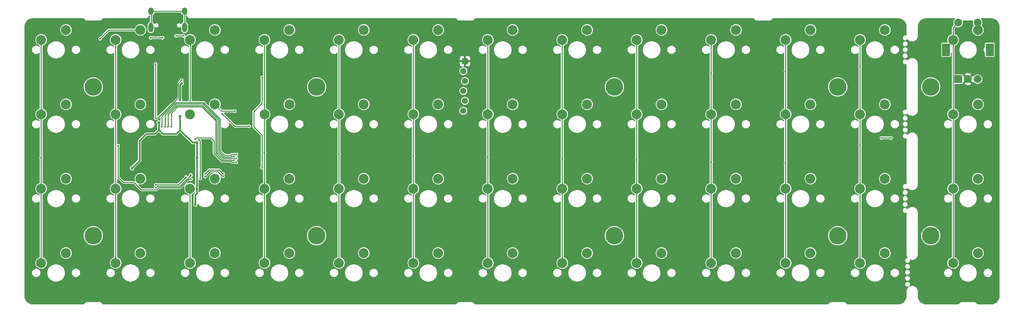
<source format=gtl>
G04 #@! TF.GenerationSoftware,KiCad,Pcbnew,(5.1.10-1-10_14)*
G04 #@! TF.CreationDate,2021-08-09T23:30:33-05:00*
G04 #@! TF.ProjectId,ori,6f72692e-6b69-4636-9164-5f7063625858,rev?*
G04 #@! TF.SameCoordinates,Original*
G04 #@! TF.FileFunction,Copper,L1,Top*
G04 #@! TF.FilePolarity,Positive*
%FSLAX46Y46*%
G04 Gerber Fmt 4.6, Leading zero omitted, Abs format (unit mm)*
G04 Created by KiCad (PCBNEW (5.1.10-1-10_14)) date 2021-08-09 23:30:33*
%MOMM*%
%LPD*%
G01*
G04 APERTURE LIST*
G04 #@! TA.AperFunction,ComponentPad*
%ADD10C,4.500000*%
G04 #@! TD*
G04 #@! TA.AperFunction,ComponentPad*
%ADD11C,2.540000*%
G04 #@! TD*
G04 #@! TA.AperFunction,ComponentPad*
%ADD12R,2.000000X2.000000*%
G04 #@! TD*
G04 #@! TA.AperFunction,ComponentPad*
%ADD13C,2.000000*%
G04 #@! TD*
G04 #@! TA.AperFunction,ComponentPad*
%ADD14R,2.000000X3.200000*%
G04 #@! TD*
G04 #@! TA.AperFunction,ComponentPad*
%ADD15C,1.600200*%
G04 #@! TD*
G04 #@! TA.AperFunction,ComponentPad*
%ADD16O,1.300000X2.400000*%
G04 #@! TD*
G04 #@! TA.AperFunction,ComponentPad*
%ADD17O,1.300000X1.900000*%
G04 #@! TD*
G04 #@! TA.AperFunction,SMDPad,CuDef*
%ADD18O,1.300000X2.400000*%
G04 #@! TD*
G04 #@! TA.AperFunction,ViaPad*
%ADD19C,0.500000*%
G04 #@! TD*
G04 #@! TA.AperFunction,ViaPad*
%ADD20C,0.700000*%
G04 #@! TD*
G04 #@! TA.AperFunction,Conductor*
%ADD21C,0.250000*%
G04 #@! TD*
G04 #@! TA.AperFunction,Conductor*
%ADD22C,0.400000*%
G04 #@! TD*
G04 #@! TA.AperFunction,Conductor*
%ADD23C,0.200000*%
G04 #@! TD*
G04 #@! TA.AperFunction,Conductor*
%ADD24C,0.100000*%
G04 #@! TD*
G04 APERTURE END LIST*
D10*
X96440641Y-62706266D03*
X153590689Y-100806298D03*
X286940801Y-62706266D03*
X286940801Y-100806298D03*
X229790753Y-62706266D03*
X153590689Y-62706266D03*
X229790753Y-100806298D03*
X96440641Y-100806298D03*
X310753321Y-100806298D03*
X310753321Y-62706266D03*
D11*
X316468185Y-69691370D03*
X322818185Y-67151370D03*
X121205625Y-50641250D03*
X127555625Y-48101250D03*
X316468185Y-107791530D03*
X322818185Y-105251530D03*
D12*
X317752725Y-60693950D03*
D13*
X320252725Y-60693950D03*
X322752725Y-60693950D03*
D14*
X314652725Y-53193950D03*
X325852725Y-53193950D03*
D13*
X317752725Y-46193950D03*
X322752725Y-46193950D03*
G04 #@! TA.AperFunction,ComponentPad*
G36*
G01*
X192346500Y-55699950D02*
X192346500Y-56500050D01*
G75*
G02*
X191946450Y-56900100I-400050J0D01*
G01*
X191146350Y-56900100D01*
G75*
G02*
X190746300Y-56500050I0J400050D01*
G01*
X190746300Y-55699950D01*
G75*
G02*
X191146350Y-55299900I400050J0D01*
G01*
X191946450Y-55299900D01*
G75*
G02*
X192346500Y-55699950I0J-400050D01*
G01*
G37*
G04 #@! TD.AperFunction*
D15*
X191140000Y-58640000D03*
X191546400Y-61180000D03*
X191140000Y-63720000D03*
X191546400Y-66260000D03*
X191140000Y-68800000D03*
D16*
X111189825Y-47458627D03*
D17*
X111189825Y-43258627D03*
X119789825Y-43258627D03*
D16*
X119789825Y-47458627D03*
D18*
X111189825Y-47458627D03*
D11*
X322818125Y-48101250D03*
X316468125Y-50641250D03*
X316468185Y-88741450D03*
X322818185Y-86201450D03*
X83105625Y-50641250D03*
X89455625Y-48101250D03*
X102155625Y-50641250D03*
X108505625Y-48101250D03*
X146605625Y-48101250D03*
X140255625Y-50641250D03*
X159305625Y-50641250D03*
X165655625Y-48101250D03*
X178355625Y-50641250D03*
X184705625Y-48101250D03*
X197405625Y-50641250D03*
X203755625Y-48101250D03*
X216455625Y-50641250D03*
X222805625Y-48101250D03*
X235505625Y-50641250D03*
X241855625Y-48101250D03*
X254555625Y-50641250D03*
X260905625Y-48101250D03*
X273605625Y-50641250D03*
X279955625Y-48101250D03*
X292655625Y-50641250D03*
X299005625Y-48101250D03*
X83105625Y-69691250D03*
X89455625Y-67151250D03*
X102155625Y-69691250D03*
X108505625Y-67151250D03*
X121205625Y-69691250D03*
X127555625Y-67151250D03*
X140260799Y-69691250D03*
X146610799Y-67151250D03*
X159305625Y-69691250D03*
X165655625Y-67151250D03*
X178355625Y-69691250D03*
X184705625Y-67151250D03*
X197405625Y-69691250D03*
X203755625Y-67151250D03*
X216455625Y-69691250D03*
X222805625Y-67151250D03*
X235505625Y-69691250D03*
X241855625Y-67151250D03*
X254555625Y-69691250D03*
X260905625Y-67151250D03*
X273605625Y-69691250D03*
X279955625Y-67151250D03*
X292655625Y-69691250D03*
X299005625Y-67151250D03*
X83105625Y-88741250D03*
X89455625Y-86201250D03*
X102155625Y-88741250D03*
X108505625Y-86201250D03*
X121205625Y-88741250D03*
X127555625Y-86201250D03*
X140255625Y-88741250D03*
X146605625Y-86201250D03*
X159305625Y-88741250D03*
X165655625Y-86201250D03*
X178355625Y-88741250D03*
X184705625Y-86201250D03*
X216455625Y-88741250D03*
X222805625Y-86201250D03*
X235505625Y-88741250D03*
X241855625Y-86201250D03*
X254555625Y-88741250D03*
X260905625Y-86201250D03*
X273605625Y-88741250D03*
X279955625Y-86201250D03*
X83105625Y-107791250D03*
X89455625Y-105251250D03*
X102155625Y-107791250D03*
X108505625Y-105251250D03*
X121205625Y-107791250D03*
X127555625Y-105251250D03*
X140255625Y-107791250D03*
X146605625Y-105251250D03*
X159305625Y-107791250D03*
X165655625Y-105251250D03*
X178355625Y-107791250D03*
X184705625Y-105251250D03*
X216455625Y-107791250D03*
X222805625Y-105251250D03*
X235505625Y-107791250D03*
X241855625Y-105251250D03*
X254555625Y-107791250D03*
X260905625Y-105251250D03*
X273605625Y-107791250D03*
X279955625Y-105251250D03*
X197405625Y-88741250D03*
X203755625Y-86201250D03*
X197405625Y-107791250D03*
X203755625Y-105251250D03*
X292655625Y-88741250D03*
X299005625Y-86201250D03*
X292655625Y-107791250D03*
X299005625Y-105251250D03*
D19*
X98150000Y-50350000D03*
X132650000Y-68900000D03*
D20*
X122950000Y-80900000D03*
X122900000Y-76950000D03*
X118650000Y-70200000D03*
X113200000Y-71800000D03*
X106350000Y-83500000D03*
X122550000Y-92800000D03*
X118650000Y-66000000D03*
X119050000Y-61800000D03*
D19*
X112400000Y-70700000D03*
X112400000Y-56850000D03*
X119050000Y-60950000D03*
X132650000Y-72750000D03*
X136300000Y-72750000D03*
X129450000Y-69600000D03*
X300540625Y-75756250D03*
X298140625Y-75756250D03*
X292655625Y-57421250D03*
X292655625Y-77621250D03*
X83105625Y-80871250D03*
X121250000Y-66154972D03*
X123450000Y-76205000D03*
X123800000Y-86100000D03*
X133100000Y-79980000D03*
X114000000Y-72850000D03*
X140255625Y-79491250D03*
X132450000Y-80485000D03*
X114800000Y-72850000D03*
X159305625Y-79841250D03*
X133050000Y-80990000D03*
X115600000Y-72850000D03*
X178355625Y-80271250D03*
X132450000Y-81495000D03*
X116400000Y-72850000D03*
X197405625Y-80721250D03*
X133000000Y-82000000D03*
X122550000Y-76100000D03*
X216455625Y-81041250D03*
X235505625Y-81391250D03*
X254555625Y-81921250D03*
X254555625Y-59141250D03*
X273605625Y-82241250D03*
X273605625Y-58771250D03*
X117600000Y-49600000D03*
X119450000Y-49600000D03*
X114150000Y-50100000D03*
X111100000Y-50100000D03*
X139650000Y-60250000D03*
X139600000Y-83395030D03*
X102770799Y-77724602D03*
X121420799Y-86324602D03*
X125070799Y-85674602D03*
X129620799Y-85585053D03*
X104100000Y-47050000D03*
X107150000Y-84850000D03*
X103550000Y-83850000D03*
X116300000Y-66550000D03*
X114000000Y-66550000D03*
X125700000Y-76800000D03*
X126700000Y-79900000D03*
D20*
X116850000Y-53250000D03*
D19*
X115450000Y-104250000D03*
D20*
X112240625Y-49456250D03*
D19*
X112420799Y-88524602D03*
X121420799Y-85255000D03*
X112420799Y-87774602D03*
X120178909Y-85782712D03*
X125070799Y-84955050D03*
X129620799Y-84955050D03*
D21*
X100405398Y-48094602D02*
X108610799Y-48094602D01*
X98150000Y-50350000D02*
X100405398Y-48094602D01*
X132650000Y-68900000D02*
X129416197Y-68900000D01*
X129304375Y-68900000D02*
X129416197Y-68900000D01*
X127555625Y-67151250D02*
X129304375Y-68900000D01*
D22*
X122950000Y-77000000D02*
X122900000Y-76950000D01*
X122950000Y-80900000D02*
X122950000Y-77000000D01*
X110000000Y-74750000D02*
X108300000Y-76450000D01*
X108300000Y-81550000D02*
X106350000Y-83500000D01*
X108300000Y-76450000D02*
X108300000Y-81550000D01*
X122950000Y-80900000D02*
X122950000Y-89950000D01*
X122550000Y-90350000D02*
X122550000Y-92800000D01*
X122950000Y-89950000D02*
X122550000Y-90350000D01*
X118650000Y-66000000D02*
X118650000Y-62500000D01*
X112050000Y-74750000D02*
X110000000Y-74750000D01*
X113200000Y-73700000D02*
X113200000Y-71800000D01*
X112150000Y-74750000D02*
X113200000Y-73700000D01*
X112050000Y-74750000D02*
X112150000Y-74750000D01*
X114250000Y-74750000D02*
X113200000Y-73700000D01*
X117650000Y-74750000D02*
X114250000Y-74750000D01*
X118650000Y-73750000D02*
X117650000Y-74750000D01*
X118650000Y-70200000D02*
X118650000Y-73750000D01*
X121850000Y-76950000D02*
X118650000Y-73750000D01*
X122900000Y-76950000D02*
X121850000Y-76950000D01*
X118650000Y-62200000D02*
X119050000Y-61800000D01*
X118650000Y-62500000D02*
X118650000Y-62200000D01*
D21*
X112400000Y-70700000D02*
X112400000Y-56850000D01*
X117320381Y-66279962D02*
X112900343Y-70700000D01*
X118194990Y-65405354D02*
X117320381Y-66279962D01*
X118194990Y-62609608D02*
X118194990Y-65405354D01*
X112900343Y-70700000D02*
X112400000Y-70700000D01*
X118194990Y-62609608D02*
X118194990Y-61755010D01*
X119000000Y-60950000D02*
X119050000Y-60950000D01*
X118194990Y-61755010D02*
X119000000Y-60950000D01*
X132650000Y-72750000D02*
X136300000Y-72750000D01*
X129500000Y-69600000D02*
X129450000Y-69600000D01*
X132650000Y-72750000D02*
X129500000Y-69600000D01*
X300540625Y-75756250D02*
X298140625Y-75756250D01*
X292259869Y-107633672D02*
X292260799Y-107634602D01*
X292655625Y-107791250D02*
X292655625Y-105995199D01*
X292655625Y-57421250D02*
X292655625Y-50641250D01*
X292655625Y-105995199D02*
X292655625Y-77621250D01*
X292655625Y-77621250D02*
X292655625Y-57421250D01*
X83260799Y-107634222D02*
X83260419Y-107634602D01*
X83105625Y-50641250D02*
X83105625Y-79471250D01*
X83105625Y-80871250D02*
X83105625Y-107791250D01*
X83105625Y-79471250D02*
X83105625Y-80871250D01*
X102155625Y-107791250D02*
X102155625Y-71864516D01*
X102155625Y-77856830D02*
X102155625Y-107791250D01*
X102155625Y-50641250D02*
X102155625Y-77856830D01*
X121250000Y-50645401D02*
X121260799Y-50634602D01*
X121250000Y-66154972D02*
X121250000Y-50645401D01*
X123799999Y-76554999D02*
X123450000Y-76205000D01*
X123800000Y-85750002D02*
X123799999Y-85750001D01*
X123800000Y-86100000D02*
X123800000Y-85750002D01*
X123799999Y-85750001D02*
X123799999Y-76554999D01*
X123799999Y-85950001D02*
X123799999Y-85750001D01*
X121205625Y-107791250D02*
X121205625Y-88741250D01*
X114000000Y-70137756D02*
X114000000Y-72850000D01*
X117477786Y-66659971D02*
X114000000Y-70137756D01*
X128900000Y-70887755D02*
X124672217Y-66659972D01*
X131792575Y-79980000D02*
X131542595Y-80229980D01*
X128900000Y-79100000D02*
X128900000Y-70887755D01*
X131542595Y-80229980D02*
X130029980Y-80229980D01*
X124672217Y-66659972D02*
X117477786Y-66659971D01*
X130029980Y-80229980D02*
X128900000Y-79100000D01*
X133100000Y-79980000D02*
X131792575Y-79980000D01*
X140255625Y-79491250D02*
X140255625Y-107791250D01*
X140255625Y-50641250D02*
X140255625Y-79491250D01*
X159260799Y-50635042D02*
X159260219Y-50634462D01*
X114800000Y-69875170D02*
X114800000Y-72850000D01*
X117635190Y-67039980D02*
X114800000Y-69875170D01*
X126050000Y-68575169D02*
X124514812Y-67039981D01*
X126050000Y-68575172D02*
X126050000Y-68575169D01*
X124514812Y-67039981D02*
X117635190Y-67039980D01*
X128519990Y-71045162D02*
X126050000Y-68575172D01*
X132450000Y-80485000D02*
X131824990Y-80485000D01*
X131700000Y-80609990D02*
X129872575Y-80609990D01*
X131824990Y-80485000D02*
X131700000Y-80609990D01*
X128519990Y-79257405D02*
X128519990Y-71045162D01*
X129872575Y-80609990D02*
X128519990Y-79257405D01*
X159305625Y-71864516D02*
X159305625Y-50641250D01*
X159305625Y-79841250D02*
X159305625Y-71864516D01*
X159305625Y-107791250D02*
X159305625Y-79841250D01*
X115600000Y-69612585D02*
X115600000Y-72850000D01*
X128139980Y-71202566D02*
X124357405Y-67419990D01*
X124357405Y-67419990D02*
X117792595Y-67419990D01*
X117792595Y-67419990D02*
X115600000Y-69612585D01*
X128139980Y-79414810D02*
X128139980Y-71202566D01*
X129715170Y-80990000D02*
X128139980Y-79414810D01*
X133050000Y-80990000D02*
X129715170Y-80990000D01*
X178355625Y-80271250D02*
X178355625Y-107791250D01*
X178355625Y-50641250D02*
X178355625Y-80271250D01*
X116400000Y-69350000D02*
X116400000Y-72850000D01*
X117950000Y-67800000D02*
X116400000Y-69350000D01*
X124200000Y-67800000D02*
X117950000Y-67800000D01*
X127759970Y-71359970D02*
X124200000Y-67800000D01*
X127759970Y-79572215D02*
X127759970Y-71359970D01*
X129557766Y-81370010D02*
X127759970Y-79572215D01*
X131700000Y-81370010D02*
X129557766Y-81370010D01*
X131824990Y-81495000D02*
X131700000Y-81370010D01*
X132450000Y-81495000D02*
X131824990Y-81495000D01*
X197405625Y-50641250D02*
X197405625Y-80721250D01*
X197405625Y-80721250D02*
X197405625Y-107791250D01*
X216260799Y-107633582D02*
X216260069Y-107634312D01*
X122550000Y-76100000D02*
X122950000Y-75700000D01*
X122950000Y-75700000D02*
X126550000Y-75700000D01*
X129400361Y-81750020D02*
X131542595Y-81750020D01*
X126550000Y-75700000D02*
X127379960Y-76529960D01*
X127379960Y-76529960D02*
X127379960Y-79729620D01*
X127379960Y-79729620D02*
X129400361Y-81750020D01*
X131542595Y-81750020D02*
X131792575Y-82000000D01*
X131792575Y-82000000D02*
X133000000Y-82000000D01*
X216455625Y-81041250D02*
X216455625Y-50641250D01*
X216455625Y-107791250D02*
X216455625Y-81041250D01*
X235260799Y-107633532D02*
X235260019Y-107634312D01*
X235505625Y-50641250D02*
X235505625Y-81391250D01*
X235505625Y-81391250D02*
X235505625Y-107791250D01*
X254555625Y-107791250D02*
X254555625Y-81921250D01*
X254555625Y-81921250D02*
X254555625Y-59141250D01*
X254555625Y-59141250D02*
X254555625Y-50641250D01*
X273605625Y-82241250D02*
X273605625Y-107791250D01*
X273605625Y-58771250D02*
X273605625Y-82241250D01*
X273605625Y-50641250D02*
X273605625Y-58771250D01*
X117600000Y-49600000D02*
X119450000Y-49600000D01*
X114150000Y-50100000D02*
X111100000Y-50100000D01*
X139650000Y-60250000D02*
X139650000Y-66850000D01*
X139650000Y-66850000D02*
X137500000Y-69000000D01*
X137500000Y-69000000D02*
X137500000Y-72950000D01*
X139600000Y-75050000D02*
X139600000Y-83395030D01*
X137500000Y-72950000D02*
X139600000Y-75050000D01*
X102770799Y-77724602D02*
X102770799Y-85774602D01*
X102770799Y-85774602D02*
X104120799Y-87124602D01*
X104120799Y-87124602D02*
X106820799Y-87124602D01*
X108725800Y-89029603D02*
X112663200Y-89029603D01*
X106820799Y-87124602D02*
X108725800Y-89029603D01*
X112928398Y-88767003D02*
X113160779Y-88534622D01*
X112925800Y-88767003D02*
X112928398Y-88767003D01*
X112663200Y-89029603D02*
X112925800Y-88767003D01*
X118678592Y-88534622D02*
X118901197Y-88312016D01*
X113160779Y-88534622D02*
X118678592Y-88534622D01*
X120888611Y-86324602D02*
X121420799Y-86324602D01*
X118901197Y-88312016D02*
X120888611Y-86324602D01*
X125070799Y-85674602D02*
X126390789Y-84354612D01*
X129503400Y-85585053D02*
X129620799Y-85585053D01*
X128272959Y-84354612D02*
X129503400Y-85585053D01*
X126390789Y-84354612D02*
X128272959Y-84354612D01*
X316468125Y-47478550D02*
X317752725Y-46193950D01*
X316468125Y-50641250D02*
X316468125Y-47478550D01*
X316468125Y-107791470D02*
X316468185Y-107791530D01*
X316468125Y-50641250D02*
X316468125Y-107791470D01*
X107150000Y-84850000D02*
X104100000Y-84850000D01*
X103550000Y-84300000D02*
X103550000Y-83850000D01*
X104100000Y-84850000D02*
X103550000Y-84300000D01*
X116300000Y-66550000D02*
X114000000Y-66550000D01*
X125700000Y-76800000D02*
X125700000Y-77650000D01*
X126700000Y-78650000D02*
X126700000Y-79900000D01*
X125700000Y-77650000D02*
X126700000Y-78650000D01*
D22*
X116300000Y-66550000D02*
X117739980Y-65110020D01*
X117739980Y-54139980D02*
X116850000Y-53250000D01*
X117739980Y-65110020D02*
X117739980Y-54139980D01*
D21*
X119819999Y-47458627D02*
X119819999Y-43258627D01*
X119819999Y-43258627D02*
X111219999Y-43258627D01*
X111219999Y-43258627D02*
X111219999Y-47458627D01*
X112790789Y-88154612D02*
X112420799Y-88524602D01*
X118458601Y-88154612D02*
X112790789Y-88154612D01*
X118521187Y-88154612D02*
X121420799Y-85255000D01*
X118458601Y-88154612D02*
X118521187Y-88154612D01*
X120178909Y-85782712D02*
X118187019Y-87774602D01*
X117970799Y-87774602D02*
X118170799Y-87774602D01*
X112420799Y-87774602D02*
X117970799Y-87774602D01*
X125070799Y-84955050D02*
X126051247Y-83974602D01*
X128640351Y-83974602D02*
X129620799Y-84955050D01*
X126051247Y-83974602D02*
X128640351Y-83974602D01*
D23*
X118853571Y-43744859D02*
X118907894Y-43923935D01*
X118996108Y-44088972D01*
X119114825Y-44233628D01*
X119259481Y-44352345D01*
X119395000Y-44424781D01*
X119394999Y-46042472D01*
X119259480Y-46114909D01*
X119114824Y-46233626D01*
X118996107Y-46378282D01*
X118907893Y-46543320D01*
X118901708Y-46563710D01*
X118865294Y-46509213D01*
X118778239Y-46422158D01*
X118675873Y-46353759D01*
X118562131Y-46306646D01*
X118441382Y-46282627D01*
X118318268Y-46282627D01*
X118197519Y-46306646D01*
X118083777Y-46353759D01*
X117981411Y-46422158D01*
X117894356Y-46509213D01*
X117825957Y-46611579D01*
X117778844Y-46725321D01*
X117754825Y-46846070D01*
X117754825Y-46969184D01*
X117778844Y-47089933D01*
X117825957Y-47203675D01*
X117894356Y-47306041D01*
X117981411Y-47393096D01*
X118083777Y-47461495D01*
X118197519Y-47508608D01*
X118318268Y-47532627D01*
X118441382Y-47532627D01*
X118562131Y-47508608D01*
X118675873Y-47461495D01*
X118778239Y-47393096D01*
X118839825Y-47331510D01*
X118839826Y-48055292D01*
X118853572Y-48194859D01*
X118907894Y-48373935D01*
X118996108Y-48538972D01*
X119114825Y-48683628D01*
X119259481Y-48802345D01*
X119424518Y-48890559D01*
X119603594Y-48944881D01*
X119789825Y-48963223D01*
X119976057Y-48944881D01*
X120155133Y-48890559D01*
X120320170Y-48802345D01*
X120464826Y-48683628D01*
X120583543Y-48538972D01*
X120671757Y-48373935D01*
X120726079Y-48194859D01*
X120739825Y-48055292D01*
X120739825Y-47946618D01*
X125985625Y-47946618D01*
X125985625Y-48255882D01*
X126045959Y-48559202D01*
X126164309Y-48844924D01*
X126336126Y-49102067D01*
X126554808Y-49320749D01*
X126811951Y-49492566D01*
X127097673Y-49610916D01*
X127400993Y-49671250D01*
X127710257Y-49671250D01*
X128013577Y-49610916D01*
X128299299Y-49492566D01*
X128556442Y-49320749D01*
X128775124Y-49102067D01*
X128946941Y-48844924D01*
X129065291Y-48559202D01*
X129125625Y-48255882D01*
X129125625Y-47946618D01*
X145035625Y-47946618D01*
X145035625Y-48255882D01*
X145095959Y-48559202D01*
X145214309Y-48844924D01*
X145386126Y-49102067D01*
X145604808Y-49320749D01*
X145861951Y-49492566D01*
X146147673Y-49610916D01*
X146450993Y-49671250D01*
X146760257Y-49671250D01*
X147063577Y-49610916D01*
X147349299Y-49492566D01*
X147606442Y-49320749D01*
X147825124Y-49102067D01*
X147996941Y-48844924D01*
X148115291Y-48559202D01*
X148175625Y-48255882D01*
X148175625Y-47946618D01*
X164085625Y-47946618D01*
X164085625Y-48255882D01*
X164145959Y-48559202D01*
X164264309Y-48844924D01*
X164436126Y-49102067D01*
X164654808Y-49320749D01*
X164911951Y-49492566D01*
X165197673Y-49610916D01*
X165500993Y-49671250D01*
X165810257Y-49671250D01*
X166113577Y-49610916D01*
X166399299Y-49492566D01*
X166656442Y-49320749D01*
X166875124Y-49102067D01*
X167046941Y-48844924D01*
X167165291Y-48559202D01*
X167225625Y-48255882D01*
X167225625Y-47946618D01*
X183135625Y-47946618D01*
X183135625Y-48255882D01*
X183195959Y-48559202D01*
X183314309Y-48844924D01*
X183486126Y-49102067D01*
X183704808Y-49320749D01*
X183961951Y-49492566D01*
X184247673Y-49610916D01*
X184550993Y-49671250D01*
X184860257Y-49671250D01*
X185163577Y-49610916D01*
X185449299Y-49492566D01*
X185706442Y-49320749D01*
X185925124Y-49102067D01*
X186096941Y-48844924D01*
X186215291Y-48559202D01*
X186275625Y-48255882D01*
X186275625Y-47946618D01*
X202185625Y-47946618D01*
X202185625Y-48255882D01*
X202245959Y-48559202D01*
X202364309Y-48844924D01*
X202536126Y-49102067D01*
X202754808Y-49320749D01*
X203011951Y-49492566D01*
X203297673Y-49610916D01*
X203600993Y-49671250D01*
X203910257Y-49671250D01*
X204213577Y-49610916D01*
X204499299Y-49492566D01*
X204756442Y-49320749D01*
X204975124Y-49102067D01*
X205146941Y-48844924D01*
X205265291Y-48559202D01*
X205325625Y-48255882D01*
X205325625Y-47946618D01*
X221235625Y-47946618D01*
X221235625Y-48255882D01*
X221295959Y-48559202D01*
X221414309Y-48844924D01*
X221586126Y-49102067D01*
X221804808Y-49320749D01*
X222061951Y-49492566D01*
X222347673Y-49610916D01*
X222650993Y-49671250D01*
X222960257Y-49671250D01*
X223263577Y-49610916D01*
X223549299Y-49492566D01*
X223806442Y-49320749D01*
X224025124Y-49102067D01*
X224196941Y-48844924D01*
X224315291Y-48559202D01*
X224375625Y-48255882D01*
X224375625Y-47946618D01*
X240285625Y-47946618D01*
X240285625Y-48255882D01*
X240345959Y-48559202D01*
X240464309Y-48844924D01*
X240636126Y-49102067D01*
X240854808Y-49320749D01*
X241111951Y-49492566D01*
X241397673Y-49610916D01*
X241700993Y-49671250D01*
X242010257Y-49671250D01*
X242313577Y-49610916D01*
X242599299Y-49492566D01*
X242856442Y-49320749D01*
X243075124Y-49102067D01*
X243246941Y-48844924D01*
X243365291Y-48559202D01*
X243425625Y-48255882D01*
X243425625Y-47946618D01*
X259335625Y-47946618D01*
X259335625Y-48255882D01*
X259395959Y-48559202D01*
X259514309Y-48844924D01*
X259686126Y-49102067D01*
X259904808Y-49320749D01*
X260161951Y-49492566D01*
X260447673Y-49610916D01*
X260750993Y-49671250D01*
X261060257Y-49671250D01*
X261363577Y-49610916D01*
X261649299Y-49492566D01*
X261906442Y-49320749D01*
X262125124Y-49102067D01*
X262296941Y-48844924D01*
X262415291Y-48559202D01*
X262475625Y-48255882D01*
X262475625Y-47946618D01*
X278385625Y-47946618D01*
X278385625Y-48255882D01*
X278445959Y-48559202D01*
X278564309Y-48844924D01*
X278736126Y-49102067D01*
X278954808Y-49320749D01*
X279211951Y-49492566D01*
X279497673Y-49610916D01*
X279800993Y-49671250D01*
X280110257Y-49671250D01*
X280413577Y-49610916D01*
X280699299Y-49492566D01*
X280956442Y-49320749D01*
X281175124Y-49102067D01*
X281346941Y-48844924D01*
X281465291Y-48559202D01*
X281525625Y-48255882D01*
X281525625Y-47946618D01*
X297435625Y-47946618D01*
X297435625Y-48255882D01*
X297495959Y-48559202D01*
X297614309Y-48844924D01*
X297786126Y-49102067D01*
X298004808Y-49320749D01*
X298261951Y-49492566D01*
X298547673Y-49610916D01*
X298850993Y-49671250D01*
X299160257Y-49671250D01*
X299463577Y-49610916D01*
X299749299Y-49492566D01*
X300006442Y-49320749D01*
X300225124Y-49102067D01*
X300396941Y-48844924D01*
X300515291Y-48559202D01*
X300575625Y-48255882D01*
X300575625Y-47946618D01*
X300515291Y-47643298D01*
X300396941Y-47357576D01*
X300225124Y-47100433D01*
X300006442Y-46881751D01*
X299749299Y-46709934D01*
X299463577Y-46591584D01*
X299160257Y-46531250D01*
X298850993Y-46531250D01*
X298547673Y-46591584D01*
X298261951Y-46709934D01*
X298004808Y-46881751D01*
X297786126Y-47100433D01*
X297614309Y-47357576D01*
X297495959Y-47643298D01*
X297435625Y-47946618D01*
X281525625Y-47946618D01*
X281465291Y-47643298D01*
X281346941Y-47357576D01*
X281175124Y-47100433D01*
X280956442Y-46881751D01*
X280699299Y-46709934D01*
X280413577Y-46591584D01*
X280110257Y-46531250D01*
X279800993Y-46531250D01*
X279497673Y-46591584D01*
X279211951Y-46709934D01*
X278954808Y-46881751D01*
X278736126Y-47100433D01*
X278564309Y-47357576D01*
X278445959Y-47643298D01*
X278385625Y-47946618D01*
X262475625Y-47946618D01*
X262415291Y-47643298D01*
X262296941Y-47357576D01*
X262125124Y-47100433D01*
X261906442Y-46881751D01*
X261649299Y-46709934D01*
X261363577Y-46591584D01*
X261060257Y-46531250D01*
X260750993Y-46531250D01*
X260447673Y-46591584D01*
X260161951Y-46709934D01*
X259904808Y-46881751D01*
X259686126Y-47100433D01*
X259514309Y-47357576D01*
X259395959Y-47643298D01*
X259335625Y-47946618D01*
X243425625Y-47946618D01*
X243365291Y-47643298D01*
X243246941Y-47357576D01*
X243075124Y-47100433D01*
X242856442Y-46881751D01*
X242599299Y-46709934D01*
X242313577Y-46591584D01*
X242010257Y-46531250D01*
X241700993Y-46531250D01*
X241397673Y-46591584D01*
X241111951Y-46709934D01*
X240854808Y-46881751D01*
X240636126Y-47100433D01*
X240464309Y-47357576D01*
X240345959Y-47643298D01*
X240285625Y-47946618D01*
X224375625Y-47946618D01*
X224315291Y-47643298D01*
X224196941Y-47357576D01*
X224025124Y-47100433D01*
X223806442Y-46881751D01*
X223549299Y-46709934D01*
X223263577Y-46591584D01*
X222960257Y-46531250D01*
X222650993Y-46531250D01*
X222347673Y-46591584D01*
X222061951Y-46709934D01*
X221804808Y-46881751D01*
X221586126Y-47100433D01*
X221414309Y-47357576D01*
X221295959Y-47643298D01*
X221235625Y-47946618D01*
X205325625Y-47946618D01*
X205265291Y-47643298D01*
X205146941Y-47357576D01*
X204975124Y-47100433D01*
X204756442Y-46881751D01*
X204499299Y-46709934D01*
X204213577Y-46591584D01*
X203910257Y-46531250D01*
X203600993Y-46531250D01*
X203297673Y-46591584D01*
X203011951Y-46709934D01*
X202754808Y-46881751D01*
X202536126Y-47100433D01*
X202364309Y-47357576D01*
X202245959Y-47643298D01*
X202185625Y-47946618D01*
X186275625Y-47946618D01*
X186215291Y-47643298D01*
X186096941Y-47357576D01*
X185925124Y-47100433D01*
X185706442Y-46881751D01*
X185449299Y-46709934D01*
X185163577Y-46591584D01*
X184860257Y-46531250D01*
X184550993Y-46531250D01*
X184247673Y-46591584D01*
X183961951Y-46709934D01*
X183704808Y-46881751D01*
X183486126Y-47100433D01*
X183314309Y-47357576D01*
X183195959Y-47643298D01*
X183135625Y-47946618D01*
X167225625Y-47946618D01*
X167165291Y-47643298D01*
X167046941Y-47357576D01*
X166875124Y-47100433D01*
X166656442Y-46881751D01*
X166399299Y-46709934D01*
X166113577Y-46591584D01*
X165810257Y-46531250D01*
X165500993Y-46531250D01*
X165197673Y-46591584D01*
X164911951Y-46709934D01*
X164654808Y-46881751D01*
X164436126Y-47100433D01*
X164264309Y-47357576D01*
X164145959Y-47643298D01*
X164085625Y-47946618D01*
X148175625Y-47946618D01*
X148115291Y-47643298D01*
X147996941Y-47357576D01*
X147825124Y-47100433D01*
X147606442Y-46881751D01*
X147349299Y-46709934D01*
X147063577Y-46591584D01*
X146760257Y-46531250D01*
X146450993Y-46531250D01*
X146147673Y-46591584D01*
X145861951Y-46709934D01*
X145604808Y-46881751D01*
X145386126Y-47100433D01*
X145214309Y-47357576D01*
X145095959Y-47643298D01*
X145035625Y-47946618D01*
X129125625Y-47946618D01*
X129065291Y-47643298D01*
X128946941Y-47357576D01*
X128775124Y-47100433D01*
X128556442Y-46881751D01*
X128299299Y-46709934D01*
X128013577Y-46591584D01*
X127710257Y-46531250D01*
X127400993Y-46531250D01*
X127097673Y-46591584D01*
X126811951Y-46709934D01*
X126554808Y-46881751D01*
X126336126Y-47100433D01*
X126164309Y-47357576D01*
X126045959Y-47643298D01*
X125985625Y-47946618D01*
X120739825Y-47946618D01*
X120739825Y-46861962D01*
X120726079Y-46722395D01*
X120671757Y-46543319D01*
X120583543Y-46378282D01*
X120464826Y-46233626D01*
X120320170Y-46114909D01*
X120244999Y-46074730D01*
X120244999Y-44392525D01*
X120268837Y-44379783D01*
X120277989Y-44466863D01*
X120283914Y-44495725D01*
X120289432Y-44524650D01*
X120290743Y-44528995D01*
X120320648Y-44625604D01*
X120332066Y-44652767D01*
X120343098Y-44680071D01*
X120345228Y-44684078D01*
X120393329Y-44773038D01*
X120409795Y-44797450D01*
X120425931Y-44822108D01*
X120428799Y-44825625D01*
X120493263Y-44903548D01*
X120514173Y-44924312D01*
X120534773Y-44945348D01*
X120538269Y-44948241D01*
X120616640Y-45012159D01*
X120641167Y-45028454D01*
X120665479Y-45045101D01*
X120669470Y-45047259D01*
X120758764Y-45094738D01*
X120786017Y-45105971D01*
X120813075Y-45117568D01*
X120817410Y-45118910D01*
X120914226Y-45148140D01*
X120943112Y-45153860D01*
X120971931Y-45159985D01*
X120976445Y-45160460D01*
X121077094Y-45170329D01*
X121077102Y-45170329D01*
X121092849Y-45171880D01*
X189174850Y-45171875D01*
X189663690Y-45660717D01*
X189673861Y-45673110D01*
X189686254Y-45683281D01*
X189686258Y-45683285D01*
X189698152Y-45693046D01*
X189723348Y-45713724D01*
X189779808Y-45743902D01*
X189841071Y-45762486D01*
X189888821Y-45767189D01*
X189888829Y-45767189D01*
X189904782Y-45768760D01*
X189920735Y-45767189D01*
X193460707Y-45767189D01*
X193476660Y-45768760D01*
X193492613Y-45767189D01*
X193492621Y-45767189D01*
X193540371Y-45762486D01*
X193601634Y-45743902D01*
X193658094Y-45713724D01*
X193707581Y-45673110D01*
X193717760Y-45660707D01*
X194206593Y-45171876D01*
X265374915Y-45171876D01*
X265863754Y-45660717D01*
X265873925Y-45673110D01*
X265886318Y-45683281D01*
X265886322Y-45683285D01*
X265898216Y-45693046D01*
X265923412Y-45713724D01*
X265979872Y-45743902D01*
X266041135Y-45762486D01*
X266088885Y-45767189D01*
X266088893Y-45767189D01*
X266104846Y-45768760D01*
X266120799Y-45767189D01*
X269660771Y-45767189D01*
X269676724Y-45768760D01*
X269692677Y-45767189D01*
X269692685Y-45767189D01*
X269740435Y-45762486D01*
X269801698Y-45743902D01*
X269858158Y-45713724D01*
X269907645Y-45673110D01*
X269917824Y-45660707D01*
X270406658Y-45171875D01*
X302402838Y-45171880D01*
X302817828Y-45212570D01*
X303201723Y-45328475D01*
X303555788Y-45516735D01*
X303866546Y-45770183D01*
X304122160Y-46079166D01*
X304312888Y-46431911D01*
X304431469Y-46814981D01*
X304474995Y-47229104D01*
X304474996Y-49487470D01*
X304409060Y-49460159D01*
X304273822Y-49433258D01*
X304135934Y-49433258D01*
X304000696Y-49460159D01*
X303873304Y-49512926D01*
X303758654Y-49589532D01*
X303661152Y-49687034D01*
X303584546Y-49801684D01*
X303531779Y-49929076D01*
X303504878Y-50064314D01*
X303504878Y-50202202D01*
X303531779Y-50337440D01*
X303584546Y-50464832D01*
X303661152Y-50579482D01*
X303758654Y-50676984D01*
X303873304Y-50753590D01*
X304000696Y-50806357D01*
X304135934Y-50833258D01*
X304273822Y-50833258D01*
X304409060Y-50806357D01*
X304536452Y-50753590D01*
X304651102Y-50676984D01*
X304748604Y-50579482D01*
X304786256Y-50523131D01*
X304908620Y-50668959D01*
X304929662Y-50689564D01*
X304950422Y-50710469D01*
X304953939Y-50713338D01*
X305135034Y-50858942D01*
X305159686Y-50875074D01*
X305184102Y-50891542D01*
X305188109Y-50893673D01*
X305394036Y-51001329D01*
X305421334Y-51012358D01*
X305448501Y-51023778D01*
X305452846Y-51025090D01*
X305675761Y-51090698D01*
X305704702Y-51096219D01*
X305733551Y-51102140D01*
X305738066Y-51102583D01*
X305738068Y-51102583D01*
X305969482Y-51123643D01*
X305998904Y-51123438D01*
X306028392Y-51123643D01*
X306032908Y-51123201D01*
X306264005Y-51098912D01*
X306292866Y-51092987D01*
X306321795Y-51087469D01*
X306326139Y-51086157D01*
X306548118Y-51017443D01*
X306575244Y-51006040D01*
X306602584Y-50994994D01*
X306606591Y-50992864D01*
X306810995Y-50882343D01*
X306835399Y-50865881D01*
X306860063Y-50849742D01*
X306863580Y-50846874D01*
X307042624Y-50698756D01*
X307063388Y-50677846D01*
X307084425Y-50657245D01*
X307087318Y-50653749D01*
X307234183Y-50473675D01*
X307250496Y-50449122D01*
X307267125Y-50424835D01*
X307269284Y-50420843D01*
X307378375Y-50215672D01*
X307389603Y-50188430D01*
X307401203Y-50161365D01*
X307402546Y-50157030D01*
X307469709Y-49934577D01*
X307475433Y-49905664D01*
X307481554Y-49876868D01*
X307482029Y-49872355D01*
X307504704Y-49641094D01*
X307504704Y-49641088D01*
X307506255Y-49625341D01*
X307506255Y-47244037D01*
X307546945Y-46829047D01*
X307662850Y-46445152D01*
X307851110Y-46091087D01*
X308104558Y-45780329D01*
X308413541Y-45524715D01*
X308766286Y-45333987D01*
X309149356Y-45215406D01*
X309563479Y-45171880D01*
X316942429Y-45171876D01*
X316924023Y-45184174D01*
X316742949Y-45365248D01*
X316600680Y-45578169D01*
X316502683Y-45814754D01*
X316452725Y-46065911D01*
X316452725Y-46321989D01*
X316502683Y-46573146D01*
X316581707Y-46763927D01*
X316182364Y-47163271D01*
X316166152Y-47176576D01*
X316113042Y-47241290D01*
X316103119Y-47259855D01*
X316073578Y-47315123D01*
X316049275Y-47395236D01*
X316041070Y-47478550D01*
X316043126Y-47499427D01*
X316043125Y-49125029D01*
X316010173Y-49131584D01*
X315724451Y-49249934D01*
X315467308Y-49421751D01*
X315248626Y-49640433D01*
X315076809Y-49897576D01*
X314958459Y-50183298D01*
X314898125Y-50486618D01*
X314898125Y-50795882D01*
X314958459Y-51099202D01*
X315038525Y-51292499D01*
X313652725Y-51292499D01*
X313593915Y-51298291D01*
X313537365Y-51315446D01*
X313485248Y-51343303D01*
X313439567Y-51380792D01*
X313402078Y-51426473D01*
X313374221Y-51478590D01*
X313357066Y-51535140D01*
X313351274Y-51593950D01*
X313351274Y-54793950D01*
X313357066Y-54852760D01*
X313374221Y-54909310D01*
X313402078Y-54961427D01*
X313439567Y-55007108D01*
X313485248Y-55044597D01*
X313537365Y-55072454D01*
X313593915Y-55089609D01*
X313652725Y-55095401D01*
X315652725Y-55095401D01*
X315711535Y-55089609D01*
X315768085Y-55072454D01*
X315820202Y-55044597D01*
X315865883Y-55007108D01*
X315903372Y-54961427D01*
X315931229Y-54909310D01*
X315948384Y-54852760D01*
X315954176Y-54793950D01*
X315954176Y-54052818D01*
X316043125Y-53963869D01*
X316043125Y-68175161D01*
X316010233Y-68181704D01*
X315724511Y-68300054D01*
X315467368Y-68471871D01*
X315248686Y-68690553D01*
X315076869Y-68947696D01*
X314958519Y-69233418D01*
X314898185Y-69536738D01*
X314898185Y-69846002D01*
X314958519Y-70149322D01*
X315076869Y-70435044D01*
X315248686Y-70692187D01*
X315467368Y-70910869D01*
X315724511Y-71082686D01*
X316010233Y-71201036D01*
X316043125Y-71207579D01*
X316043125Y-71448691D01*
X315931841Y-71337407D01*
X315743341Y-71211455D01*
X315533890Y-71124698D01*
X315311539Y-71080470D01*
X315084831Y-71080470D01*
X314862480Y-71124698D01*
X314653029Y-71211455D01*
X314464529Y-71337407D01*
X314304222Y-71497714D01*
X314178270Y-71686214D01*
X314091513Y-71895665D01*
X314047285Y-72118016D01*
X314047285Y-72344724D01*
X314091513Y-72567075D01*
X314178270Y-72776526D01*
X314304222Y-72965026D01*
X314464529Y-73125333D01*
X314653029Y-73251285D01*
X314862480Y-73338042D01*
X315084831Y-73382270D01*
X315311539Y-73382270D01*
X315533890Y-73338042D01*
X315743341Y-73251285D01*
X315931841Y-73125333D01*
X316043125Y-73014049D01*
X316043126Y-87225241D01*
X316010233Y-87231784D01*
X315724511Y-87350134D01*
X315467368Y-87521951D01*
X315248686Y-87740633D01*
X315076869Y-87997776D01*
X314958519Y-88283498D01*
X314898185Y-88586818D01*
X314898185Y-88896082D01*
X314958519Y-89199402D01*
X315076869Y-89485124D01*
X315248686Y-89742267D01*
X315467368Y-89960949D01*
X315724511Y-90132766D01*
X316010233Y-90251116D01*
X316043126Y-90257659D01*
X316043126Y-90498772D01*
X315931841Y-90387487D01*
X315743341Y-90261535D01*
X315533890Y-90174778D01*
X315311539Y-90130550D01*
X315084831Y-90130550D01*
X314862480Y-90174778D01*
X314653029Y-90261535D01*
X314464529Y-90387487D01*
X314304222Y-90547794D01*
X314178270Y-90736294D01*
X314091513Y-90945745D01*
X314047285Y-91168096D01*
X314047285Y-91394804D01*
X314091513Y-91617155D01*
X314178270Y-91826606D01*
X314304222Y-92015106D01*
X314464529Y-92175413D01*
X314653029Y-92301365D01*
X314862480Y-92388122D01*
X315084831Y-92432350D01*
X315311539Y-92432350D01*
X315533890Y-92388122D01*
X315743341Y-92301365D01*
X315931841Y-92175413D01*
X316043126Y-92064128D01*
X316043126Y-106275321D01*
X316010233Y-106281864D01*
X315724511Y-106400214D01*
X315467368Y-106572031D01*
X315248686Y-106790713D01*
X315076869Y-107047856D01*
X314958519Y-107333578D01*
X314898185Y-107636898D01*
X314898185Y-107946162D01*
X314958519Y-108249482D01*
X315076869Y-108535204D01*
X315248686Y-108792347D01*
X315467368Y-109011029D01*
X315724511Y-109182846D01*
X316010233Y-109301196D01*
X316313553Y-109361530D01*
X316622817Y-109361530D01*
X316926137Y-109301196D01*
X317211859Y-109182846D01*
X317469002Y-109011029D01*
X317687684Y-108792347D01*
X317859501Y-108535204D01*
X317977851Y-108249482D01*
X318038185Y-107946162D01*
X318038185Y-107636898D01*
X317977851Y-107333578D01*
X317859501Y-107047856D01*
X317687684Y-106790713D01*
X317469002Y-106572031D01*
X317211859Y-106400214D01*
X316926137Y-106281864D01*
X316893125Y-106275298D01*
X316893125Y-105096898D01*
X321248185Y-105096898D01*
X321248185Y-105406162D01*
X321308519Y-105709482D01*
X321426869Y-105995204D01*
X321598686Y-106252347D01*
X321817368Y-106471029D01*
X322074511Y-106642846D01*
X322360233Y-106761196D01*
X322663553Y-106821530D01*
X322972817Y-106821530D01*
X323276137Y-106761196D01*
X323561859Y-106642846D01*
X323819002Y-106471029D01*
X324037684Y-106252347D01*
X324209501Y-105995204D01*
X324327851Y-105709482D01*
X324388185Y-105406162D01*
X324388185Y-105096898D01*
X324327851Y-104793578D01*
X324209501Y-104507856D01*
X324037684Y-104250713D01*
X323819002Y-104032031D01*
X323561859Y-103860214D01*
X323276137Y-103741864D01*
X322972817Y-103681530D01*
X322663553Y-103681530D01*
X322360233Y-103741864D01*
X322074511Y-103860214D01*
X321817368Y-104032031D01*
X321598686Y-104250713D01*
X321426869Y-104507856D01*
X321308519Y-104793578D01*
X321248185Y-105096898D01*
X316893125Y-105096898D01*
X316893125Y-91055521D01*
X317984285Y-91055521D01*
X317984285Y-91507379D01*
X318072438Y-91950556D01*
X318245357Y-92368019D01*
X318496397Y-92743726D01*
X318815909Y-93063238D01*
X319191616Y-93314278D01*
X319609079Y-93487197D01*
X320052256Y-93575350D01*
X320504114Y-93575350D01*
X320947291Y-93487197D01*
X321364754Y-93314278D01*
X321740461Y-93063238D01*
X322059973Y-92743726D01*
X322311013Y-92368019D01*
X322483932Y-91950556D01*
X322572085Y-91507379D01*
X322572085Y-91168096D01*
X324207285Y-91168096D01*
X324207285Y-91394804D01*
X324251513Y-91617155D01*
X324338270Y-91826606D01*
X324464222Y-92015106D01*
X324624529Y-92175413D01*
X324813029Y-92301365D01*
X325022480Y-92388122D01*
X325244831Y-92432350D01*
X325471539Y-92432350D01*
X325693890Y-92388122D01*
X325903341Y-92301365D01*
X326091841Y-92175413D01*
X326252148Y-92015106D01*
X326378100Y-91826606D01*
X326464857Y-91617155D01*
X326509085Y-91394804D01*
X326509085Y-91168096D01*
X326464857Y-90945745D01*
X326378100Y-90736294D01*
X326252148Y-90547794D01*
X326091841Y-90387487D01*
X325903341Y-90261535D01*
X325693890Y-90174778D01*
X325471539Y-90130550D01*
X325244831Y-90130550D01*
X325022480Y-90174778D01*
X324813029Y-90261535D01*
X324624529Y-90387487D01*
X324464222Y-90547794D01*
X324338270Y-90736294D01*
X324251513Y-90945745D01*
X324207285Y-91168096D01*
X322572085Y-91168096D01*
X322572085Y-91055521D01*
X322483932Y-90612344D01*
X322311013Y-90194881D01*
X322059973Y-89819174D01*
X321740461Y-89499662D01*
X321364754Y-89248622D01*
X320947291Y-89075703D01*
X320504114Y-88987550D01*
X320052256Y-88987550D01*
X319609079Y-89075703D01*
X319191616Y-89248622D01*
X318815909Y-89499662D01*
X318496397Y-89819174D01*
X318245357Y-90194881D01*
X318072438Y-90612344D01*
X317984285Y-91055521D01*
X316893125Y-91055521D01*
X316893125Y-90257682D01*
X316926137Y-90251116D01*
X317211859Y-90132766D01*
X317469002Y-89960949D01*
X317687684Y-89742267D01*
X317859501Y-89485124D01*
X317977851Y-89199402D01*
X318038185Y-88896082D01*
X318038185Y-88586818D01*
X317977851Y-88283498D01*
X317859501Y-87997776D01*
X317687684Y-87740633D01*
X317469002Y-87521951D01*
X317211859Y-87350134D01*
X316926137Y-87231784D01*
X316893125Y-87225218D01*
X316893125Y-86046818D01*
X321248185Y-86046818D01*
X321248185Y-86356082D01*
X321308519Y-86659402D01*
X321426869Y-86945124D01*
X321598686Y-87202267D01*
X321817368Y-87420949D01*
X322074511Y-87592766D01*
X322360233Y-87711116D01*
X322663553Y-87771450D01*
X322972817Y-87771450D01*
X323276137Y-87711116D01*
X323561859Y-87592766D01*
X323819002Y-87420949D01*
X324037684Y-87202267D01*
X324209501Y-86945124D01*
X324327851Y-86659402D01*
X324388185Y-86356082D01*
X324388185Y-86046818D01*
X324327851Y-85743498D01*
X324209501Y-85457776D01*
X324037684Y-85200633D01*
X323819002Y-84981951D01*
X323561859Y-84810134D01*
X323276137Y-84691784D01*
X322972817Y-84631450D01*
X322663553Y-84631450D01*
X322360233Y-84691784D01*
X322074511Y-84810134D01*
X321817368Y-84981951D01*
X321598686Y-85200633D01*
X321426869Y-85457776D01*
X321308519Y-85743498D01*
X321248185Y-86046818D01*
X316893125Y-86046818D01*
X316893125Y-72005441D01*
X317984285Y-72005441D01*
X317984285Y-72457299D01*
X318072438Y-72900476D01*
X318245357Y-73317939D01*
X318496397Y-73693646D01*
X318815909Y-74013158D01*
X319191616Y-74264198D01*
X319609079Y-74437117D01*
X320052256Y-74525270D01*
X320504114Y-74525270D01*
X320947291Y-74437117D01*
X321364754Y-74264198D01*
X321740461Y-74013158D01*
X322059973Y-73693646D01*
X322311013Y-73317939D01*
X322483932Y-72900476D01*
X322572085Y-72457299D01*
X322572085Y-72118016D01*
X324207285Y-72118016D01*
X324207285Y-72344724D01*
X324251513Y-72567075D01*
X324338270Y-72776526D01*
X324464222Y-72965026D01*
X324624529Y-73125333D01*
X324813029Y-73251285D01*
X325022480Y-73338042D01*
X325244831Y-73382270D01*
X325471539Y-73382270D01*
X325693890Y-73338042D01*
X325903341Y-73251285D01*
X326091841Y-73125333D01*
X326252148Y-72965026D01*
X326378100Y-72776526D01*
X326464857Y-72567075D01*
X326509085Y-72344724D01*
X326509085Y-72118016D01*
X326464857Y-71895665D01*
X326378100Y-71686214D01*
X326252148Y-71497714D01*
X326091841Y-71337407D01*
X325903341Y-71211455D01*
X325693890Y-71124698D01*
X325471539Y-71080470D01*
X325244831Y-71080470D01*
X325022480Y-71124698D01*
X324813029Y-71211455D01*
X324624529Y-71337407D01*
X324464222Y-71497714D01*
X324338270Y-71686214D01*
X324251513Y-71895665D01*
X324207285Y-72118016D01*
X322572085Y-72118016D01*
X322572085Y-72005441D01*
X322483932Y-71562264D01*
X322311013Y-71144801D01*
X322059973Y-70769094D01*
X321740461Y-70449582D01*
X321364754Y-70198542D01*
X320947291Y-70025623D01*
X320504114Y-69937470D01*
X320052256Y-69937470D01*
X319609079Y-70025623D01*
X319191616Y-70198542D01*
X318815909Y-70449582D01*
X318496397Y-70769094D01*
X318245357Y-71144801D01*
X318072438Y-71562264D01*
X317984285Y-72005441D01*
X316893125Y-72005441D01*
X316893125Y-71207602D01*
X316926137Y-71201036D01*
X317211859Y-71082686D01*
X317469002Y-70910869D01*
X317687684Y-70692187D01*
X317859501Y-70435044D01*
X317977851Y-70149322D01*
X318038185Y-69846002D01*
X318038185Y-69536738D01*
X317977851Y-69233418D01*
X317859501Y-68947696D01*
X317687684Y-68690553D01*
X317469002Y-68471871D01*
X317211859Y-68300054D01*
X316926137Y-68181704D01*
X316893125Y-68175138D01*
X316893125Y-66996738D01*
X321248185Y-66996738D01*
X321248185Y-67306002D01*
X321308519Y-67609322D01*
X321426869Y-67895044D01*
X321598686Y-68152187D01*
X321817368Y-68370869D01*
X322074511Y-68542686D01*
X322360233Y-68661036D01*
X322663553Y-68721370D01*
X322972817Y-68721370D01*
X323276137Y-68661036D01*
X323561859Y-68542686D01*
X323819002Y-68370869D01*
X324037684Y-68152187D01*
X324209501Y-67895044D01*
X324327851Y-67609322D01*
X324388185Y-67306002D01*
X324388185Y-66996738D01*
X324327851Y-66693418D01*
X324209501Y-66407696D01*
X324037684Y-66150553D01*
X323819002Y-65931871D01*
X323561859Y-65760054D01*
X323276137Y-65641704D01*
X322972817Y-65581370D01*
X322663553Y-65581370D01*
X322360233Y-65641704D01*
X322074511Y-65760054D01*
X321817368Y-65931871D01*
X321598686Y-66150553D01*
X321426869Y-66407696D01*
X321308519Y-66693418D01*
X321248185Y-66996738D01*
X316893125Y-66996738D01*
X316893125Y-61995401D01*
X318752725Y-61995401D01*
X318811535Y-61989609D01*
X318868085Y-61972454D01*
X318920202Y-61944597D01*
X318965883Y-61907108D01*
X319003372Y-61861427D01*
X319019021Y-61832149D01*
X319332315Y-61832149D01*
X319431906Y-62085712D01*
X319719197Y-62219104D01*
X320026990Y-62293884D01*
X320343460Y-62307180D01*
X320656441Y-62258481D01*
X320953909Y-62149658D01*
X321073544Y-62085712D01*
X321173135Y-61832149D01*
X320252725Y-60911739D01*
X319332315Y-61832149D01*
X319019021Y-61832149D01*
X319031229Y-61809310D01*
X319048384Y-61752760D01*
X319054176Y-61693950D01*
X319054176Y-61590657D01*
X319114526Y-61614360D01*
X320034936Y-60693950D01*
X320470514Y-60693950D01*
X321390924Y-61614360D01*
X321644487Y-61514769D01*
X321682696Y-61432477D01*
X321742949Y-61522652D01*
X321924023Y-61703726D01*
X322136944Y-61845995D01*
X322373529Y-61943992D01*
X322624686Y-61993950D01*
X322880764Y-61993950D01*
X323131921Y-61943992D01*
X323368506Y-61845995D01*
X323581427Y-61703726D01*
X323762501Y-61522652D01*
X323904770Y-61309731D01*
X324002767Y-61073146D01*
X324052725Y-60821989D01*
X324052725Y-60565911D01*
X324002767Y-60314754D01*
X323904770Y-60078169D01*
X323762501Y-59865248D01*
X323581427Y-59684174D01*
X323368506Y-59541905D01*
X323131921Y-59443908D01*
X322880764Y-59393950D01*
X322624686Y-59393950D01*
X322373529Y-59443908D01*
X322136944Y-59541905D01*
X321924023Y-59684174D01*
X321742949Y-59865248D01*
X321685905Y-59950620D01*
X321644487Y-59873131D01*
X321390924Y-59773540D01*
X320470514Y-60693950D01*
X320034936Y-60693950D01*
X319114526Y-59773540D01*
X319054176Y-59797243D01*
X319054176Y-59693950D01*
X319048384Y-59635140D01*
X319031229Y-59578590D01*
X319019022Y-59555751D01*
X319332315Y-59555751D01*
X320252725Y-60476161D01*
X321173135Y-59555751D01*
X321073544Y-59302188D01*
X320786253Y-59168796D01*
X320478460Y-59094016D01*
X320161990Y-59080720D01*
X319849009Y-59129419D01*
X319551541Y-59238242D01*
X319431906Y-59302188D01*
X319332315Y-59555751D01*
X319019022Y-59555751D01*
X319003372Y-59526473D01*
X318965883Y-59480792D01*
X318920202Y-59443303D01*
X318868085Y-59415446D01*
X318811535Y-59398291D01*
X318752725Y-59392499D01*
X316893125Y-59392499D01*
X316893125Y-52955321D01*
X317984225Y-52955321D01*
X317984225Y-53407179D01*
X318072378Y-53850356D01*
X318245297Y-54267819D01*
X318496337Y-54643526D01*
X318815849Y-54963038D01*
X319191556Y-55214078D01*
X319609019Y-55386997D01*
X320052196Y-55475150D01*
X320504054Y-55475150D01*
X320947231Y-55386997D01*
X321364694Y-55214078D01*
X321740401Y-54963038D01*
X322059913Y-54643526D01*
X322310953Y-54267819D01*
X322483872Y-53850356D01*
X322572025Y-53407179D01*
X322572025Y-53067896D01*
X324207225Y-53067896D01*
X324207225Y-53294604D01*
X324251453Y-53516955D01*
X324338210Y-53726406D01*
X324464162Y-53914906D01*
X324551274Y-54002018D01*
X324551274Y-54793950D01*
X324557066Y-54852760D01*
X324574221Y-54909310D01*
X324602078Y-54961427D01*
X324639567Y-55007108D01*
X324685248Y-55044597D01*
X324737365Y-55072454D01*
X324793915Y-55089609D01*
X324852725Y-55095401D01*
X326852725Y-55095401D01*
X326911535Y-55089609D01*
X326968085Y-55072454D01*
X327020202Y-55044597D01*
X327065883Y-55007108D01*
X327103372Y-54961427D01*
X327131229Y-54909310D01*
X327148384Y-54852760D01*
X327154176Y-54793950D01*
X327154176Y-51593950D01*
X327148384Y-51535140D01*
X327131229Y-51478590D01*
X327103372Y-51426473D01*
X327065883Y-51380792D01*
X327020202Y-51343303D01*
X326968085Y-51315446D01*
X326911535Y-51298291D01*
X326852725Y-51292499D01*
X324852725Y-51292499D01*
X324793915Y-51298291D01*
X324737365Y-51315446D01*
X324685248Y-51343303D01*
X324639567Y-51380792D01*
X324602078Y-51426473D01*
X324574221Y-51478590D01*
X324557066Y-51535140D01*
X324551274Y-51593950D01*
X324551274Y-52360482D01*
X324464162Y-52447594D01*
X324338210Y-52636094D01*
X324251453Y-52845545D01*
X324207225Y-53067896D01*
X322572025Y-53067896D01*
X322572025Y-52955321D01*
X322483872Y-52512144D01*
X322310953Y-52094681D01*
X322059913Y-51718974D01*
X321740401Y-51399462D01*
X321364694Y-51148422D01*
X320947231Y-50975503D01*
X320504054Y-50887350D01*
X320052196Y-50887350D01*
X319609019Y-50975503D01*
X319191556Y-51148422D01*
X318815849Y-51399462D01*
X318496337Y-51718974D01*
X318245297Y-52094681D01*
X318072378Y-52512144D01*
X317984225Y-52955321D01*
X316893125Y-52955321D01*
X316893125Y-52157471D01*
X316926077Y-52150916D01*
X317211799Y-52032566D01*
X317468942Y-51860749D01*
X317687624Y-51642067D01*
X317859441Y-51384924D01*
X317977791Y-51099202D01*
X318038125Y-50795882D01*
X318038125Y-50486618D01*
X317977791Y-50183298D01*
X317859441Y-49897576D01*
X317687624Y-49640433D01*
X317468942Y-49421751D01*
X317211799Y-49249934D01*
X316926077Y-49131584D01*
X316893125Y-49125029D01*
X316893125Y-47654590D01*
X317182748Y-47364968D01*
X317373529Y-47443992D01*
X317624686Y-47493950D01*
X317880764Y-47493950D01*
X318131921Y-47443992D01*
X318368506Y-47345995D01*
X318581427Y-47203726D01*
X318762501Y-47022652D01*
X318904770Y-46809731D01*
X319002767Y-46573146D01*
X319052725Y-46321989D01*
X319052725Y-46065911D01*
X319002767Y-45814754D01*
X318974955Y-45747611D01*
X318982329Y-45749848D01*
X319001446Y-45757163D01*
X319012882Y-45759116D01*
X319023992Y-45762486D01*
X319044375Y-45764494D01*
X319064552Y-45767939D01*
X319092089Y-45767189D01*
X321464553Y-45767189D01*
X321492105Y-45767939D01*
X321512281Y-45764494D01*
X321523979Y-45763342D01*
X321502683Y-45814754D01*
X321452725Y-46065911D01*
X321452725Y-46321989D01*
X321502683Y-46573146D01*
X321600680Y-46809731D01*
X321716296Y-46982763D01*
X321598626Y-47100433D01*
X321426809Y-47357576D01*
X321308459Y-47643298D01*
X321248125Y-47946618D01*
X321248125Y-48255882D01*
X321308459Y-48559202D01*
X321426809Y-48844924D01*
X321598626Y-49102067D01*
X321817308Y-49320749D01*
X322074451Y-49492566D01*
X322360173Y-49610916D01*
X322663493Y-49671250D01*
X322972757Y-49671250D01*
X323276077Y-49610916D01*
X323561799Y-49492566D01*
X323818942Y-49320749D01*
X324037624Y-49102067D01*
X324209441Y-48844924D01*
X324327791Y-48559202D01*
X324388125Y-48255882D01*
X324388125Y-47946618D01*
X324327791Y-47643298D01*
X324209441Y-47357576D01*
X324037624Y-47100433D01*
X323841545Y-46904354D01*
X323904770Y-46809731D01*
X324002767Y-46573146D01*
X324052725Y-46321989D01*
X324052725Y-46065911D01*
X324002767Y-45814754D01*
X323904770Y-45578169D01*
X323762501Y-45365248D01*
X323581427Y-45184174D01*
X323563022Y-45171876D01*
X326215438Y-45171880D01*
X326630428Y-45212570D01*
X327014323Y-45328475D01*
X327368388Y-45516735D01*
X327679146Y-45770183D01*
X327934760Y-46079166D01*
X328125488Y-46431911D01*
X328244069Y-46814981D01*
X328287595Y-47229104D01*
X328287596Y-116268773D01*
X328246905Y-116683773D01*
X328131000Y-117067667D01*
X327942741Y-117421732D01*
X327689288Y-117732496D01*
X327380310Y-117988105D01*
X327027565Y-118178833D01*
X326644490Y-118297414D01*
X326230363Y-118340941D01*
X322794210Y-118340698D01*
X322305368Y-117851857D01*
X322295189Y-117839454D01*
X322245702Y-117798840D01*
X322189242Y-117768662D01*
X322127979Y-117750078D01*
X322080229Y-117745375D01*
X322080221Y-117745375D01*
X322064268Y-117743804D01*
X322048315Y-117745375D01*
X318508343Y-117745375D01*
X318492390Y-117743804D01*
X318476437Y-117745375D01*
X318476429Y-117745375D01*
X318428679Y-117750078D01*
X318367416Y-117768662D01*
X318310956Y-117798840D01*
X318299968Y-117807858D01*
X318273866Y-117829279D01*
X318273862Y-117829283D01*
X318261469Y-117839454D01*
X318251298Y-117851847D01*
X317762454Y-118340693D01*
X309578412Y-118340940D01*
X309163422Y-118300250D01*
X308779528Y-118184345D01*
X308425463Y-117996086D01*
X308114699Y-117742633D01*
X307859090Y-117433655D01*
X307668362Y-117080910D01*
X307549781Y-116697835D01*
X307506255Y-116283716D01*
X307506255Y-115078089D01*
X307506144Y-115076958D01*
X307506131Y-115075158D01*
X307504588Y-115060477D01*
X307504588Y-115045712D01*
X307504114Y-115041199D01*
X307478212Y-114810277D01*
X307472079Y-114781425D01*
X307466365Y-114752569D01*
X307465024Y-114748233D01*
X307394762Y-114526740D01*
X307383165Y-114499683D01*
X307371933Y-114472433D01*
X307369775Y-114468441D01*
X307257830Y-114264814D01*
X307241191Y-114240514D01*
X307224886Y-114215973D01*
X307221994Y-114212476D01*
X307072629Y-114034471D01*
X307051592Y-114013870D01*
X307030828Y-113992960D01*
X307027311Y-113990092D01*
X306846216Y-113844488D01*
X306821564Y-113828356D01*
X306797148Y-113811888D01*
X306793141Y-113809757D01*
X306587214Y-113702101D01*
X306559903Y-113691066D01*
X306532748Y-113679652D01*
X306528404Y-113678340D01*
X306305488Y-113612732D01*
X306276547Y-113607211D01*
X306247698Y-113601290D01*
X306243184Y-113600847D01*
X306243182Y-113600847D01*
X306011768Y-113579787D01*
X305982346Y-113579992D01*
X305952858Y-113579787D01*
X305948342Y-113580229D01*
X305717245Y-113604518D01*
X305688384Y-113610443D01*
X305659455Y-113615961D01*
X305655111Y-113617273D01*
X305433132Y-113685987D01*
X305406017Y-113697385D01*
X305378666Y-113708436D01*
X305374659Y-113710566D01*
X305271720Y-113766225D01*
X305343721Y-113694224D01*
X305420327Y-113579574D01*
X305473094Y-113452182D01*
X305499995Y-113316944D01*
X305499995Y-113179056D01*
X305473094Y-113043818D01*
X305420327Y-112916426D01*
X305343721Y-112801776D01*
X305246219Y-112704274D01*
X305131569Y-112627668D01*
X305004177Y-112574901D01*
X304868939Y-112548000D01*
X304731051Y-112548000D01*
X304595813Y-112574901D01*
X304468421Y-112627668D01*
X304353771Y-112704274D01*
X304256269Y-112801776D01*
X304179663Y-112916426D01*
X304126896Y-113043818D01*
X304099995Y-113179056D01*
X304099995Y-113316944D01*
X304126896Y-113452182D01*
X304179663Y-113579574D01*
X304256269Y-113694224D01*
X304353771Y-113791726D01*
X304468421Y-113868332D01*
X304595813Y-113921099D01*
X304731051Y-113948000D01*
X304868939Y-113948000D01*
X305004177Y-113921099D01*
X305075223Y-113891671D01*
X304938626Y-114004674D01*
X304917862Y-114025584D01*
X304896825Y-114046185D01*
X304893932Y-114049682D01*
X304747067Y-114229755D01*
X304730770Y-114254285D01*
X304714124Y-114278596D01*
X304711966Y-114282587D01*
X304602875Y-114487758D01*
X304591635Y-114515029D01*
X304580047Y-114542065D01*
X304578704Y-114546400D01*
X304511541Y-114768853D01*
X304505817Y-114797766D01*
X304499696Y-114826562D01*
X304499221Y-114831075D01*
X304476546Y-115062336D01*
X304476546Y-115062343D01*
X304474995Y-115078090D01*
X304474996Y-116268773D01*
X304434305Y-116683773D01*
X304318400Y-117067667D01*
X304130141Y-117421732D01*
X303876688Y-117732496D01*
X303567710Y-117988105D01*
X303214965Y-118178833D01*
X302831890Y-118297414D01*
X302417764Y-118340941D01*
X289456676Y-118340691D01*
X288967840Y-117851857D01*
X288957661Y-117839454D01*
X288908174Y-117798840D01*
X288851714Y-117768662D01*
X288790451Y-117750078D01*
X288742701Y-117745375D01*
X288742693Y-117745375D01*
X288726740Y-117743804D01*
X288710787Y-117745375D01*
X285170815Y-117745375D01*
X285154862Y-117743804D01*
X285138909Y-117745375D01*
X285138901Y-117745375D01*
X285091151Y-117750078D01*
X285029888Y-117768662D01*
X284973428Y-117798840D01*
X284962440Y-117807858D01*
X284936338Y-117829279D01*
X284936334Y-117829283D01*
X284923941Y-117839454D01*
X284913770Y-117851847D01*
X284424931Y-118340688D01*
X194206593Y-118340688D01*
X193717760Y-117851857D01*
X193707581Y-117839454D01*
X193658094Y-117798840D01*
X193601634Y-117768662D01*
X193540371Y-117750078D01*
X193492621Y-117745375D01*
X193492613Y-117745375D01*
X193476660Y-117743804D01*
X193460707Y-117745375D01*
X189920735Y-117745375D01*
X189904782Y-117743804D01*
X189888829Y-117745375D01*
X189888821Y-117745375D01*
X189841071Y-117750078D01*
X189779808Y-117768662D01*
X189723348Y-117798840D01*
X189712360Y-117807858D01*
X189686258Y-117829279D01*
X189686254Y-117829283D01*
X189673861Y-117839454D01*
X189663690Y-117851847D01*
X189174851Y-118340688D01*
X98956513Y-118340688D01*
X98467680Y-117851857D01*
X98457501Y-117839454D01*
X98408014Y-117798840D01*
X98351554Y-117768662D01*
X98290291Y-117750078D01*
X98242541Y-117745375D01*
X98242533Y-117745375D01*
X98226580Y-117743804D01*
X98210627Y-117745375D01*
X94670655Y-117745375D01*
X94654702Y-117743804D01*
X94638749Y-117745375D01*
X94638741Y-117745375D01*
X94590991Y-117750078D01*
X94529728Y-117768662D01*
X94473268Y-117798840D01*
X94462280Y-117807858D01*
X94436178Y-117829279D01*
X94436174Y-117829283D01*
X94423781Y-117839454D01*
X94413610Y-117851847D01*
X93924768Y-118340691D01*
X80977456Y-118340940D01*
X80562462Y-118300250D01*
X80178568Y-118184345D01*
X79824503Y-117996086D01*
X79513739Y-117742633D01*
X79258130Y-117433655D01*
X79067402Y-117080910D01*
X78948821Y-116697835D01*
X78905295Y-116283716D01*
X78905295Y-110217896D01*
X80684725Y-110217896D01*
X80684725Y-110444604D01*
X80728953Y-110666955D01*
X80815710Y-110876406D01*
X80941662Y-111064906D01*
X81101969Y-111225213D01*
X81290469Y-111351165D01*
X81499920Y-111437922D01*
X81722271Y-111482150D01*
X81948979Y-111482150D01*
X82171330Y-111437922D01*
X82380781Y-111351165D01*
X82569281Y-111225213D01*
X82729588Y-111064906D01*
X82855540Y-110876406D01*
X82942297Y-110666955D01*
X82986525Y-110444604D01*
X82986525Y-110217896D01*
X82964133Y-110105321D01*
X84621725Y-110105321D01*
X84621725Y-110557179D01*
X84709878Y-111000356D01*
X84882797Y-111417819D01*
X85133837Y-111793526D01*
X85453349Y-112113038D01*
X85829056Y-112364078D01*
X86246519Y-112536997D01*
X86689696Y-112625150D01*
X87141554Y-112625150D01*
X87584731Y-112536997D01*
X88002194Y-112364078D01*
X88377901Y-112113038D01*
X88697413Y-111793526D01*
X88948453Y-111417819D01*
X89121372Y-111000356D01*
X89209525Y-110557179D01*
X89209525Y-110217896D01*
X90844725Y-110217896D01*
X90844725Y-110444604D01*
X90888953Y-110666955D01*
X90975710Y-110876406D01*
X91101662Y-111064906D01*
X91261969Y-111225213D01*
X91450469Y-111351165D01*
X91659920Y-111437922D01*
X91882271Y-111482150D01*
X92108979Y-111482150D01*
X92331330Y-111437922D01*
X92540781Y-111351165D01*
X92729281Y-111225213D01*
X92889588Y-111064906D01*
X93015540Y-110876406D01*
X93102297Y-110666955D01*
X93146525Y-110444604D01*
X93146525Y-110217896D01*
X99734725Y-110217896D01*
X99734725Y-110444604D01*
X99778953Y-110666955D01*
X99865710Y-110876406D01*
X99991662Y-111064906D01*
X100151969Y-111225213D01*
X100340469Y-111351165D01*
X100549920Y-111437922D01*
X100772271Y-111482150D01*
X100998979Y-111482150D01*
X101221330Y-111437922D01*
X101430781Y-111351165D01*
X101619281Y-111225213D01*
X101779588Y-111064906D01*
X101905540Y-110876406D01*
X101992297Y-110666955D01*
X102036525Y-110444604D01*
X102036525Y-110217896D01*
X102014133Y-110105321D01*
X103671725Y-110105321D01*
X103671725Y-110557179D01*
X103759878Y-111000356D01*
X103932797Y-111417819D01*
X104183837Y-111793526D01*
X104503349Y-112113038D01*
X104879056Y-112364078D01*
X105296519Y-112536997D01*
X105739696Y-112625150D01*
X106191554Y-112625150D01*
X106634731Y-112536997D01*
X107052194Y-112364078D01*
X107427901Y-112113038D01*
X107747413Y-111793526D01*
X107998453Y-111417819D01*
X108171372Y-111000356D01*
X108259525Y-110557179D01*
X108259525Y-110217896D01*
X109894725Y-110217896D01*
X109894725Y-110444604D01*
X109938953Y-110666955D01*
X110025710Y-110876406D01*
X110151662Y-111064906D01*
X110311969Y-111225213D01*
X110500469Y-111351165D01*
X110709920Y-111437922D01*
X110932271Y-111482150D01*
X111158979Y-111482150D01*
X111381330Y-111437922D01*
X111590781Y-111351165D01*
X111779281Y-111225213D01*
X111939588Y-111064906D01*
X112065540Y-110876406D01*
X112152297Y-110666955D01*
X112196525Y-110444604D01*
X112196525Y-110217896D01*
X118784725Y-110217896D01*
X118784725Y-110444604D01*
X118828953Y-110666955D01*
X118915710Y-110876406D01*
X119041662Y-111064906D01*
X119201969Y-111225213D01*
X119390469Y-111351165D01*
X119599920Y-111437922D01*
X119822271Y-111482150D01*
X120048979Y-111482150D01*
X120271330Y-111437922D01*
X120480781Y-111351165D01*
X120669281Y-111225213D01*
X120829588Y-111064906D01*
X120955540Y-110876406D01*
X121042297Y-110666955D01*
X121086525Y-110444604D01*
X121086525Y-110217896D01*
X121064133Y-110105321D01*
X122721725Y-110105321D01*
X122721725Y-110557179D01*
X122809878Y-111000356D01*
X122982797Y-111417819D01*
X123233837Y-111793526D01*
X123553349Y-112113038D01*
X123929056Y-112364078D01*
X124346519Y-112536997D01*
X124789696Y-112625150D01*
X125241554Y-112625150D01*
X125684731Y-112536997D01*
X126102194Y-112364078D01*
X126477901Y-112113038D01*
X126797413Y-111793526D01*
X127048453Y-111417819D01*
X127221372Y-111000356D01*
X127309525Y-110557179D01*
X127309525Y-110217896D01*
X128944725Y-110217896D01*
X128944725Y-110444604D01*
X128988953Y-110666955D01*
X129075710Y-110876406D01*
X129201662Y-111064906D01*
X129361969Y-111225213D01*
X129550469Y-111351165D01*
X129759920Y-111437922D01*
X129982271Y-111482150D01*
X130208979Y-111482150D01*
X130431330Y-111437922D01*
X130640781Y-111351165D01*
X130829281Y-111225213D01*
X130989588Y-111064906D01*
X131115540Y-110876406D01*
X131202297Y-110666955D01*
X131246525Y-110444604D01*
X131246525Y-110217896D01*
X137834725Y-110217896D01*
X137834725Y-110444604D01*
X137878953Y-110666955D01*
X137965710Y-110876406D01*
X138091662Y-111064906D01*
X138251969Y-111225213D01*
X138440469Y-111351165D01*
X138649920Y-111437922D01*
X138872271Y-111482150D01*
X139098979Y-111482150D01*
X139321330Y-111437922D01*
X139530781Y-111351165D01*
X139719281Y-111225213D01*
X139879588Y-111064906D01*
X140005540Y-110876406D01*
X140092297Y-110666955D01*
X140136525Y-110444604D01*
X140136525Y-110217896D01*
X140114133Y-110105321D01*
X141771725Y-110105321D01*
X141771725Y-110557179D01*
X141859878Y-111000356D01*
X142032797Y-111417819D01*
X142283837Y-111793526D01*
X142603349Y-112113038D01*
X142979056Y-112364078D01*
X143396519Y-112536997D01*
X143839696Y-112625150D01*
X144291554Y-112625150D01*
X144734731Y-112536997D01*
X145152194Y-112364078D01*
X145527901Y-112113038D01*
X145847413Y-111793526D01*
X146098453Y-111417819D01*
X146271372Y-111000356D01*
X146359525Y-110557179D01*
X146359525Y-110217896D01*
X147994725Y-110217896D01*
X147994725Y-110444604D01*
X148038953Y-110666955D01*
X148125710Y-110876406D01*
X148251662Y-111064906D01*
X148411969Y-111225213D01*
X148600469Y-111351165D01*
X148809920Y-111437922D01*
X149032271Y-111482150D01*
X149258979Y-111482150D01*
X149481330Y-111437922D01*
X149690781Y-111351165D01*
X149879281Y-111225213D01*
X150039588Y-111064906D01*
X150165540Y-110876406D01*
X150252297Y-110666955D01*
X150296525Y-110444604D01*
X150296525Y-110217896D01*
X156884725Y-110217896D01*
X156884725Y-110444604D01*
X156928953Y-110666955D01*
X157015710Y-110876406D01*
X157141662Y-111064906D01*
X157301969Y-111225213D01*
X157490469Y-111351165D01*
X157699920Y-111437922D01*
X157922271Y-111482150D01*
X158148979Y-111482150D01*
X158371330Y-111437922D01*
X158580781Y-111351165D01*
X158769281Y-111225213D01*
X158929588Y-111064906D01*
X159055540Y-110876406D01*
X159142297Y-110666955D01*
X159186525Y-110444604D01*
X159186525Y-110217896D01*
X159164133Y-110105321D01*
X160821725Y-110105321D01*
X160821725Y-110557179D01*
X160909878Y-111000356D01*
X161082797Y-111417819D01*
X161333837Y-111793526D01*
X161653349Y-112113038D01*
X162029056Y-112364078D01*
X162446519Y-112536997D01*
X162889696Y-112625150D01*
X163341554Y-112625150D01*
X163784731Y-112536997D01*
X164202194Y-112364078D01*
X164577901Y-112113038D01*
X164897413Y-111793526D01*
X165148453Y-111417819D01*
X165321372Y-111000356D01*
X165409525Y-110557179D01*
X165409525Y-110217896D01*
X167044725Y-110217896D01*
X167044725Y-110444604D01*
X167088953Y-110666955D01*
X167175710Y-110876406D01*
X167301662Y-111064906D01*
X167461969Y-111225213D01*
X167650469Y-111351165D01*
X167859920Y-111437922D01*
X168082271Y-111482150D01*
X168308979Y-111482150D01*
X168531330Y-111437922D01*
X168740781Y-111351165D01*
X168929281Y-111225213D01*
X169089588Y-111064906D01*
X169215540Y-110876406D01*
X169302297Y-110666955D01*
X169346525Y-110444604D01*
X169346525Y-110217896D01*
X175934725Y-110217896D01*
X175934725Y-110444604D01*
X175978953Y-110666955D01*
X176065710Y-110876406D01*
X176191662Y-111064906D01*
X176351969Y-111225213D01*
X176540469Y-111351165D01*
X176749920Y-111437922D01*
X176972271Y-111482150D01*
X177198979Y-111482150D01*
X177421330Y-111437922D01*
X177630781Y-111351165D01*
X177819281Y-111225213D01*
X177979588Y-111064906D01*
X178105540Y-110876406D01*
X178192297Y-110666955D01*
X178236525Y-110444604D01*
X178236525Y-110217896D01*
X178214133Y-110105321D01*
X179871725Y-110105321D01*
X179871725Y-110557179D01*
X179959878Y-111000356D01*
X180132797Y-111417819D01*
X180383837Y-111793526D01*
X180703349Y-112113038D01*
X181079056Y-112364078D01*
X181496519Y-112536997D01*
X181939696Y-112625150D01*
X182391554Y-112625150D01*
X182834731Y-112536997D01*
X183252194Y-112364078D01*
X183627901Y-112113038D01*
X183947413Y-111793526D01*
X184198453Y-111417819D01*
X184371372Y-111000356D01*
X184459525Y-110557179D01*
X184459525Y-110217896D01*
X186094725Y-110217896D01*
X186094725Y-110444604D01*
X186138953Y-110666955D01*
X186225710Y-110876406D01*
X186351662Y-111064906D01*
X186511969Y-111225213D01*
X186700469Y-111351165D01*
X186909920Y-111437922D01*
X187132271Y-111482150D01*
X187358979Y-111482150D01*
X187581330Y-111437922D01*
X187790781Y-111351165D01*
X187979281Y-111225213D01*
X188139588Y-111064906D01*
X188265540Y-110876406D01*
X188352297Y-110666955D01*
X188396525Y-110444604D01*
X188396525Y-110217896D01*
X194984725Y-110217896D01*
X194984725Y-110444604D01*
X195028953Y-110666955D01*
X195115710Y-110876406D01*
X195241662Y-111064906D01*
X195401969Y-111225213D01*
X195590469Y-111351165D01*
X195799920Y-111437922D01*
X196022271Y-111482150D01*
X196248979Y-111482150D01*
X196471330Y-111437922D01*
X196680781Y-111351165D01*
X196869281Y-111225213D01*
X197029588Y-111064906D01*
X197155540Y-110876406D01*
X197242297Y-110666955D01*
X197286525Y-110444604D01*
X197286525Y-110217896D01*
X197264133Y-110105321D01*
X198921725Y-110105321D01*
X198921725Y-110557179D01*
X199009878Y-111000356D01*
X199182797Y-111417819D01*
X199433837Y-111793526D01*
X199753349Y-112113038D01*
X200129056Y-112364078D01*
X200546519Y-112536997D01*
X200989696Y-112625150D01*
X201441554Y-112625150D01*
X201884731Y-112536997D01*
X202302194Y-112364078D01*
X202677901Y-112113038D01*
X202997413Y-111793526D01*
X203248453Y-111417819D01*
X203421372Y-111000356D01*
X203509525Y-110557179D01*
X203509525Y-110217896D01*
X205144725Y-110217896D01*
X205144725Y-110444604D01*
X205188953Y-110666955D01*
X205275710Y-110876406D01*
X205401662Y-111064906D01*
X205561969Y-111225213D01*
X205750469Y-111351165D01*
X205959920Y-111437922D01*
X206182271Y-111482150D01*
X206408979Y-111482150D01*
X206631330Y-111437922D01*
X206840781Y-111351165D01*
X207029281Y-111225213D01*
X207189588Y-111064906D01*
X207315540Y-110876406D01*
X207402297Y-110666955D01*
X207446525Y-110444604D01*
X207446525Y-110217896D01*
X214034725Y-110217896D01*
X214034725Y-110444604D01*
X214078953Y-110666955D01*
X214165710Y-110876406D01*
X214291662Y-111064906D01*
X214451969Y-111225213D01*
X214640469Y-111351165D01*
X214849920Y-111437922D01*
X215072271Y-111482150D01*
X215298979Y-111482150D01*
X215521330Y-111437922D01*
X215730781Y-111351165D01*
X215919281Y-111225213D01*
X216079588Y-111064906D01*
X216205540Y-110876406D01*
X216292297Y-110666955D01*
X216336525Y-110444604D01*
X216336525Y-110217896D01*
X216314133Y-110105321D01*
X217971725Y-110105321D01*
X217971725Y-110557179D01*
X218059878Y-111000356D01*
X218232797Y-111417819D01*
X218483837Y-111793526D01*
X218803349Y-112113038D01*
X219179056Y-112364078D01*
X219596519Y-112536997D01*
X220039696Y-112625150D01*
X220491554Y-112625150D01*
X220934731Y-112536997D01*
X221352194Y-112364078D01*
X221727901Y-112113038D01*
X222047413Y-111793526D01*
X222298453Y-111417819D01*
X222471372Y-111000356D01*
X222559525Y-110557179D01*
X222559525Y-110217896D01*
X224194725Y-110217896D01*
X224194725Y-110444604D01*
X224238953Y-110666955D01*
X224325710Y-110876406D01*
X224451662Y-111064906D01*
X224611969Y-111225213D01*
X224800469Y-111351165D01*
X225009920Y-111437922D01*
X225232271Y-111482150D01*
X225458979Y-111482150D01*
X225681330Y-111437922D01*
X225890781Y-111351165D01*
X226079281Y-111225213D01*
X226239588Y-111064906D01*
X226365540Y-110876406D01*
X226452297Y-110666955D01*
X226496525Y-110444604D01*
X226496525Y-110217896D01*
X233084725Y-110217896D01*
X233084725Y-110444604D01*
X233128953Y-110666955D01*
X233215710Y-110876406D01*
X233341662Y-111064906D01*
X233501969Y-111225213D01*
X233690469Y-111351165D01*
X233899920Y-111437922D01*
X234122271Y-111482150D01*
X234348979Y-111482150D01*
X234571330Y-111437922D01*
X234780781Y-111351165D01*
X234969281Y-111225213D01*
X235129588Y-111064906D01*
X235255540Y-110876406D01*
X235342297Y-110666955D01*
X235386525Y-110444604D01*
X235386525Y-110217896D01*
X235364133Y-110105321D01*
X237021725Y-110105321D01*
X237021725Y-110557179D01*
X237109878Y-111000356D01*
X237282797Y-111417819D01*
X237533837Y-111793526D01*
X237853349Y-112113038D01*
X238229056Y-112364078D01*
X238646519Y-112536997D01*
X239089696Y-112625150D01*
X239541554Y-112625150D01*
X239984731Y-112536997D01*
X240402194Y-112364078D01*
X240777901Y-112113038D01*
X241097413Y-111793526D01*
X241348453Y-111417819D01*
X241521372Y-111000356D01*
X241609525Y-110557179D01*
X241609525Y-110217896D01*
X243244725Y-110217896D01*
X243244725Y-110444604D01*
X243288953Y-110666955D01*
X243375710Y-110876406D01*
X243501662Y-111064906D01*
X243661969Y-111225213D01*
X243850469Y-111351165D01*
X244059920Y-111437922D01*
X244282271Y-111482150D01*
X244508979Y-111482150D01*
X244731330Y-111437922D01*
X244940781Y-111351165D01*
X245129281Y-111225213D01*
X245289588Y-111064906D01*
X245415540Y-110876406D01*
X245502297Y-110666955D01*
X245546525Y-110444604D01*
X245546525Y-110217896D01*
X252134725Y-110217896D01*
X252134725Y-110444604D01*
X252178953Y-110666955D01*
X252265710Y-110876406D01*
X252391662Y-111064906D01*
X252551969Y-111225213D01*
X252740469Y-111351165D01*
X252949920Y-111437922D01*
X253172271Y-111482150D01*
X253398979Y-111482150D01*
X253621330Y-111437922D01*
X253830781Y-111351165D01*
X254019281Y-111225213D01*
X254179588Y-111064906D01*
X254305540Y-110876406D01*
X254392297Y-110666955D01*
X254436525Y-110444604D01*
X254436525Y-110217896D01*
X254414133Y-110105321D01*
X256071725Y-110105321D01*
X256071725Y-110557179D01*
X256159878Y-111000356D01*
X256332797Y-111417819D01*
X256583837Y-111793526D01*
X256903349Y-112113038D01*
X257279056Y-112364078D01*
X257696519Y-112536997D01*
X258139696Y-112625150D01*
X258591554Y-112625150D01*
X259034731Y-112536997D01*
X259452194Y-112364078D01*
X259827901Y-112113038D01*
X260147413Y-111793526D01*
X260398453Y-111417819D01*
X260571372Y-111000356D01*
X260659525Y-110557179D01*
X260659525Y-110217896D01*
X262294725Y-110217896D01*
X262294725Y-110444604D01*
X262338953Y-110666955D01*
X262425710Y-110876406D01*
X262551662Y-111064906D01*
X262711969Y-111225213D01*
X262900469Y-111351165D01*
X263109920Y-111437922D01*
X263332271Y-111482150D01*
X263558979Y-111482150D01*
X263781330Y-111437922D01*
X263990781Y-111351165D01*
X264179281Y-111225213D01*
X264339588Y-111064906D01*
X264465540Y-110876406D01*
X264552297Y-110666955D01*
X264596525Y-110444604D01*
X264596525Y-110217896D01*
X271184725Y-110217896D01*
X271184725Y-110444604D01*
X271228953Y-110666955D01*
X271315710Y-110876406D01*
X271441662Y-111064906D01*
X271601969Y-111225213D01*
X271790469Y-111351165D01*
X271999920Y-111437922D01*
X272222271Y-111482150D01*
X272448979Y-111482150D01*
X272671330Y-111437922D01*
X272880781Y-111351165D01*
X273069281Y-111225213D01*
X273229588Y-111064906D01*
X273355540Y-110876406D01*
X273442297Y-110666955D01*
X273486525Y-110444604D01*
X273486525Y-110217896D01*
X273464133Y-110105321D01*
X275121725Y-110105321D01*
X275121725Y-110557179D01*
X275209878Y-111000356D01*
X275382797Y-111417819D01*
X275633837Y-111793526D01*
X275953349Y-112113038D01*
X276329056Y-112364078D01*
X276746519Y-112536997D01*
X277189696Y-112625150D01*
X277641554Y-112625150D01*
X278084731Y-112536997D01*
X278502194Y-112364078D01*
X278877901Y-112113038D01*
X279197413Y-111793526D01*
X279448453Y-111417819D01*
X279621372Y-111000356D01*
X279709525Y-110557179D01*
X279709525Y-110217896D01*
X281344725Y-110217896D01*
X281344725Y-110444604D01*
X281388953Y-110666955D01*
X281475710Y-110876406D01*
X281601662Y-111064906D01*
X281761969Y-111225213D01*
X281950469Y-111351165D01*
X282159920Y-111437922D01*
X282382271Y-111482150D01*
X282608979Y-111482150D01*
X282831330Y-111437922D01*
X283040781Y-111351165D01*
X283229281Y-111225213D01*
X283389588Y-111064906D01*
X283515540Y-110876406D01*
X283602297Y-110666955D01*
X283646525Y-110444604D01*
X283646525Y-110217896D01*
X290234725Y-110217896D01*
X290234725Y-110444604D01*
X290278953Y-110666955D01*
X290365710Y-110876406D01*
X290491662Y-111064906D01*
X290651969Y-111225213D01*
X290840469Y-111351165D01*
X291049920Y-111437922D01*
X291272271Y-111482150D01*
X291498979Y-111482150D01*
X291721330Y-111437922D01*
X291930781Y-111351165D01*
X292119281Y-111225213D01*
X292279588Y-111064906D01*
X292405540Y-110876406D01*
X292492297Y-110666955D01*
X292536525Y-110444604D01*
X292536525Y-110217896D01*
X292514133Y-110105321D01*
X294171725Y-110105321D01*
X294171725Y-110557179D01*
X294259878Y-111000356D01*
X294432797Y-111417819D01*
X294683837Y-111793526D01*
X295003349Y-112113038D01*
X295379056Y-112364078D01*
X295796519Y-112536997D01*
X296239696Y-112625150D01*
X296691554Y-112625150D01*
X297134731Y-112536997D01*
X297552194Y-112364078D01*
X297927901Y-112113038D01*
X298247413Y-111793526D01*
X298339935Y-111655056D01*
X304099995Y-111655056D01*
X304099995Y-111792944D01*
X304126896Y-111928182D01*
X304179663Y-112055574D01*
X304256269Y-112170224D01*
X304353771Y-112267726D01*
X304468421Y-112344332D01*
X304595813Y-112397099D01*
X304731051Y-112424000D01*
X304868939Y-112424000D01*
X305004177Y-112397099D01*
X305131569Y-112344332D01*
X305246219Y-112267726D01*
X305343721Y-112170224D01*
X305420327Y-112055574D01*
X305473094Y-111928182D01*
X305499995Y-111792944D01*
X305499995Y-111655056D01*
X305473094Y-111519818D01*
X305420327Y-111392426D01*
X305343721Y-111277776D01*
X305246219Y-111180274D01*
X305131569Y-111103668D01*
X305004177Y-111050901D01*
X304868939Y-111024000D01*
X304731051Y-111024000D01*
X304595813Y-111050901D01*
X304468421Y-111103668D01*
X304353771Y-111180274D01*
X304256269Y-111277776D01*
X304179663Y-111392426D01*
X304126896Y-111519818D01*
X304099995Y-111655056D01*
X298339935Y-111655056D01*
X298498453Y-111417819D01*
X298671372Y-111000356D01*
X298759525Y-110557179D01*
X298759525Y-110217896D01*
X300394725Y-110217896D01*
X300394725Y-110444604D01*
X300438953Y-110666955D01*
X300525710Y-110876406D01*
X300651662Y-111064906D01*
X300811969Y-111225213D01*
X301000469Y-111351165D01*
X301209920Y-111437922D01*
X301432271Y-111482150D01*
X301658979Y-111482150D01*
X301881330Y-111437922D01*
X302090781Y-111351165D01*
X302279281Y-111225213D01*
X302439588Y-111064906D01*
X302565540Y-110876406D01*
X302652297Y-110666955D01*
X302696525Y-110444604D01*
X302696525Y-110217896D01*
X302679252Y-110131056D01*
X304099995Y-110131056D01*
X304099995Y-110268944D01*
X304126896Y-110404182D01*
X304179663Y-110531574D01*
X304256269Y-110646224D01*
X304353771Y-110743726D01*
X304468421Y-110820332D01*
X304595813Y-110873099D01*
X304731051Y-110900000D01*
X304868939Y-110900000D01*
X305004177Y-110873099D01*
X305131569Y-110820332D01*
X305246219Y-110743726D01*
X305343721Y-110646224D01*
X305420327Y-110531574D01*
X305473094Y-110404182D01*
X305499995Y-110268944D01*
X305499995Y-110218176D01*
X314047285Y-110218176D01*
X314047285Y-110444884D01*
X314091513Y-110667235D01*
X314178270Y-110876686D01*
X314304222Y-111065186D01*
X314464529Y-111225493D01*
X314653029Y-111351445D01*
X314862480Y-111438202D01*
X315084831Y-111482430D01*
X315311539Y-111482430D01*
X315533890Y-111438202D01*
X315743341Y-111351445D01*
X315931841Y-111225493D01*
X316092148Y-111065186D01*
X316218100Y-110876686D01*
X316304857Y-110667235D01*
X316349085Y-110444884D01*
X316349085Y-110218176D01*
X316326693Y-110105601D01*
X317984285Y-110105601D01*
X317984285Y-110557459D01*
X318072438Y-111000636D01*
X318245357Y-111418099D01*
X318496397Y-111793806D01*
X318815909Y-112113318D01*
X319191616Y-112364358D01*
X319609079Y-112537277D01*
X320052256Y-112625430D01*
X320504114Y-112625430D01*
X320947291Y-112537277D01*
X321364754Y-112364358D01*
X321740461Y-112113318D01*
X322059973Y-111793806D01*
X322311013Y-111418099D01*
X322483932Y-111000636D01*
X322572085Y-110557459D01*
X322572085Y-110218176D01*
X324207285Y-110218176D01*
X324207285Y-110444884D01*
X324251513Y-110667235D01*
X324338270Y-110876686D01*
X324464222Y-111065186D01*
X324624529Y-111225493D01*
X324813029Y-111351445D01*
X325022480Y-111438202D01*
X325244831Y-111482430D01*
X325471539Y-111482430D01*
X325693890Y-111438202D01*
X325903341Y-111351445D01*
X326091841Y-111225493D01*
X326252148Y-111065186D01*
X326378100Y-110876686D01*
X326464857Y-110667235D01*
X326509085Y-110444884D01*
X326509085Y-110218176D01*
X326464857Y-109995825D01*
X326378100Y-109786374D01*
X326252148Y-109597874D01*
X326091841Y-109437567D01*
X325903341Y-109311615D01*
X325693890Y-109224858D01*
X325471539Y-109180630D01*
X325244831Y-109180630D01*
X325022480Y-109224858D01*
X324813029Y-109311615D01*
X324624529Y-109437567D01*
X324464222Y-109597874D01*
X324338270Y-109786374D01*
X324251513Y-109995825D01*
X324207285Y-110218176D01*
X322572085Y-110218176D01*
X322572085Y-110105601D01*
X322483932Y-109662424D01*
X322311013Y-109244961D01*
X322059973Y-108869254D01*
X321740461Y-108549742D01*
X321364754Y-108298702D01*
X320947291Y-108125783D01*
X320504114Y-108037630D01*
X320052256Y-108037630D01*
X319609079Y-108125783D01*
X319191616Y-108298702D01*
X318815909Y-108549742D01*
X318496397Y-108869254D01*
X318245357Y-109244961D01*
X318072438Y-109662424D01*
X317984285Y-110105601D01*
X316326693Y-110105601D01*
X316304857Y-109995825D01*
X316218100Y-109786374D01*
X316092148Y-109597874D01*
X315931841Y-109437567D01*
X315743341Y-109311615D01*
X315533890Y-109224858D01*
X315311539Y-109180630D01*
X315084831Y-109180630D01*
X314862480Y-109224858D01*
X314653029Y-109311615D01*
X314464529Y-109437567D01*
X314304222Y-109597874D01*
X314178270Y-109786374D01*
X314091513Y-109995825D01*
X314047285Y-110218176D01*
X305499995Y-110218176D01*
X305499995Y-110131056D01*
X305473094Y-109995818D01*
X305420327Y-109868426D01*
X305343721Y-109753776D01*
X305246219Y-109656274D01*
X305131569Y-109579668D01*
X305004177Y-109526901D01*
X304868939Y-109500000D01*
X304731051Y-109500000D01*
X304595813Y-109526901D01*
X304468421Y-109579668D01*
X304353771Y-109656274D01*
X304256269Y-109753776D01*
X304179663Y-109868426D01*
X304126896Y-109995818D01*
X304099995Y-110131056D01*
X302679252Y-110131056D01*
X302652297Y-109995545D01*
X302565540Y-109786094D01*
X302439588Y-109597594D01*
X302279281Y-109437287D01*
X302090781Y-109311335D01*
X301881330Y-109224578D01*
X301658979Y-109180350D01*
X301432271Y-109180350D01*
X301209920Y-109224578D01*
X301000469Y-109311335D01*
X300811969Y-109437287D01*
X300651662Y-109597594D01*
X300525710Y-109786094D01*
X300438953Y-109995545D01*
X300394725Y-110217896D01*
X298759525Y-110217896D01*
X298759525Y-110105321D01*
X298671372Y-109662144D01*
X298498453Y-109244681D01*
X298247413Y-108868974D01*
X297985495Y-108607056D01*
X304099995Y-108607056D01*
X304099995Y-108744944D01*
X304126896Y-108880182D01*
X304179663Y-109007574D01*
X304256269Y-109122224D01*
X304353771Y-109219726D01*
X304468421Y-109296332D01*
X304595813Y-109349099D01*
X304731051Y-109376000D01*
X304868939Y-109376000D01*
X305004177Y-109349099D01*
X305131569Y-109296332D01*
X305246219Y-109219726D01*
X305343721Y-109122224D01*
X305420327Y-109007574D01*
X305473094Y-108880182D01*
X305499995Y-108744944D01*
X305499995Y-108607056D01*
X305473094Y-108471818D01*
X305420327Y-108344426D01*
X305343721Y-108229776D01*
X305246219Y-108132274D01*
X305131569Y-108055668D01*
X305004177Y-108002901D01*
X304868939Y-107976000D01*
X304731051Y-107976000D01*
X304595813Y-108002901D01*
X304468421Y-108055668D01*
X304353771Y-108132274D01*
X304256269Y-108229776D01*
X304179663Y-108344426D01*
X304126896Y-108471818D01*
X304099995Y-108607056D01*
X297985495Y-108607056D01*
X297927901Y-108549462D01*
X297552194Y-108298422D01*
X297134731Y-108125503D01*
X296691554Y-108037350D01*
X296239696Y-108037350D01*
X295796519Y-108125503D01*
X295379056Y-108298422D01*
X295003349Y-108549462D01*
X294683837Y-108868974D01*
X294432797Y-109244681D01*
X294259878Y-109662144D01*
X294171725Y-110105321D01*
X292514133Y-110105321D01*
X292492297Y-109995545D01*
X292405540Y-109786094D01*
X292279588Y-109597594D01*
X292119281Y-109437287D01*
X291930781Y-109311335D01*
X291721330Y-109224578D01*
X291498979Y-109180350D01*
X291272271Y-109180350D01*
X291049920Y-109224578D01*
X290840469Y-109311335D01*
X290651969Y-109437287D01*
X290491662Y-109597594D01*
X290365710Y-109786094D01*
X290278953Y-109995545D01*
X290234725Y-110217896D01*
X283646525Y-110217896D01*
X283602297Y-109995545D01*
X283515540Y-109786094D01*
X283389588Y-109597594D01*
X283229281Y-109437287D01*
X283040781Y-109311335D01*
X282831330Y-109224578D01*
X282608979Y-109180350D01*
X282382271Y-109180350D01*
X282159920Y-109224578D01*
X281950469Y-109311335D01*
X281761969Y-109437287D01*
X281601662Y-109597594D01*
X281475710Y-109786094D01*
X281388953Y-109995545D01*
X281344725Y-110217896D01*
X279709525Y-110217896D01*
X279709525Y-110105321D01*
X279621372Y-109662144D01*
X279448453Y-109244681D01*
X279197413Y-108868974D01*
X278877901Y-108549462D01*
X278502194Y-108298422D01*
X278084731Y-108125503D01*
X277641554Y-108037350D01*
X277189696Y-108037350D01*
X276746519Y-108125503D01*
X276329056Y-108298422D01*
X275953349Y-108549462D01*
X275633837Y-108868974D01*
X275382797Y-109244681D01*
X275209878Y-109662144D01*
X275121725Y-110105321D01*
X273464133Y-110105321D01*
X273442297Y-109995545D01*
X273355540Y-109786094D01*
X273229588Y-109597594D01*
X273069281Y-109437287D01*
X272880781Y-109311335D01*
X272671330Y-109224578D01*
X272448979Y-109180350D01*
X272222271Y-109180350D01*
X271999920Y-109224578D01*
X271790469Y-109311335D01*
X271601969Y-109437287D01*
X271441662Y-109597594D01*
X271315710Y-109786094D01*
X271228953Y-109995545D01*
X271184725Y-110217896D01*
X264596525Y-110217896D01*
X264552297Y-109995545D01*
X264465540Y-109786094D01*
X264339588Y-109597594D01*
X264179281Y-109437287D01*
X263990781Y-109311335D01*
X263781330Y-109224578D01*
X263558979Y-109180350D01*
X263332271Y-109180350D01*
X263109920Y-109224578D01*
X262900469Y-109311335D01*
X262711969Y-109437287D01*
X262551662Y-109597594D01*
X262425710Y-109786094D01*
X262338953Y-109995545D01*
X262294725Y-110217896D01*
X260659525Y-110217896D01*
X260659525Y-110105321D01*
X260571372Y-109662144D01*
X260398453Y-109244681D01*
X260147413Y-108868974D01*
X259827901Y-108549462D01*
X259452194Y-108298422D01*
X259034731Y-108125503D01*
X258591554Y-108037350D01*
X258139696Y-108037350D01*
X257696519Y-108125503D01*
X257279056Y-108298422D01*
X256903349Y-108549462D01*
X256583837Y-108868974D01*
X256332797Y-109244681D01*
X256159878Y-109662144D01*
X256071725Y-110105321D01*
X254414133Y-110105321D01*
X254392297Y-109995545D01*
X254305540Y-109786094D01*
X254179588Y-109597594D01*
X254019281Y-109437287D01*
X253830781Y-109311335D01*
X253621330Y-109224578D01*
X253398979Y-109180350D01*
X253172271Y-109180350D01*
X252949920Y-109224578D01*
X252740469Y-109311335D01*
X252551969Y-109437287D01*
X252391662Y-109597594D01*
X252265710Y-109786094D01*
X252178953Y-109995545D01*
X252134725Y-110217896D01*
X245546525Y-110217896D01*
X245502297Y-109995545D01*
X245415540Y-109786094D01*
X245289588Y-109597594D01*
X245129281Y-109437287D01*
X244940781Y-109311335D01*
X244731330Y-109224578D01*
X244508979Y-109180350D01*
X244282271Y-109180350D01*
X244059920Y-109224578D01*
X243850469Y-109311335D01*
X243661969Y-109437287D01*
X243501662Y-109597594D01*
X243375710Y-109786094D01*
X243288953Y-109995545D01*
X243244725Y-110217896D01*
X241609525Y-110217896D01*
X241609525Y-110105321D01*
X241521372Y-109662144D01*
X241348453Y-109244681D01*
X241097413Y-108868974D01*
X240777901Y-108549462D01*
X240402194Y-108298422D01*
X239984731Y-108125503D01*
X239541554Y-108037350D01*
X239089696Y-108037350D01*
X238646519Y-108125503D01*
X238229056Y-108298422D01*
X237853349Y-108549462D01*
X237533837Y-108868974D01*
X237282797Y-109244681D01*
X237109878Y-109662144D01*
X237021725Y-110105321D01*
X235364133Y-110105321D01*
X235342297Y-109995545D01*
X235255540Y-109786094D01*
X235129588Y-109597594D01*
X234969281Y-109437287D01*
X234780781Y-109311335D01*
X234571330Y-109224578D01*
X234348979Y-109180350D01*
X234122271Y-109180350D01*
X233899920Y-109224578D01*
X233690469Y-109311335D01*
X233501969Y-109437287D01*
X233341662Y-109597594D01*
X233215710Y-109786094D01*
X233128953Y-109995545D01*
X233084725Y-110217896D01*
X226496525Y-110217896D01*
X226452297Y-109995545D01*
X226365540Y-109786094D01*
X226239588Y-109597594D01*
X226079281Y-109437287D01*
X225890781Y-109311335D01*
X225681330Y-109224578D01*
X225458979Y-109180350D01*
X225232271Y-109180350D01*
X225009920Y-109224578D01*
X224800469Y-109311335D01*
X224611969Y-109437287D01*
X224451662Y-109597594D01*
X224325710Y-109786094D01*
X224238953Y-109995545D01*
X224194725Y-110217896D01*
X222559525Y-110217896D01*
X222559525Y-110105321D01*
X222471372Y-109662144D01*
X222298453Y-109244681D01*
X222047413Y-108868974D01*
X221727901Y-108549462D01*
X221352194Y-108298422D01*
X220934731Y-108125503D01*
X220491554Y-108037350D01*
X220039696Y-108037350D01*
X219596519Y-108125503D01*
X219179056Y-108298422D01*
X218803349Y-108549462D01*
X218483837Y-108868974D01*
X218232797Y-109244681D01*
X218059878Y-109662144D01*
X217971725Y-110105321D01*
X216314133Y-110105321D01*
X216292297Y-109995545D01*
X216205540Y-109786094D01*
X216079588Y-109597594D01*
X215919281Y-109437287D01*
X215730781Y-109311335D01*
X215521330Y-109224578D01*
X215298979Y-109180350D01*
X215072271Y-109180350D01*
X214849920Y-109224578D01*
X214640469Y-109311335D01*
X214451969Y-109437287D01*
X214291662Y-109597594D01*
X214165710Y-109786094D01*
X214078953Y-109995545D01*
X214034725Y-110217896D01*
X207446525Y-110217896D01*
X207402297Y-109995545D01*
X207315540Y-109786094D01*
X207189588Y-109597594D01*
X207029281Y-109437287D01*
X206840781Y-109311335D01*
X206631330Y-109224578D01*
X206408979Y-109180350D01*
X206182271Y-109180350D01*
X205959920Y-109224578D01*
X205750469Y-109311335D01*
X205561969Y-109437287D01*
X205401662Y-109597594D01*
X205275710Y-109786094D01*
X205188953Y-109995545D01*
X205144725Y-110217896D01*
X203509525Y-110217896D01*
X203509525Y-110105321D01*
X203421372Y-109662144D01*
X203248453Y-109244681D01*
X202997413Y-108868974D01*
X202677901Y-108549462D01*
X202302194Y-108298422D01*
X201884731Y-108125503D01*
X201441554Y-108037350D01*
X200989696Y-108037350D01*
X200546519Y-108125503D01*
X200129056Y-108298422D01*
X199753349Y-108549462D01*
X199433837Y-108868974D01*
X199182797Y-109244681D01*
X199009878Y-109662144D01*
X198921725Y-110105321D01*
X197264133Y-110105321D01*
X197242297Y-109995545D01*
X197155540Y-109786094D01*
X197029588Y-109597594D01*
X196869281Y-109437287D01*
X196680781Y-109311335D01*
X196471330Y-109224578D01*
X196248979Y-109180350D01*
X196022271Y-109180350D01*
X195799920Y-109224578D01*
X195590469Y-109311335D01*
X195401969Y-109437287D01*
X195241662Y-109597594D01*
X195115710Y-109786094D01*
X195028953Y-109995545D01*
X194984725Y-110217896D01*
X188396525Y-110217896D01*
X188352297Y-109995545D01*
X188265540Y-109786094D01*
X188139588Y-109597594D01*
X187979281Y-109437287D01*
X187790781Y-109311335D01*
X187581330Y-109224578D01*
X187358979Y-109180350D01*
X187132271Y-109180350D01*
X186909920Y-109224578D01*
X186700469Y-109311335D01*
X186511969Y-109437287D01*
X186351662Y-109597594D01*
X186225710Y-109786094D01*
X186138953Y-109995545D01*
X186094725Y-110217896D01*
X184459525Y-110217896D01*
X184459525Y-110105321D01*
X184371372Y-109662144D01*
X184198453Y-109244681D01*
X183947413Y-108868974D01*
X183627901Y-108549462D01*
X183252194Y-108298422D01*
X182834731Y-108125503D01*
X182391554Y-108037350D01*
X181939696Y-108037350D01*
X181496519Y-108125503D01*
X181079056Y-108298422D01*
X180703349Y-108549462D01*
X180383837Y-108868974D01*
X180132797Y-109244681D01*
X179959878Y-109662144D01*
X179871725Y-110105321D01*
X178214133Y-110105321D01*
X178192297Y-109995545D01*
X178105540Y-109786094D01*
X177979588Y-109597594D01*
X177819281Y-109437287D01*
X177630781Y-109311335D01*
X177421330Y-109224578D01*
X177198979Y-109180350D01*
X176972271Y-109180350D01*
X176749920Y-109224578D01*
X176540469Y-109311335D01*
X176351969Y-109437287D01*
X176191662Y-109597594D01*
X176065710Y-109786094D01*
X175978953Y-109995545D01*
X175934725Y-110217896D01*
X169346525Y-110217896D01*
X169302297Y-109995545D01*
X169215540Y-109786094D01*
X169089588Y-109597594D01*
X168929281Y-109437287D01*
X168740781Y-109311335D01*
X168531330Y-109224578D01*
X168308979Y-109180350D01*
X168082271Y-109180350D01*
X167859920Y-109224578D01*
X167650469Y-109311335D01*
X167461969Y-109437287D01*
X167301662Y-109597594D01*
X167175710Y-109786094D01*
X167088953Y-109995545D01*
X167044725Y-110217896D01*
X165409525Y-110217896D01*
X165409525Y-110105321D01*
X165321372Y-109662144D01*
X165148453Y-109244681D01*
X164897413Y-108868974D01*
X164577901Y-108549462D01*
X164202194Y-108298422D01*
X163784731Y-108125503D01*
X163341554Y-108037350D01*
X162889696Y-108037350D01*
X162446519Y-108125503D01*
X162029056Y-108298422D01*
X161653349Y-108549462D01*
X161333837Y-108868974D01*
X161082797Y-109244681D01*
X160909878Y-109662144D01*
X160821725Y-110105321D01*
X159164133Y-110105321D01*
X159142297Y-109995545D01*
X159055540Y-109786094D01*
X158929588Y-109597594D01*
X158769281Y-109437287D01*
X158580781Y-109311335D01*
X158371330Y-109224578D01*
X158148979Y-109180350D01*
X157922271Y-109180350D01*
X157699920Y-109224578D01*
X157490469Y-109311335D01*
X157301969Y-109437287D01*
X157141662Y-109597594D01*
X157015710Y-109786094D01*
X156928953Y-109995545D01*
X156884725Y-110217896D01*
X150296525Y-110217896D01*
X150252297Y-109995545D01*
X150165540Y-109786094D01*
X150039588Y-109597594D01*
X149879281Y-109437287D01*
X149690781Y-109311335D01*
X149481330Y-109224578D01*
X149258979Y-109180350D01*
X149032271Y-109180350D01*
X148809920Y-109224578D01*
X148600469Y-109311335D01*
X148411969Y-109437287D01*
X148251662Y-109597594D01*
X148125710Y-109786094D01*
X148038953Y-109995545D01*
X147994725Y-110217896D01*
X146359525Y-110217896D01*
X146359525Y-110105321D01*
X146271372Y-109662144D01*
X146098453Y-109244681D01*
X145847413Y-108868974D01*
X145527901Y-108549462D01*
X145152194Y-108298422D01*
X144734731Y-108125503D01*
X144291554Y-108037350D01*
X143839696Y-108037350D01*
X143396519Y-108125503D01*
X142979056Y-108298422D01*
X142603349Y-108549462D01*
X142283837Y-108868974D01*
X142032797Y-109244681D01*
X141859878Y-109662144D01*
X141771725Y-110105321D01*
X140114133Y-110105321D01*
X140092297Y-109995545D01*
X140005540Y-109786094D01*
X139879588Y-109597594D01*
X139719281Y-109437287D01*
X139530781Y-109311335D01*
X139321330Y-109224578D01*
X139098979Y-109180350D01*
X138872271Y-109180350D01*
X138649920Y-109224578D01*
X138440469Y-109311335D01*
X138251969Y-109437287D01*
X138091662Y-109597594D01*
X137965710Y-109786094D01*
X137878953Y-109995545D01*
X137834725Y-110217896D01*
X131246525Y-110217896D01*
X131202297Y-109995545D01*
X131115540Y-109786094D01*
X130989588Y-109597594D01*
X130829281Y-109437287D01*
X130640781Y-109311335D01*
X130431330Y-109224578D01*
X130208979Y-109180350D01*
X129982271Y-109180350D01*
X129759920Y-109224578D01*
X129550469Y-109311335D01*
X129361969Y-109437287D01*
X129201662Y-109597594D01*
X129075710Y-109786094D01*
X128988953Y-109995545D01*
X128944725Y-110217896D01*
X127309525Y-110217896D01*
X127309525Y-110105321D01*
X127221372Y-109662144D01*
X127048453Y-109244681D01*
X126797413Y-108868974D01*
X126477901Y-108549462D01*
X126102194Y-108298422D01*
X125684731Y-108125503D01*
X125241554Y-108037350D01*
X124789696Y-108037350D01*
X124346519Y-108125503D01*
X123929056Y-108298422D01*
X123553349Y-108549462D01*
X123233837Y-108868974D01*
X122982797Y-109244681D01*
X122809878Y-109662144D01*
X122721725Y-110105321D01*
X121064133Y-110105321D01*
X121042297Y-109995545D01*
X120955540Y-109786094D01*
X120829588Y-109597594D01*
X120669281Y-109437287D01*
X120480781Y-109311335D01*
X120271330Y-109224578D01*
X120048979Y-109180350D01*
X119822271Y-109180350D01*
X119599920Y-109224578D01*
X119390469Y-109311335D01*
X119201969Y-109437287D01*
X119041662Y-109597594D01*
X118915710Y-109786094D01*
X118828953Y-109995545D01*
X118784725Y-110217896D01*
X112196525Y-110217896D01*
X112152297Y-109995545D01*
X112065540Y-109786094D01*
X111939588Y-109597594D01*
X111779281Y-109437287D01*
X111590781Y-109311335D01*
X111381330Y-109224578D01*
X111158979Y-109180350D01*
X110932271Y-109180350D01*
X110709920Y-109224578D01*
X110500469Y-109311335D01*
X110311969Y-109437287D01*
X110151662Y-109597594D01*
X110025710Y-109786094D01*
X109938953Y-109995545D01*
X109894725Y-110217896D01*
X108259525Y-110217896D01*
X108259525Y-110105321D01*
X108171372Y-109662144D01*
X107998453Y-109244681D01*
X107747413Y-108868974D01*
X107427901Y-108549462D01*
X107052194Y-108298422D01*
X106634731Y-108125503D01*
X106191554Y-108037350D01*
X105739696Y-108037350D01*
X105296519Y-108125503D01*
X104879056Y-108298422D01*
X104503349Y-108549462D01*
X104183837Y-108868974D01*
X103932797Y-109244681D01*
X103759878Y-109662144D01*
X103671725Y-110105321D01*
X102014133Y-110105321D01*
X101992297Y-109995545D01*
X101905540Y-109786094D01*
X101779588Y-109597594D01*
X101619281Y-109437287D01*
X101430781Y-109311335D01*
X101221330Y-109224578D01*
X100998979Y-109180350D01*
X100772271Y-109180350D01*
X100549920Y-109224578D01*
X100340469Y-109311335D01*
X100151969Y-109437287D01*
X99991662Y-109597594D01*
X99865710Y-109786094D01*
X99778953Y-109995545D01*
X99734725Y-110217896D01*
X93146525Y-110217896D01*
X93102297Y-109995545D01*
X93015540Y-109786094D01*
X92889588Y-109597594D01*
X92729281Y-109437287D01*
X92540781Y-109311335D01*
X92331330Y-109224578D01*
X92108979Y-109180350D01*
X91882271Y-109180350D01*
X91659920Y-109224578D01*
X91450469Y-109311335D01*
X91261969Y-109437287D01*
X91101662Y-109597594D01*
X90975710Y-109786094D01*
X90888953Y-109995545D01*
X90844725Y-110217896D01*
X89209525Y-110217896D01*
X89209525Y-110105321D01*
X89121372Y-109662144D01*
X88948453Y-109244681D01*
X88697413Y-108868974D01*
X88377901Y-108549462D01*
X88002194Y-108298422D01*
X87584731Y-108125503D01*
X87141554Y-108037350D01*
X86689696Y-108037350D01*
X86246519Y-108125503D01*
X85829056Y-108298422D01*
X85453349Y-108549462D01*
X85133837Y-108868974D01*
X84882797Y-109244681D01*
X84709878Y-109662144D01*
X84621725Y-110105321D01*
X82964133Y-110105321D01*
X82942297Y-109995545D01*
X82855540Y-109786094D01*
X82729588Y-109597594D01*
X82569281Y-109437287D01*
X82380781Y-109311335D01*
X82171330Y-109224578D01*
X81948979Y-109180350D01*
X81722271Y-109180350D01*
X81499920Y-109224578D01*
X81290469Y-109311335D01*
X81101969Y-109437287D01*
X80941662Y-109597594D01*
X80815710Y-109786094D01*
X80728953Y-109995545D01*
X80684725Y-110217896D01*
X78905295Y-110217896D01*
X78905295Y-53067896D01*
X80684725Y-53067896D01*
X80684725Y-53294604D01*
X80728953Y-53516955D01*
X80815710Y-53726406D01*
X80941662Y-53914906D01*
X81101969Y-54075213D01*
X81290469Y-54201165D01*
X81499920Y-54287922D01*
X81722271Y-54332150D01*
X81948979Y-54332150D01*
X82171330Y-54287922D01*
X82380781Y-54201165D01*
X82569281Y-54075213D01*
X82680625Y-53963869D01*
X82680626Y-68175029D01*
X82647673Y-68181584D01*
X82361951Y-68299934D01*
X82104808Y-68471751D01*
X81886126Y-68690433D01*
X81714309Y-68947576D01*
X81595959Y-69233298D01*
X81535625Y-69536618D01*
X81535625Y-69845882D01*
X81595959Y-70149202D01*
X81714309Y-70434924D01*
X81886126Y-70692067D01*
X82104808Y-70910749D01*
X82361951Y-71082566D01*
X82647673Y-71200916D01*
X82680626Y-71207471D01*
X82680626Y-71448632D01*
X82569281Y-71337287D01*
X82380781Y-71211335D01*
X82171330Y-71124578D01*
X81948979Y-71080350D01*
X81722271Y-71080350D01*
X81499920Y-71124578D01*
X81290469Y-71211335D01*
X81101969Y-71337287D01*
X80941662Y-71497594D01*
X80815710Y-71686094D01*
X80728953Y-71895545D01*
X80684725Y-72117896D01*
X80684725Y-72344604D01*
X80728953Y-72566955D01*
X80815710Y-72776406D01*
X80941662Y-72964906D01*
X81101969Y-73125213D01*
X81290469Y-73251165D01*
X81499920Y-73337922D01*
X81722271Y-73382150D01*
X81948979Y-73382150D01*
X82171330Y-73337922D01*
X82380781Y-73251165D01*
X82569281Y-73125213D01*
X82680626Y-73013868D01*
X82680626Y-79450367D01*
X82680625Y-79450377D01*
X82680626Y-80518432D01*
X82678412Y-80520646D01*
X82618222Y-80610727D01*
X82576761Y-80710821D01*
X82555625Y-80817080D01*
X82555625Y-80925420D01*
X82576761Y-81031679D01*
X82618222Y-81131773D01*
X82678412Y-81221854D01*
X82680625Y-81224067D01*
X82680625Y-87225029D01*
X82647673Y-87231584D01*
X82361951Y-87349934D01*
X82104808Y-87521751D01*
X81886126Y-87740433D01*
X81714309Y-87997576D01*
X81595959Y-88283298D01*
X81535625Y-88586618D01*
X81535625Y-88895882D01*
X81595959Y-89199202D01*
X81714309Y-89484924D01*
X81886126Y-89742067D01*
X82104808Y-89960749D01*
X82361951Y-90132566D01*
X82647673Y-90250916D01*
X82680625Y-90257471D01*
X82680625Y-90498631D01*
X82569281Y-90387287D01*
X82380781Y-90261335D01*
X82171330Y-90174578D01*
X81948979Y-90130350D01*
X81722271Y-90130350D01*
X81499920Y-90174578D01*
X81290469Y-90261335D01*
X81101969Y-90387287D01*
X80941662Y-90547594D01*
X80815710Y-90736094D01*
X80728953Y-90945545D01*
X80684725Y-91167896D01*
X80684725Y-91394604D01*
X80728953Y-91616955D01*
X80815710Y-91826406D01*
X80941662Y-92014906D01*
X81101969Y-92175213D01*
X81290469Y-92301165D01*
X81499920Y-92387922D01*
X81722271Y-92432150D01*
X81948979Y-92432150D01*
X82171330Y-92387922D01*
X82380781Y-92301165D01*
X82569281Y-92175213D01*
X82680625Y-92063869D01*
X82680626Y-106275029D01*
X82647673Y-106281584D01*
X82361951Y-106399934D01*
X82104808Y-106571751D01*
X81886126Y-106790433D01*
X81714309Y-107047576D01*
X81595959Y-107333298D01*
X81535625Y-107636618D01*
X81535625Y-107945882D01*
X81595959Y-108249202D01*
X81714309Y-108534924D01*
X81886126Y-108792067D01*
X82104808Y-109010749D01*
X82361951Y-109182566D01*
X82647673Y-109300916D01*
X82950993Y-109361250D01*
X83260257Y-109361250D01*
X83563577Y-109300916D01*
X83849299Y-109182566D01*
X84106442Y-109010749D01*
X84325124Y-108792067D01*
X84496941Y-108534924D01*
X84615291Y-108249202D01*
X84675625Y-107945882D01*
X84675625Y-107636618D01*
X84615291Y-107333298D01*
X84496941Y-107047576D01*
X84325124Y-106790433D01*
X84106442Y-106571751D01*
X83849299Y-106399934D01*
X83563577Y-106281584D01*
X83530625Y-106275029D01*
X83530625Y-105096618D01*
X87885625Y-105096618D01*
X87885625Y-105405882D01*
X87945959Y-105709202D01*
X88064309Y-105994924D01*
X88236126Y-106252067D01*
X88454808Y-106470749D01*
X88711951Y-106642566D01*
X88997673Y-106760916D01*
X89300993Y-106821250D01*
X89610257Y-106821250D01*
X89913577Y-106760916D01*
X90199299Y-106642566D01*
X90456442Y-106470749D01*
X90675124Y-106252067D01*
X90846941Y-105994924D01*
X90965291Y-105709202D01*
X91025625Y-105405882D01*
X91025625Y-105096618D01*
X90965291Y-104793298D01*
X90846941Y-104507576D01*
X90675124Y-104250433D01*
X90456442Y-104031751D01*
X90199299Y-103859934D01*
X89913577Y-103741584D01*
X89610257Y-103681250D01*
X89300993Y-103681250D01*
X88997673Y-103741584D01*
X88711951Y-103859934D01*
X88454808Y-104031751D01*
X88236126Y-104250433D01*
X88064309Y-104507576D01*
X87945959Y-104793298D01*
X87885625Y-105096618D01*
X83530625Y-105096618D01*
X83530625Y-100555145D01*
X93890641Y-100555145D01*
X93890641Y-101057451D01*
X93988636Y-101550105D01*
X94180861Y-102014176D01*
X94459927Y-102431828D01*
X94815111Y-102787012D01*
X95232763Y-103066078D01*
X95696834Y-103258303D01*
X96189488Y-103356298D01*
X96691794Y-103356298D01*
X97184448Y-103258303D01*
X97648519Y-103066078D01*
X98066171Y-102787012D01*
X98421355Y-102431828D01*
X98700421Y-102014176D01*
X98892646Y-101550105D01*
X98990641Y-101057451D01*
X98990641Y-100555145D01*
X98892646Y-100062491D01*
X98700421Y-99598420D01*
X98421355Y-99180768D01*
X98066171Y-98825584D01*
X97648519Y-98546518D01*
X97184448Y-98354293D01*
X96691794Y-98256298D01*
X96189488Y-98256298D01*
X95696834Y-98354293D01*
X95232763Y-98546518D01*
X94815111Y-98825584D01*
X94459927Y-99180768D01*
X94180861Y-99598420D01*
X93988636Y-100062491D01*
X93890641Y-100555145D01*
X83530625Y-100555145D01*
X83530625Y-91055321D01*
X84621725Y-91055321D01*
X84621725Y-91507179D01*
X84709878Y-91950356D01*
X84882797Y-92367819D01*
X85133837Y-92743526D01*
X85453349Y-93063038D01*
X85829056Y-93314078D01*
X86246519Y-93486997D01*
X86689696Y-93575150D01*
X87141554Y-93575150D01*
X87584731Y-93486997D01*
X88002194Y-93314078D01*
X88377901Y-93063038D01*
X88697413Y-92743526D01*
X88948453Y-92367819D01*
X89121372Y-91950356D01*
X89209525Y-91507179D01*
X89209525Y-91167896D01*
X90844725Y-91167896D01*
X90844725Y-91394604D01*
X90888953Y-91616955D01*
X90975710Y-91826406D01*
X91101662Y-92014906D01*
X91261969Y-92175213D01*
X91450469Y-92301165D01*
X91659920Y-92387922D01*
X91882271Y-92432150D01*
X92108979Y-92432150D01*
X92331330Y-92387922D01*
X92540781Y-92301165D01*
X92729281Y-92175213D01*
X92889588Y-92014906D01*
X93015540Y-91826406D01*
X93102297Y-91616955D01*
X93146525Y-91394604D01*
X93146525Y-91167896D01*
X93102297Y-90945545D01*
X93015540Y-90736094D01*
X92889588Y-90547594D01*
X92729281Y-90387287D01*
X92540781Y-90261335D01*
X92331330Y-90174578D01*
X92108979Y-90130350D01*
X91882271Y-90130350D01*
X91659920Y-90174578D01*
X91450469Y-90261335D01*
X91261969Y-90387287D01*
X91101662Y-90547594D01*
X90975710Y-90736094D01*
X90888953Y-90945545D01*
X90844725Y-91167896D01*
X89209525Y-91167896D01*
X89209525Y-91055321D01*
X89121372Y-90612144D01*
X88948453Y-90194681D01*
X88697413Y-89818974D01*
X88377901Y-89499462D01*
X88002194Y-89248422D01*
X87584731Y-89075503D01*
X87141554Y-88987350D01*
X86689696Y-88987350D01*
X86246519Y-89075503D01*
X85829056Y-89248422D01*
X85453349Y-89499462D01*
X85133837Y-89818974D01*
X84882797Y-90194681D01*
X84709878Y-90612144D01*
X84621725Y-91055321D01*
X83530625Y-91055321D01*
X83530625Y-90257471D01*
X83563577Y-90250916D01*
X83849299Y-90132566D01*
X84106442Y-89960749D01*
X84325124Y-89742067D01*
X84496941Y-89484924D01*
X84615291Y-89199202D01*
X84675625Y-88895882D01*
X84675625Y-88586618D01*
X84615291Y-88283298D01*
X84496941Y-87997576D01*
X84325124Y-87740433D01*
X84106442Y-87521751D01*
X83849299Y-87349934D01*
X83563577Y-87231584D01*
X83530625Y-87225029D01*
X83530625Y-86046618D01*
X87885625Y-86046618D01*
X87885625Y-86355882D01*
X87945959Y-86659202D01*
X88064309Y-86944924D01*
X88236126Y-87202067D01*
X88454808Y-87420749D01*
X88711951Y-87592566D01*
X88997673Y-87710916D01*
X89300993Y-87771250D01*
X89610257Y-87771250D01*
X89913577Y-87710916D01*
X90199299Y-87592566D01*
X90456442Y-87420749D01*
X90675124Y-87202067D01*
X90846941Y-86944924D01*
X90965291Y-86659202D01*
X91025625Y-86355882D01*
X91025625Y-86046618D01*
X90965291Y-85743298D01*
X90846941Y-85457576D01*
X90675124Y-85200433D01*
X90456442Y-84981751D01*
X90199299Y-84809934D01*
X89913577Y-84691584D01*
X89610257Y-84631250D01*
X89300993Y-84631250D01*
X88997673Y-84691584D01*
X88711951Y-84809934D01*
X88454808Y-84981751D01*
X88236126Y-85200433D01*
X88064309Y-85457576D01*
X87945959Y-85743298D01*
X87885625Y-86046618D01*
X83530625Y-86046618D01*
X83530625Y-81224067D01*
X83532838Y-81221854D01*
X83593028Y-81131773D01*
X83634489Y-81031679D01*
X83655625Y-80925420D01*
X83655625Y-80817080D01*
X83634489Y-80710821D01*
X83593028Y-80610727D01*
X83532838Y-80520646D01*
X83530625Y-80518433D01*
X83530625Y-72005321D01*
X84621725Y-72005321D01*
X84621725Y-72457179D01*
X84709878Y-72900356D01*
X84882797Y-73317819D01*
X85133837Y-73693526D01*
X85453349Y-74013038D01*
X85829056Y-74264078D01*
X86246519Y-74436997D01*
X86689696Y-74525150D01*
X87141554Y-74525150D01*
X87584731Y-74436997D01*
X88002194Y-74264078D01*
X88377901Y-74013038D01*
X88697413Y-73693526D01*
X88948453Y-73317819D01*
X89121372Y-72900356D01*
X89209525Y-72457179D01*
X89209525Y-72117896D01*
X90844725Y-72117896D01*
X90844725Y-72344604D01*
X90888953Y-72566955D01*
X90975710Y-72776406D01*
X91101662Y-72964906D01*
X91261969Y-73125213D01*
X91450469Y-73251165D01*
X91659920Y-73337922D01*
X91882271Y-73382150D01*
X92108979Y-73382150D01*
X92331330Y-73337922D01*
X92540781Y-73251165D01*
X92729281Y-73125213D01*
X92889588Y-72964906D01*
X93015540Y-72776406D01*
X93102297Y-72566955D01*
X93146525Y-72344604D01*
X93146525Y-72117896D01*
X93102297Y-71895545D01*
X93015540Y-71686094D01*
X92889588Y-71497594D01*
X92729281Y-71337287D01*
X92540781Y-71211335D01*
X92331330Y-71124578D01*
X92108979Y-71080350D01*
X91882271Y-71080350D01*
X91659920Y-71124578D01*
X91450469Y-71211335D01*
X91261969Y-71337287D01*
X91101662Y-71497594D01*
X90975710Y-71686094D01*
X90888953Y-71895545D01*
X90844725Y-72117896D01*
X89209525Y-72117896D01*
X89209525Y-72005321D01*
X89121372Y-71562144D01*
X88948453Y-71144681D01*
X88697413Y-70768974D01*
X88377901Y-70449462D01*
X88002194Y-70198422D01*
X87584731Y-70025503D01*
X87141554Y-69937350D01*
X86689696Y-69937350D01*
X86246519Y-70025503D01*
X85829056Y-70198422D01*
X85453349Y-70449462D01*
X85133837Y-70768974D01*
X84882797Y-71144681D01*
X84709878Y-71562144D01*
X84621725Y-72005321D01*
X83530625Y-72005321D01*
X83530625Y-71207471D01*
X83563577Y-71200916D01*
X83849299Y-71082566D01*
X84106442Y-70910749D01*
X84325124Y-70692067D01*
X84496941Y-70434924D01*
X84615291Y-70149202D01*
X84675625Y-69845882D01*
X84675625Y-69536618D01*
X84615291Y-69233298D01*
X84496941Y-68947576D01*
X84325124Y-68690433D01*
X84106442Y-68471751D01*
X83849299Y-68299934D01*
X83563577Y-68181584D01*
X83530625Y-68175029D01*
X83530625Y-66996618D01*
X87885625Y-66996618D01*
X87885625Y-67305882D01*
X87945959Y-67609202D01*
X88064309Y-67894924D01*
X88236126Y-68152067D01*
X88454808Y-68370749D01*
X88711951Y-68542566D01*
X88997673Y-68660916D01*
X89300993Y-68721250D01*
X89610257Y-68721250D01*
X89913577Y-68660916D01*
X90199299Y-68542566D01*
X90456442Y-68370749D01*
X90675124Y-68152067D01*
X90846941Y-67894924D01*
X90965291Y-67609202D01*
X91025625Y-67305882D01*
X91025625Y-66996618D01*
X90965291Y-66693298D01*
X90846941Y-66407576D01*
X90675124Y-66150433D01*
X90456442Y-65931751D01*
X90199299Y-65759934D01*
X89913577Y-65641584D01*
X89610257Y-65581250D01*
X89300993Y-65581250D01*
X88997673Y-65641584D01*
X88711951Y-65759934D01*
X88454808Y-65931751D01*
X88236126Y-66150433D01*
X88064309Y-66407576D01*
X87945959Y-66693298D01*
X87885625Y-66996618D01*
X83530625Y-66996618D01*
X83530625Y-62455113D01*
X93890641Y-62455113D01*
X93890641Y-62957419D01*
X93988636Y-63450073D01*
X94180861Y-63914144D01*
X94459927Y-64331796D01*
X94815111Y-64686980D01*
X95232763Y-64966046D01*
X95696834Y-65158271D01*
X96189488Y-65256266D01*
X96691794Y-65256266D01*
X97184448Y-65158271D01*
X97648519Y-64966046D01*
X98066171Y-64686980D01*
X98421355Y-64331796D01*
X98700421Y-63914144D01*
X98892646Y-63450073D01*
X98990641Y-62957419D01*
X98990641Y-62455113D01*
X98892646Y-61962459D01*
X98700421Y-61498388D01*
X98421355Y-61080736D01*
X98066171Y-60725552D01*
X97648519Y-60446486D01*
X97184448Y-60254261D01*
X96691794Y-60156266D01*
X96189488Y-60156266D01*
X95696834Y-60254261D01*
X95232763Y-60446486D01*
X94815111Y-60725552D01*
X94459927Y-61080736D01*
X94180861Y-61498388D01*
X93988636Y-61962459D01*
X93890641Y-62455113D01*
X83530625Y-62455113D01*
X83530625Y-52955321D01*
X84621725Y-52955321D01*
X84621725Y-53407179D01*
X84709878Y-53850356D01*
X84882797Y-54267819D01*
X85133837Y-54643526D01*
X85453349Y-54963038D01*
X85829056Y-55214078D01*
X86246519Y-55386997D01*
X86689696Y-55475150D01*
X87141554Y-55475150D01*
X87584731Y-55386997D01*
X88002194Y-55214078D01*
X88377901Y-54963038D01*
X88697413Y-54643526D01*
X88948453Y-54267819D01*
X89121372Y-53850356D01*
X89209525Y-53407179D01*
X89209525Y-53067896D01*
X90844725Y-53067896D01*
X90844725Y-53294604D01*
X90888953Y-53516955D01*
X90975710Y-53726406D01*
X91101662Y-53914906D01*
X91261969Y-54075213D01*
X91450469Y-54201165D01*
X91659920Y-54287922D01*
X91882271Y-54332150D01*
X92108979Y-54332150D01*
X92331330Y-54287922D01*
X92540781Y-54201165D01*
X92729281Y-54075213D01*
X92889588Y-53914906D01*
X93015540Y-53726406D01*
X93102297Y-53516955D01*
X93146525Y-53294604D01*
X93146525Y-53067896D01*
X99734725Y-53067896D01*
X99734725Y-53294604D01*
X99778953Y-53516955D01*
X99865710Y-53726406D01*
X99991662Y-53914906D01*
X100151969Y-54075213D01*
X100340469Y-54201165D01*
X100549920Y-54287922D01*
X100772271Y-54332150D01*
X100998979Y-54332150D01*
X101221330Y-54287922D01*
X101430781Y-54201165D01*
X101619281Y-54075213D01*
X101730625Y-53963869D01*
X101730626Y-68175029D01*
X101697673Y-68181584D01*
X101411951Y-68299934D01*
X101154808Y-68471751D01*
X100936126Y-68690433D01*
X100764309Y-68947576D01*
X100645959Y-69233298D01*
X100585625Y-69536618D01*
X100585625Y-69845882D01*
X100645959Y-70149202D01*
X100764309Y-70434924D01*
X100936126Y-70692067D01*
X101154808Y-70910749D01*
X101411951Y-71082566D01*
X101697673Y-71200916D01*
X101730626Y-71207471D01*
X101730626Y-71448632D01*
X101619281Y-71337287D01*
X101430781Y-71211335D01*
X101221330Y-71124578D01*
X100998979Y-71080350D01*
X100772271Y-71080350D01*
X100549920Y-71124578D01*
X100340469Y-71211335D01*
X100151969Y-71337287D01*
X99991662Y-71497594D01*
X99865710Y-71686094D01*
X99778953Y-71895545D01*
X99734725Y-72117896D01*
X99734725Y-72344604D01*
X99778953Y-72566955D01*
X99865710Y-72776406D01*
X99991662Y-72964906D01*
X100151969Y-73125213D01*
X100340469Y-73251165D01*
X100549920Y-73337922D01*
X100772271Y-73382150D01*
X100998979Y-73382150D01*
X101221330Y-73337922D01*
X101430781Y-73251165D01*
X101619281Y-73125213D01*
X101730626Y-73013868D01*
X101730626Y-77835949D01*
X101730625Y-77835957D01*
X101730625Y-87225029D01*
X101697673Y-87231584D01*
X101411951Y-87349934D01*
X101154808Y-87521751D01*
X100936126Y-87740433D01*
X100764309Y-87997576D01*
X100645959Y-88283298D01*
X100585625Y-88586618D01*
X100585625Y-88895882D01*
X100645959Y-89199202D01*
X100764309Y-89484924D01*
X100936126Y-89742067D01*
X101154808Y-89960749D01*
X101411951Y-90132566D01*
X101697673Y-90250916D01*
X101730625Y-90257471D01*
X101730625Y-90498631D01*
X101619281Y-90387287D01*
X101430781Y-90261335D01*
X101221330Y-90174578D01*
X100998979Y-90130350D01*
X100772271Y-90130350D01*
X100549920Y-90174578D01*
X100340469Y-90261335D01*
X100151969Y-90387287D01*
X99991662Y-90547594D01*
X99865710Y-90736094D01*
X99778953Y-90945545D01*
X99734725Y-91167896D01*
X99734725Y-91394604D01*
X99778953Y-91616955D01*
X99865710Y-91826406D01*
X99991662Y-92014906D01*
X100151969Y-92175213D01*
X100340469Y-92301165D01*
X100549920Y-92387922D01*
X100772271Y-92432150D01*
X100998979Y-92432150D01*
X101221330Y-92387922D01*
X101430781Y-92301165D01*
X101619281Y-92175213D01*
X101730625Y-92063869D01*
X101730625Y-106275029D01*
X101697673Y-106281584D01*
X101411951Y-106399934D01*
X101154808Y-106571751D01*
X100936126Y-106790433D01*
X100764309Y-107047576D01*
X100645959Y-107333298D01*
X100585625Y-107636618D01*
X100585625Y-107945882D01*
X100645959Y-108249202D01*
X100764309Y-108534924D01*
X100936126Y-108792067D01*
X101154808Y-109010749D01*
X101411951Y-109182566D01*
X101697673Y-109300916D01*
X102000993Y-109361250D01*
X102310257Y-109361250D01*
X102613577Y-109300916D01*
X102899299Y-109182566D01*
X103156442Y-109010749D01*
X103375124Y-108792067D01*
X103546941Y-108534924D01*
X103665291Y-108249202D01*
X103725625Y-107945882D01*
X103725625Y-107636618D01*
X103665291Y-107333298D01*
X103546941Y-107047576D01*
X103375124Y-106790433D01*
X103156442Y-106571751D01*
X102899299Y-106399934D01*
X102613577Y-106281584D01*
X102580625Y-106275029D01*
X102580625Y-105096618D01*
X106935625Y-105096618D01*
X106935625Y-105405882D01*
X106995959Y-105709202D01*
X107114309Y-105994924D01*
X107286126Y-106252067D01*
X107504808Y-106470749D01*
X107761951Y-106642566D01*
X108047673Y-106760916D01*
X108350993Y-106821250D01*
X108660257Y-106821250D01*
X108963577Y-106760916D01*
X109249299Y-106642566D01*
X109506442Y-106470749D01*
X109725124Y-106252067D01*
X109896941Y-105994924D01*
X110015291Y-105709202D01*
X110075625Y-105405882D01*
X110075625Y-105096618D01*
X110015291Y-104793298D01*
X109896941Y-104507576D01*
X109725124Y-104250433D01*
X109506442Y-104031751D01*
X109249299Y-103859934D01*
X108963577Y-103741584D01*
X108660257Y-103681250D01*
X108350993Y-103681250D01*
X108047673Y-103741584D01*
X107761951Y-103859934D01*
X107504808Y-104031751D01*
X107286126Y-104250433D01*
X107114309Y-104507576D01*
X106995959Y-104793298D01*
X106935625Y-105096618D01*
X102580625Y-105096618D01*
X102580625Y-91055321D01*
X103671725Y-91055321D01*
X103671725Y-91507179D01*
X103759878Y-91950356D01*
X103932797Y-92367819D01*
X104183837Y-92743526D01*
X104503349Y-93063038D01*
X104879056Y-93314078D01*
X105296519Y-93486997D01*
X105739696Y-93575150D01*
X106191554Y-93575150D01*
X106634731Y-93486997D01*
X107052194Y-93314078D01*
X107427901Y-93063038D01*
X107747413Y-92743526D01*
X107998453Y-92367819D01*
X108171372Y-91950356D01*
X108259525Y-91507179D01*
X108259525Y-91167896D01*
X109894725Y-91167896D01*
X109894725Y-91394604D01*
X109938953Y-91616955D01*
X110025710Y-91826406D01*
X110151662Y-92014906D01*
X110311969Y-92175213D01*
X110500469Y-92301165D01*
X110709920Y-92387922D01*
X110932271Y-92432150D01*
X111158979Y-92432150D01*
X111381330Y-92387922D01*
X111590781Y-92301165D01*
X111779281Y-92175213D01*
X111939588Y-92014906D01*
X112065540Y-91826406D01*
X112152297Y-91616955D01*
X112196525Y-91394604D01*
X112196525Y-91167896D01*
X112152297Y-90945545D01*
X112065540Y-90736094D01*
X111939588Y-90547594D01*
X111779281Y-90387287D01*
X111590781Y-90261335D01*
X111381330Y-90174578D01*
X111158979Y-90130350D01*
X110932271Y-90130350D01*
X110709920Y-90174578D01*
X110500469Y-90261335D01*
X110311969Y-90387287D01*
X110151662Y-90547594D01*
X110025710Y-90736094D01*
X109938953Y-90945545D01*
X109894725Y-91167896D01*
X108259525Y-91167896D01*
X108259525Y-91055321D01*
X108171372Y-90612144D01*
X107998453Y-90194681D01*
X107747413Y-89818974D01*
X107427901Y-89499462D01*
X107052194Y-89248422D01*
X106634731Y-89075503D01*
X106191554Y-88987350D01*
X105739696Y-88987350D01*
X105296519Y-89075503D01*
X104879056Y-89248422D01*
X104503349Y-89499462D01*
X104183837Y-89818974D01*
X103932797Y-90194681D01*
X103759878Y-90612144D01*
X103671725Y-91055321D01*
X102580625Y-91055321D01*
X102580625Y-90257471D01*
X102613577Y-90250916D01*
X102899299Y-90132566D01*
X103156442Y-89960749D01*
X103375124Y-89742067D01*
X103546941Y-89484924D01*
X103665291Y-89199202D01*
X103725625Y-88895882D01*
X103725625Y-88586618D01*
X103665291Y-88283298D01*
X103546941Y-87997576D01*
X103375124Y-87740433D01*
X103156442Y-87521751D01*
X102899299Y-87349934D01*
X102613577Y-87231584D01*
X102580625Y-87225029D01*
X102580625Y-86185468D01*
X103805518Y-87410362D01*
X103818825Y-87426576D01*
X103883539Y-87479686D01*
X103957372Y-87519150D01*
X104013182Y-87536080D01*
X104037484Y-87543452D01*
X104045897Y-87544281D01*
X104099925Y-87549602D01*
X104099931Y-87549602D01*
X104120798Y-87551657D01*
X104141665Y-87549602D01*
X106644759Y-87549602D01*
X108410521Y-89315365D01*
X108423826Y-89331577D01*
X108488540Y-89384687D01*
X108562373Y-89424151D01*
X108618183Y-89441081D01*
X108642485Y-89448453D01*
X108650898Y-89449282D01*
X108704926Y-89454603D01*
X108704932Y-89454603D01*
X108725799Y-89456658D01*
X108746666Y-89454603D01*
X112642333Y-89454603D01*
X112663200Y-89456658D01*
X112684067Y-89454603D01*
X112684074Y-89454603D01*
X112746514Y-89448453D01*
X112826627Y-89424151D01*
X112900460Y-89384687D01*
X112965174Y-89331577D01*
X112978484Y-89315359D01*
X113199666Y-89094177D01*
X113230372Y-89068977D01*
X113243682Y-89052759D01*
X113336819Y-88959622D01*
X118657726Y-88959622D01*
X118678592Y-88961677D01*
X118699459Y-88959622D01*
X118699466Y-88959622D01*
X118754265Y-88954225D01*
X118761907Y-88953472D01*
X118786209Y-88946100D01*
X118842019Y-88929170D01*
X118915852Y-88889706D01*
X118980566Y-88836596D01*
X118993880Y-88820373D01*
X119812634Y-88001619D01*
X119695959Y-88283298D01*
X119635625Y-88586618D01*
X119635625Y-88895882D01*
X119695959Y-89199202D01*
X119814309Y-89484924D01*
X119986126Y-89742067D01*
X120204808Y-89960749D01*
X120461951Y-90132566D01*
X120747673Y-90250916D01*
X120780626Y-90257471D01*
X120780626Y-90498632D01*
X120669281Y-90387287D01*
X120480781Y-90261335D01*
X120271330Y-90174578D01*
X120048979Y-90130350D01*
X119822271Y-90130350D01*
X119599920Y-90174578D01*
X119390469Y-90261335D01*
X119201969Y-90387287D01*
X119041662Y-90547594D01*
X118915710Y-90736094D01*
X118828953Y-90945545D01*
X118784725Y-91167896D01*
X118784725Y-91394604D01*
X118828953Y-91616955D01*
X118915710Y-91826406D01*
X119041662Y-92014906D01*
X119201969Y-92175213D01*
X119390469Y-92301165D01*
X119599920Y-92387922D01*
X119822271Y-92432150D01*
X120048979Y-92432150D01*
X120271330Y-92387922D01*
X120480781Y-92301165D01*
X120669281Y-92175213D01*
X120780626Y-92063868D01*
X120780625Y-106275029D01*
X120747673Y-106281584D01*
X120461951Y-106399934D01*
X120204808Y-106571751D01*
X119986126Y-106790433D01*
X119814309Y-107047576D01*
X119695959Y-107333298D01*
X119635625Y-107636618D01*
X119635625Y-107945882D01*
X119695959Y-108249202D01*
X119814309Y-108534924D01*
X119986126Y-108792067D01*
X120204808Y-109010749D01*
X120461951Y-109182566D01*
X120747673Y-109300916D01*
X121050993Y-109361250D01*
X121360257Y-109361250D01*
X121663577Y-109300916D01*
X121949299Y-109182566D01*
X122206442Y-109010749D01*
X122425124Y-108792067D01*
X122596941Y-108534924D01*
X122715291Y-108249202D01*
X122775625Y-107945882D01*
X122775625Y-107636618D01*
X122715291Y-107333298D01*
X122596941Y-107047576D01*
X122425124Y-106790433D01*
X122206442Y-106571751D01*
X121949299Y-106399934D01*
X121663577Y-106281584D01*
X121630625Y-106275029D01*
X121630625Y-105096618D01*
X125985625Y-105096618D01*
X125985625Y-105405882D01*
X126045959Y-105709202D01*
X126164309Y-105994924D01*
X126336126Y-106252067D01*
X126554808Y-106470749D01*
X126811951Y-106642566D01*
X127097673Y-106760916D01*
X127400993Y-106821250D01*
X127710257Y-106821250D01*
X128013577Y-106760916D01*
X128299299Y-106642566D01*
X128556442Y-106470749D01*
X128775124Y-106252067D01*
X128946941Y-105994924D01*
X129065291Y-105709202D01*
X129125625Y-105405882D01*
X129125625Y-105096618D01*
X129065291Y-104793298D01*
X128946941Y-104507576D01*
X128775124Y-104250433D01*
X128556442Y-104031751D01*
X128299299Y-103859934D01*
X128013577Y-103741584D01*
X127710257Y-103681250D01*
X127400993Y-103681250D01*
X127097673Y-103741584D01*
X126811951Y-103859934D01*
X126554808Y-104031751D01*
X126336126Y-104250433D01*
X126164309Y-104507576D01*
X126045959Y-104793298D01*
X125985625Y-105096618D01*
X121630625Y-105096618D01*
X121630625Y-90257471D01*
X121663577Y-90250916D01*
X121949299Y-90132566D01*
X122206442Y-89960749D01*
X122425124Y-89742067D01*
X122450001Y-89704836D01*
X122450001Y-89742893D01*
X122213823Y-89979072D01*
X122194736Y-89994736D01*
X122132254Y-90070871D01*
X122085825Y-90157734D01*
X122074557Y-90194881D01*
X122057235Y-90251983D01*
X122047581Y-90350000D01*
X122050000Y-90374560D01*
X122050001Y-92380760D01*
X122045112Y-92385649D01*
X121973978Y-92492110D01*
X121924979Y-92610402D01*
X121900000Y-92735981D01*
X121900000Y-92864019D01*
X121924979Y-92989598D01*
X121973978Y-93107890D01*
X122045112Y-93214351D01*
X122135649Y-93304888D01*
X122242110Y-93376022D01*
X122360402Y-93425021D01*
X122485981Y-93450000D01*
X122614019Y-93450000D01*
X122739598Y-93425021D01*
X122857890Y-93376022D01*
X122964351Y-93304888D01*
X123054888Y-93214351D01*
X123126022Y-93107890D01*
X123175021Y-92989598D01*
X123200000Y-92864019D01*
X123200000Y-92735981D01*
X123187794Y-92674618D01*
X123233837Y-92743526D01*
X123553349Y-93063038D01*
X123929056Y-93314078D01*
X124346519Y-93486997D01*
X124789696Y-93575150D01*
X125241554Y-93575150D01*
X125684731Y-93486997D01*
X126102194Y-93314078D01*
X126477901Y-93063038D01*
X126797413Y-92743526D01*
X127048453Y-92367819D01*
X127221372Y-91950356D01*
X127309525Y-91507179D01*
X127309525Y-91167896D01*
X128944725Y-91167896D01*
X128944725Y-91394604D01*
X128988953Y-91616955D01*
X129075710Y-91826406D01*
X129201662Y-92014906D01*
X129361969Y-92175213D01*
X129550469Y-92301165D01*
X129759920Y-92387922D01*
X129982271Y-92432150D01*
X130208979Y-92432150D01*
X130431330Y-92387922D01*
X130640781Y-92301165D01*
X130829281Y-92175213D01*
X130989588Y-92014906D01*
X131115540Y-91826406D01*
X131202297Y-91616955D01*
X131246525Y-91394604D01*
X131246525Y-91167896D01*
X131202297Y-90945545D01*
X131115540Y-90736094D01*
X130989588Y-90547594D01*
X130829281Y-90387287D01*
X130640781Y-90261335D01*
X130431330Y-90174578D01*
X130208979Y-90130350D01*
X129982271Y-90130350D01*
X129759920Y-90174578D01*
X129550469Y-90261335D01*
X129361969Y-90387287D01*
X129201662Y-90547594D01*
X129075710Y-90736094D01*
X128988953Y-90945545D01*
X128944725Y-91167896D01*
X127309525Y-91167896D01*
X127309525Y-91055321D01*
X127221372Y-90612144D01*
X127048453Y-90194681D01*
X126797413Y-89818974D01*
X126477901Y-89499462D01*
X126102194Y-89248422D01*
X125684731Y-89075503D01*
X125241554Y-88987350D01*
X124789696Y-88987350D01*
X124346519Y-89075503D01*
X123929056Y-89248422D01*
X123553349Y-89499462D01*
X123450000Y-89602811D01*
X123450000Y-86527617D01*
X123539477Y-86587403D01*
X123639571Y-86628864D01*
X123745830Y-86650000D01*
X123854170Y-86650000D01*
X123960429Y-86628864D01*
X124060523Y-86587403D01*
X124150604Y-86527213D01*
X124227213Y-86450604D01*
X124287403Y-86360523D01*
X124328864Y-86260429D01*
X124350000Y-86154170D01*
X124350000Y-86045830D01*
X124328864Y-85939571D01*
X124287403Y-85839477D01*
X124227213Y-85749396D01*
X124226972Y-85749155D01*
X124225000Y-85729135D01*
X124225000Y-85729128D01*
X124224999Y-85729118D01*
X124224999Y-84900880D01*
X124520799Y-84900880D01*
X124520799Y-85009220D01*
X124541935Y-85115479D01*
X124583396Y-85215573D01*
X124643586Y-85305654D01*
X124652758Y-85314826D01*
X124643586Y-85323998D01*
X124583396Y-85414079D01*
X124541935Y-85514173D01*
X124520799Y-85620432D01*
X124520799Y-85728772D01*
X124541935Y-85835031D01*
X124583396Y-85935125D01*
X124643586Y-86025206D01*
X124720195Y-86101815D01*
X124810276Y-86162005D01*
X124910370Y-86203466D01*
X125016629Y-86224602D01*
X125124969Y-86224602D01*
X125231228Y-86203466D01*
X125331322Y-86162005D01*
X125421403Y-86101815D01*
X125498012Y-86025206D01*
X125558202Y-85935125D01*
X125599663Y-85835031D01*
X125620799Y-85728772D01*
X125620799Y-85725642D01*
X126566830Y-84779612D01*
X126885155Y-84779612D01*
X126811951Y-84809934D01*
X126554808Y-84981751D01*
X126336126Y-85200433D01*
X126164309Y-85457576D01*
X126045959Y-85743298D01*
X125985625Y-86046618D01*
X125985625Y-86355882D01*
X126045959Y-86659202D01*
X126164309Y-86944924D01*
X126336126Y-87202067D01*
X126554808Y-87420749D01*
X126811951Y-87592566D01*
X127097673Y-87710916D01*
X127400993Y-87771250D01*
X127710257Y-87771250D01*
X128013577Y-87710916D01*
X128299299Y-87592566D01*
X128556442Y-87420749D01*
X128775124Y-87202067D01*
X128946941Y-86944924D01*
X129065291Y-86659202D01*
X129125625Y-86355882D01*
X129125625Y-86046618D01*
X129066455Y-85749149D01*
X129112546Y-85795239D01*
X129133396Y-85845576D01*
X129193586Y-85935657D01*
X129270195Y-86012266D01*
X129360276Y-86072456D01*
X129460370Y-86113917D01*
X129566629Y-86135053D01*
X129674969Y-86135053D01*
X129781228Y-86113917D01*
X129881322Y-86072456D01*
X129971403Y-86012266D01*
X130048012Y-85935657D01*
X130108202Y-85845576D01*
X130149663Y-85745482D01*
X130170799Y-85639223D01*
X130170799Y-85530883D01*
X130149663Y-85424624D01*
X130108202Y-85324530D01*
X130071801Y-85270051D01*
X130108202Y-85215573D01*
X130149663Y-85115479D01*
X130170799Y-85009220D01*
X130170799Y-84900880D01*
X130149663Y-84794621D01*
X130108202Y-84694527D01*
X130048012Y-84604446D01*
X129971403Y-84527837D01*
X129881322Y-84467647D01*
X129781228Y-84426186D01*
X129674969Y-84405050D01*
X129671840Y-84405050D01*
X128955634Y-83688845D01*
X128942325Y-83672628D01*
X128877611Y-83619518D01*
X128803778Y-83580054D01*
X128723665Y-83555752D01*
X128661225Y-83549602D01*
X128661218Y-83549602D01*
X128640351Y-83547547D01*
X128619484Y-83549602D01*
X126072114Y-83549602D01*
X126051247Y-83547547D01*
X126030380Y-83549602D01*
X126030373Y-83549602D01*
X125975574Y-83554999D01*
X125967932Y-83555752D01*
X125887819Y-83580054D01*
X125862102Y-83593801D01*
X125813987Y-83619518D01*
X125749273Y-83672628D01*
X125735968Y-83688840D01*
X125019759Y-84405050D01*
X125016629Y-84405050D01*
X124910370Y-84426186D01*
X124810276Y-84467647D01*
X124720195Y-84527837D01*
X124643586Y-84604446D01*
X124583396Y-84694527D01*
X124541935Y-84794621D01*
X124520799Y-84900880D01*
X124224999Y-84900880D01*
X124224999Y-76575865D01*
X124227054Y-76554998D01*
X124224999Y-76534131D01*
X124224999Y-76534125D01*
X124218849Y-76471685D01*
X124194547Y-76391572D01*
X124155083Y-76317739D01*
X124101973Y-76253025D01*
X124085761Y-76239720D01*
X124000000Y-76153959D01*
X124000000Y-76150830D01*
X123994862Y-76125000D01*
X126373960Y-76125000D01*
X126954960Y-76706001D01*
X126954961Y-79708743D01*
X126952905Y-79729620D01*
X126961110Y-79812934D01*
X126977147Y-79865798D01*
X126985413Y-79893047D01*
X127024877Y-79966880D01*
X127050086Y-79997597D01*
X127060862Y-80010727D01*
X127077987Y-80031594D01*
X127094199Y-80044899D01*
X129085080Y-82035780D01*
X129098387Y-82051994D01*
X129163101Y-82105104D01*
X129236934Y-82144568D01*
X129317047Y-82168870D01*
X129379487Y-82175020D01*
X129379494Y-82175020D01*
X129400361Y-82177075D01*
X129421228Y-82175020D01*
X131366555Y-82175020D01*
X131477291Y-82285756D01*
X131490601Y-82301974D01*
X131555315Y-82355084D01*
X131629148Y-82394548D01*
X131675646Y-82408653D01*
X131709260Y-82418850D01*
X131717673Y-82419679D01*
X131771701Y-82425000D01*
X131771707Y-82425000D01*
X131792574Y-82427055D01*
X131813441Y-82425000D01*
X132647183Y-82425000D01*
X132649396Y-82427213D01*
X132739477Y-82487403D01*
X132839571Y-82528864D01*
X132945830Y-82550000D01*
X133054170Y-82550000D01*
X133160429Y-82528864D01*
X133260523Y-82487403D01*
X133350604Y-82427213D01*
X133427213Y-82350604D01*
X133487403Y-82260523D01*
X133528864Y-82160429D01*
X133550000Y-82054170D01*
X133550000Y-81945830D01*
X133528864Y-81839571D01*
X133487403Y-81739477D01*
X133427213Y-81649396D01*
X133350604Y-81572787D01*
X133260523Y-81512597D01*
X133243041Y-81505356D01*
X133310523Y-81477403D01*
X133400604Y-81417213D01*
X133477213Y-81340604D01*
X133537403Y-81250523D01*
X133578864Y-81150429D01*
X133600000Y-81044170D01*
X133600000Y-80935830D01*
X133578864Y-80829571D01*
X133537403Y-80729477D01*
X133477213Y-80639396D01*
X133400604Y-80562787D01*
X133310523Y-80502597D01*
X133293041Y-80495356D01*
X133360523Y-80467403D01*
X133450604Y-80407213D01*
X133527213Y-80330604D01*
X133587403Y-80240523D01*
X133628864Y-80140429D01*
X133650000Y-80034170D01*
X133650000Y-79925830D01*
X133628864Y-79819571D01*
X133587403Y-79719477D01*
X133527213Y-79629396D01*
X133450604Y-79552787D01*
X133360523Y-79492597D01*
X133260429Y-79451136D01*
X133154170Y-79430000D01*
X133045830Y-79430000D01*
X132939571Y-79451136D01*
X132839477Y-79492597D01*
X132749396Y-79552787D01*
X132747183Y-79555000D01*
X131813441Y-79555000D01*
X131792574Y-79552945D01*
X131771707Y-79555000D01*
X131771701Y-79555000D01*
X131717673Y-79560321D01*
X131709260Y-79561150D01*
X131692636Y-79566193D01*
X131629148Y-79585452D01*
X131555315Y-79624916D01*
X131490601Y-79678026D01*
X131477291Y-79694244D01*
X131366555Y-79804980D01*
X130206021Y-79804980D01*
X129325000Y-78923960D01*
X129325000Y-73088244D01*
X129361969Y-73125213D01*
X129550469Y-73251165D01*
X129759920Y-73337922D01*
X129982271Y-73382150D01*
X130208979Y-73382150D01*
X130431330Y-73337922D01*
X130640781Y-73251165D01*
X130829281Y-73125213D01*
X130989588Y-72964906D01*
X131115540Y-72776406D01*
X131202297Y-72566955D01*
X131246525Y-72344604D01*
X131246525Y-72117896D01*
X131204232Y-71905273D01*
X132100000Y-72801041D01*
X132100000Y-72804170D01*
X132121136Y-72910429D01*
X132162597Y-73010523D01*
X132222787Y-73100604D01*
X132299396Y-73177213D01*
X132389477Y-73237403D01*
X132489571Y-73278864D01*
X132595830Y-73300000D01*
X132704170Y-73300000D01*
X132810429Y-73278864D01*
X132910523Y-73237403D01*
X133000604Y-73177213D01*
X133002817Y-73175000D01*
X135947183Y-73175000D01*
X135949396Y-73177213D01*
X136039477Y-73237403D01*
X136139571Y-73278864D01*
X136245830Y-73300000D01*
X136354170Y-73300000D01*
X136460429Y-73278864D01*
X136560523Y-73237403D01*
X136650604Y-73177213D01*
X136727213Y-73100604D01*
X136787403Y-73010523D01*
X136828864Y-72910429D01*
X136850000Y-72804170D01*
X136850000Y-72695830D01*
X136828864Y-72589571D01*
X136787403Y-72489477D01*
X136727213Y-72399396D01*
X136650604Y-72322787D01*
X136560523Y-72262597D01*
X136460429Y-72221136D01*
X136354170Y-72200000D01*
X136245830Y-72200000D01*
X136139571Y-72221136D01*
X136039477Y-72262597D01*
X135949396Y-72322787D01*
X135947183Y-72325000D01*
X133002817Y-72325000D01*
X133000604Y-72322787D01*
X132910523Y-72262597D01*
X132810429Y-72221136D01*
X132704170Y-72200000D01*
X132701041Y-72200000D01*
X129988362Y-69487322D01*
X129978864Y-69439571D01*
X129937403Y-69339477D01*
X129927730Y-69325000D01*
X132297183Y-69325000D01*
X132299396Y-69327213D01*
X132389477Y-69387403D01*
X132489571Y-69428864D01*
X132595830Y-69450000D01*
X132704170Y-69450000D01*
X132810429Y-69428864D01*
X132910523Y-69387403D01*
X133000604Y-69327213D01*
X133077213Y-69250604D01*
X133137403Y-69160523D01*
X133178864Y-69060429D01*
X133190883Y-69000000D01*
X137072945Y-69000000D01*
X137075000Y-69020867D01*
X137075001Y-72929123D01*
X137072945Y-72950000D01*
X137081150Y-73033314D01*
X137097515Y-73087260D01*
X137105453Y-73113427D01*
X137144917Y-73187260D01*
X137198027Y-73251974D01*
X137214239Y-73265279D01*
X139175000Y-75226041D01*
X139175001Y-83042212D01*
X139172787Y-83044426D01*
X139112597Y-83134507D01*
X139071136Y-83234601D01*
X139050000Y-83340860D01*
X139050000Y-83449200D01*
X139071136Y-83555459D01*
X139112597Y-83655553D01*
X139172787Y-83745634D01*
X139249396Y-83822243D01*
X139339477Y-83882433D01*
X139439571Y-83923894D01*
X139545830Y-83945030D01*
X139654170Y-83945030D01*
X139760429Y-83923894D01*
X139830625Y-83894817D01*
X139830625Y-87225029D01*
X139797673Y-87231584D01*
X139511951Y-87349934D01*
X139254808Y-87521751D01*
X139036126Y-87740433D01*
X138864309Y-87997576D01*
X138745959Y-88283298D01*
X138685625Y-88586618D01*
X138685625Y-88895882D01*
X138745959Y-89199202D01*
X138864309Y-89484924D01*
X139036126Y-89742067D01*
X139254808Y-89960749D01*
X139511951Y-90132566D01*
X139797673Y-90250916D01*
X139830625Y-90257471D01*
X139830625Y-90498631D01*
X139719281Y-90387287D01*
X139530781Y-90261335D01*
X139321330Y-90174578D01*
X139098979Y-90130350D01*
X138872271Y-90130350D01*
X138649920Y-90174578D01*
X138440469Y-90261335D01*
X138251969Y-90387287D01*
X138091662Y-90547594D01*
X137965710Y-90736094D01*
X137878953Y-90945545D01*
X137834725Y-91167896D01*
X137834725Y-91394604D01*
X137878953Y-91616955D01*
X137965710Y-91826406D01*
X138091662Y-92014906D01*
X138251969Y-92175213D01*
X138440469Y-92301165D01*
X138649920Y-92387922D01*
X138872271Y-92432150D01*
X139098979Y-92432150D01*
X139321330Y-92387922D01*
X139530781Y-92301165D01*
X139719281Y-92175213D01*
X139830625Y-92063869D01*
X139830626Y-106275029D01*
X139797673Y-106281584D01*
X139511951Y-106399934D01*
X139254808Y-106571751D01*
X139036126Y-106790433D01*
X138864309Y-107047576D01*
X138745959Y-107333298D01*
X138685625Y-107636618D01*
X138685625Y-107945882D01*
X138745959Y-108249202D01*
X138864309Y-108534924D01*
X139036126Y-108792067D01*
X139254808Y-109010749D01*
X139511951Y-109182566D01*
X139797673Y-109300916D01*
X140100993Y-109361250D01*
X140410257Y-109361250D01*
X140713577Y-109300916D01*
X140999299Y-109182566D01*
X141256442Y-109010749D01*
X141475124Y-108792067D01*
X141646941Y-108534924D01*
X141765291Y-108249202D01*
X141825625Y-107945882D01*
X141825625Y-107636618D01*
X141765291Y-107333298D01*
X141646941Y-107047576D01*
X141475124Y-106790433D01*
X141256442Y-106571751D01*
X140999299Y-106399934D01*
X140713577Y-106281584D01*
X140680625Y-106275029D01*
X140680625Y-105096618D01*
X145035625Y-105096618D01*
X145035625Y-105405882D01*
X145095959Y-105709202D01*
X145214309Y-105994924D01*
X145386126Y-106252067D01*
X145604808Y-106470749D01*
X145861951Y-106642566D01*
X146147673Y-106760916D01*
X146450993Y-106821250D01*
X146760257Y-106821250D01*
X147063577Y-106760916D01*
X147349299Y-106642566D01*
X147606442Y-106470749D01*
X147825124Y-106252067D01*
X147996941Y-105994924D01*
X148115291Y-105709202D01*
X148175625Y-105405882D01*
X148175625Y-105096618D01*
X148115291Y-104793298D01*
X147996941Y-104507576D01*
X147825124Y-104250433D01*
X147606442Y-104031751D01*
X147349299Y-103859934D01*
X147063577Y-103741584D01*
X146760257Y-103681250D01*
X146450993Y-103681250D01*
X146147673Y-103741584D01*
X145861951Y-103859934D01*
X145604808Y-104031751D01*
X145386126Y-104250433D01*
X145214309Y-104507576D01*
X145095959Y-104793298D01*
X145035625Y-105096618D01*
X140680625Y-105096618D01*
X140680625Y-100555145D01*
X151040689Y-100555145D01*
X151040689Y-101057451D01*
X151138684Y-101550105D01*
X151330909Y-102014176D01*
X151609975Y-102431828D01*
X151965159Y-102787012D01*
X152382811Y-103066078D01*
X152846882Y-103258303D01*
X153339536Y-103356298D01*
X153841842Y-103356298D01*
X154334496Y-103258303D01*
X154798567Y-103066078D01*
X155216219Y-102787012D01*
X155571403Y-102431828D01*
X155850469Y-102014176D01*
X156042694Y-101550105D01*
X156140689Y-101057451D01*
X156140689Y-100555145D01*
X156042694Y-100062491D01*
X155850469Y-99598420D01*
X155571403Y-99180768D01*
X155216219Y-98825584D01*
X154798567Y-98546518D01*
X154334496Y-98354293D01*
X153841842Y-98256298D01*
X153339536Y-98256298D01*
X152846882Y-98354293D01*
X152382811Y-98546518D01*
X151965159Y-98825584D01*
X151609975Y-99180768D01*
X151330909Y-99598420D01*
X151138684Y-100062491D01*
X151040689Y-100555145D01*
X140680625Y-100555145D01*
X140680625Y-91055321D01*
X141771725Y-91055321D01*
X141771725Y-91507179D01*
X141859878Y-91950356D01*
X142032797Y-92367819D01*
X142283837Y-92743526D01*
X142603349Y-93063038D01*
X142979056Y-93314078D01*
X143396519Y-93486997D01*
X143839696Y-93575150D01*
X144291554Y-93575150D01*
X144734731Y-93486997D01*
X145152194Y-93314078D01*
X145527901Y-93063038D01*
X145847413Y-92743526D01*
X146098453Y-92367819D01*
X146271372Y-91950356D01*
X146359525Y-91507179D01*
X146359525Y-91167896D01*
X147994725Y-91167896D01*
X147994725Y-91394604D01*
X148038953Y-91616955D01*
X148125710Y-91826406D01*
X148251662Y-92014906D01*
X148411969Y-92175213D01*
X148600469Y-92301165D01*
X148809920Y-92387922D01*
X149032271Y-92432150D01*
X149258979Y-92432150D01*
X149481330Y-92387922D01*
X149690781Y-92301165D01*
X149879281Y-92175213D01*
X150039588Y-92014906D01*
X150165540Y-91826406D01*
X150252297Y-91616955D01*
X150296525Y-91394604D01*
X150296525Y-91167896D01*
X150252297Y-90945545D01*
X150165540Y-90736094D01*
X150039588Y-90547594D01*
X149879281Y-90387287D01*
X149690781Y-90261335D01*
X149481330Y-90174578D01*
X149258979Y-90130350D01*
X149032271Y-90130350D01*
X148809920Y-90174578D01*
X148600469Y-90261335D01*
X148411969Y-90387287D01*
X148251662Y-90547594D01*
X148125710Y-90736094D01*
X148038953Y-90945545D01*
X147994725Y-91167896D01*
X146359525Y-91167896D01*
X146359525Y-91055321D01*
X146271372Y-90612144D01*
X146098453Y-90194681D01*
X145847413Y-89818974D01*
X145527901Y-89499462D01*
X145152194Y-89248422D01*
X144734731Y-89075503D01*
X144291554Y-88987350D01*
X143839696Y-88987350D01*
X143396519Y-89075503D01*
X142979056Y-89248422D01*
X142603349Y-89499462D01*
X142283837Y-89818974D01*
X142032797Y-90194681D01*
X141859878Y-90612144D01*
X141771725Y-91055321D01*
X140680625Y-91055321D01*
X140680625Y-90257471D01*
X140713577Y-90250916D01*
X140999299Y-90132566D01*
X141256442Y-89960749D01*
X141475124Y-89742067D01*
X141646941Y-89484924D01*
X141765291Y-89199202D01*
X141825625Y-88895882D01*
X141825625Y-88586618D01*
X141765291Y-88283298D01*
X141646941Y-87997576D01*
X141475124Y-87740433D01*
X141256442Y-87521751D01*
X140999299Y-87349934D01*
X140713577Y-87231584D01*
X140680625Y-87225029D01*
X140680625Y-86046618D01*
X145035625Y-86046618D01*
X145035625Y-86355882D01*
X145095959Y-86659202D01*
X145214309Y-86944924D01*
X145386126Y-87202067D01*
X145604808Y-87420749D01*
X145861951Y-87592566D01*
X146147673Y-87710916D01*
X146450993Y-87771250D01*
X146760257Y-87771250D01*
X147063577Y-87710916D01*
X147349299Y-87592566D01*
X147606442Y-87420749D01*
X147825124Y-87202067D01*
X147996941Y-86944924D01*
X148115291Y-86659202D01*
X148175625Y-86355882D01*
X148175625Y-86046618D01*
X148115291Y-85743298D01*
X147996941Y-85457576D01*
X147825124Y-85200433D01*
X147606442Y-84981751D01*
X147349299Y-84809934D01*
X147063577Y-84691584D01*
X146760257Y-84631250D01*
X146450993Y-84631250D01*
X146147673Y-84691584D01*
X145861951Y-84809934D01*
X145604808Y-84981751D01*
X145386126Y-85200433D01*
X145214309Y-85457576D01*
X145095959Y-85743298D01*
X145035625Y-86046618D01*
X140680625Y-86046618D01*
X140680625Y-79844067D01*
X140682838Y-79841854D01*
X140743028Y-79751773D01*
X140784489Y-79651679D01*
X140805625Y-79545420D01*
X140805625Y-79437080D01*
X140784489Y-79330821D01*
X140743028Y-79230727D01*
X140682838Y-79140646D01*
X140680625Y-79138433D01*
X140680625Y-72005321D01*
X141776899Y-72005321D01*
X141776899Y-72457179D01*
X141865052Y-72900356D01*
X142037971Y-73317819D01*
X142289011Y-73693526D01*
X142608523Y-74013038D01*
X142984230Y-74264078D01*
X143401693Y-74436997D01*
X143844870Y-74525150D01*
X144296728Y-74525150D01*
X144739905Y-74436997D01*
X145157368Y-74264078D01*
X145533075Y-74013038D01*
X145852587Y-73693526D01*
X146103627Y-73317819D01*
X146276546Y-72900356D01*
X146364699Y-72457179D01*
X146364699Y-72117896D01*
X147999899Y-72117896D01*
X147999899Y-72344604D01*
X148044127Y-72566955D01*
X148130884Y-72776406D01*
X148256836Y-72964906D01*
X148417143Y-73125213D01*
X148605643Y-73251165D01*
X148815094Y-73337922D01*
X149037445Y-73382150D01*
X149264153Y-73382150D01*
X149486504Y-73337922D01*
X149695955Y-73251165D01*
X149884455Y-73125213D01*
X150044762Y-72964906D01*
X150170714Y-72776406D01*
X150257471Y-72566955D01*
X150301699Y-72344604D01*
X150301699Y-72117896D01*
X150257471Y-71895545D01*
X150170714Y-71686094D01*
X150044762Y-71497594D01*
X149884455Y-71337287D01*
X149695955Y-71211335D01*
X149486504Y-71124578D01*
X149264153Y-71080350D01*
X149037445Y-71080350D01*
X148815094Y-71124578D01*
X148605643Y-71211335D01*
X148417143Y-71337287D01*
X148256836Y-71497594D01*
X148130884Y-71686094D01*
X148044127Y-71895545D01*
X147999899Y-72117896D01*
X146364699Y-72117896D01*
X146364699Y-72005321D01*
X146276546Y-71562144D01*
X146103627Y-71144681D01*
X145852587Y-70768974D01*
X145533075Y-70449462D01*
X145157368Y-70198422D01*
X144739905Y-70025503D01*
X144296728Y-69937350D01*
X143844870Y-69937350D01*
X143401693Y-70025503D01*
X142984230Y-70198422D01*
X142608523Y-70449462D01*
X142289011Y-70768974D01*
X142037971Y-71144681D01*
X141865052Y-71562144D01*
X141776899Y-72005321D01*
X140680625Y-72005321D01*
X140680625Y-71208500D01*
X140718751Y-71200916D01*
X141004473Y-71082566D01*
X141261616Y-70910749D01*
X141480298Y-70692067D01*
X141652115Y-70434924D01*
X141770465Y-70149202D01*
X141830799Y-69845882D01*
X141830799Y-69536618D01*
X141770465Y-69233298D01*
X141652115Y-68947576D01*
X141480298Y-68690433D01*
X141261616Y-68471751D01*
X141004473Y-68299934D01*
X140718751Y-68181584D01*
X140680625Y-68174000D01*
X140680625Y-66996618D01*
X145040799Y-66996618D01*
X145040799Y-67305882D01*
X145101133Y-67609202D01*
X145219483Y-67894924D01*
X145391300Y-68152067D01*
X145609982Y-68370749D01*
X145867125Y-68542566D01*
X146152847Y-68660916D01*
X146456167Y-68721250D01*
X146765431Y-68721250D01*
X147068751Y-68660916D01*
X147354473Y-68542566D01*
X147611616Y-68370749D01*
X147830298Y-68152067D01*
X148002115Y-67894924D01*
X148120465Y-67609202D01*
X148180799Y-67305882D01*
X148180799Y-66996618D01*
X148120465Y-66693298D01*
X148002115Y-66407576D01*
X147830298Y-66150433D01*
X147611616Y-65931751D01*
X147354473Y-65759934D01*
X147068751Y-65641584D01*
X146765431Y-65581250D01*
X146456167Y-65581250D01*
X146152847Y-65641584D01*
X145867125Y-65759934D01*
X145609982Y-65931751D01*
X145391300Y-66150433D01*
X145219483Y-66407576D01*
X145101133Y-66693298D01*
X145040799Y-66996618D01*
X140680625Y-66996618D01*
X140680625Y-62455113D01*
X151040689Y-62455113D01*
X151040689Y-62957419D01*
X151138684Y-63450073D01*
X151330909Y-63914144D01*
X151609975Y-64331796D01*
X151965159Y-64686980D01*
X152382811Y-64966046D01*
X152846882Y-65158271D01*
X153339536Y-65256266D01*
X153841842Y-65256266D01*
X154334496Y-65158271D01*
X154798567Y-64966046D01*
X155216219Y-64686980D01*
X155571403Y-64331796D01*
X155850469Y-63914144D01*
X156042694Y-63450073D01*
X156140689Y-62957419D01*
X156140689Y-62455113D01*
X156042694Y-61962459D01*
X155850469Y-61498388D01*
X155571403Y-61080736D01*
X155216219Y-60725552D01*
X154798567Y-60446486D01*
X154334496Y-60254261D01*
X153841842Y-60156266D01*
X153339536Y-60156266D01*
X152846882Y-60254261D01*
X152382811Y-60446486D01*
X151965159Y-60725552D01*
X151609975Y-61080736D01*
X151330909Y-61498388D01*
X151138684Y-61962459D01*
X151040689Y-62455113D01*
X140680625Y-62455113D01*
X140680625Y-52955321D01*
X141771725Y-52955321D01*
X141771725Y-53407179D01*
X141859878Y-53850356D01*
X142032797Y-54267819D01*
X142283837Y-54643526D01*
X142603349Y-54963038D01*
X142979056Y-55214078D01*
X143396519Y-55386997D01*
X143839696Y-55475150D01*
X144291554Y-55475150D01*
X144734731Y-55386997D01*
X145152194Y-55214078D01*
X145527901Y-54963038D01*
X145847413Y-54643526D01*
X146098453Y-54267819D01*
X146271372Y-53850356D01*
X146359525Y-53407179D01*
X146359525Y-53067896D01*
X147994725Y-53067896D01*
X147994725Y-53294604D01*
X148038953Y-53516955D01*
X148125710Y-53726406D01*
X148251662Y-53914906D01*
X148411969Y-54075213D01*
X148600469Y-54201165D01*
X148809920Y-54287922D01*
X149032271Y-54332150D01*
X149258979Y-54332150D01*
X149481330Y-54287922D01*
X149690781Y-54201165D01*
X149879281Y-54075213D01*
X150039588Y-53914906D01*
X150165540Y-53726406D01*
X150252297Y-53516955D01*
X150296525Y-53294604D01*
X150296525Y-53067896D01*
X156884725Y-53067896D01*
X156884725Y-53294604D01*
X156928953Y-53516955D01*
X157015710Y-53726406D01*
X157141662Y-53914906D01*
X157301969Y-54075213D01*
X157490469Y-54201165D01*
X157699920Y-54287922D01*
X157922271Y-54332150D01*
X158148979Y-54332150D01*
X158371330Y-54287922D01*
X158580781Y-54201165D01*
X158769281Y-54075213D01*
X158880626Y-53963868D01*
X158880625Y-68175029D01*
X158847673Y-68181584D01*
X158561951Y-68299934D01*
X158304808Y-68471751D01*
X158086126Y-68690433D01*
X157914309Y-68947576D01*
X157795959Y-69233298D01*
X157735625Y-69536618D01*
X157735625Y-69845882D01*
X157795959Y-70149202D01*
X157914309Y-70434924D01*
X158086126Y-70692067D01*
X158304808Y-70910749D01*
X158561951Y-71082566D01*
X158847673Y-71200916D01*
X158880625Y-71207471D01*
X158880625Y-71448631D01*
X158769281Y-71337287D01*
X158580781Y-71211335D01*
X158371330Y-71124578D01*
X158148979Y-71080350D01*
X157922271Y-71080350D01*
X157699920Y-71124578D01*
X157490469Y-71211335D01*
X157301969Y-71337287D01*
X157141662Y-71497594D01*
X157015710Y-71686094D01*
X156928953Y-71895545D01*
X156884725Y-72117896D01*
X156884725Y-72344604D01*
X156928953Y-72566955D01*
X157015710Y-72776406D01*
X157141662Y-72964906D01*
X157301969Y-73125213D01*
X157490469Y-73251165D01*
X157699920Y-73337922D01*
X157922271Y-73382150D01*
X158148979Y-73382150D01*
X158371330Y-73337922D01*
X158580781Y-73251165D01*
X158769281Y-73125213D01*
X158880626Y-73013868D01*
X158880625Y-79488433D01*
X158878412Y-79490646D01*
X158818222Y-79580727D01*
X158776761Y-79680821D01*
X158755625Y-79787080D01*
X158755625Y-79895420D01*
X158776761Y-80001679D01*
X158818222Y-80101773D01*
X158878412Y-80191854D01*
X158880626Y-80194068D01*
X158880626Y-87225029D01*
X158847673Y-87231584D01*
X158561951Y-87349934D01*
X158304808Y-87521751D01*
X158086126Y-87740433D01*
X157914309Y-87997576D01*
X157795959Y-88283298D01*
X157735625Y-88586618D01*
X157735625Y-88895882D01*
X157795959Y-89199202D01*
X157914309Y-89484924D01*
X158086126Y-89742067D01*
X158304808Y-89960749D01*
X158561951Y-90132566D01*
X158847673Y-90250916D01*
X158880626Y-90257471D01*
X158880626Y-90498632D01*
X158769281Y-90387287D01*
X158580781Y-90261335D01*
X158371330Y-90174578D01*
X158148979Y-90130350D01*
X157922271Y-90130350D01*
X157699920Y-90174578D01*
X157490469Y-90261335D01*
X157301969Y-90387287D01*
X157141662Y-90547594D01*
X157015710Y-90736094D01*
X156928953Y-90945545D01*
X156884725Y-91167896D01*
X156884725Y-91394604D01*
X156928953Y-91616955D01*
X157015710Y-91826406D01*
X157141662Y-92014906D01*
X157301969Y-92175213D01*
X157490469Y-92301165D01*
X157699920Y-92387922D01*
X157922271Y-92432150D01*
X158148979Y-92432150D01*
X158371330Y-92387922D01*
X158580781Y-92301165D01*
X158769281Y-92175213D01*
X158880626Y-92063868D01*
X158880625Y-106275029D01*
X158847673Y-106281584D01*
X158561951Y-106399934D01*
X158304808Y-106571751D01*
X158086126Y-106790433D01*
X157914309Y-107047576D01*
X157795959Y-107333298D01*
X157735625Y-107636618D01*
X157735625Y-107945882D01*
X157795959Y-108249202D01*
X157914309Y-108534924D01*
X158086126Y-108792067D01*
X158304808Y-109010749D01*
X158561951Y-109182566D01*
X158847673Y-109300916D01*
X159150993Y-109361250D01*
X159460257Y-109361250D01*
X159763577Y-109300916D01*
X160049299Y-109182566D01*
X160306442Y-109010749D01*
X160525124Y-108792067D01*
X160696941Y-108534924D01*
X160815291Y-108249202D01*
X160875625Y-107945882D01*
X160875625Y-107636618D01*
X160815291Y-107333298D01*
X160696941Y-107047576D01*
X160525124Y-106790433D01*
X160306442Y-106571751D01*
X160049299Y-106399934D01*
X159763577Y-106281584D01*
X159730625Y-106275029D01*
X159730625Y-105096618D01*
X164085625Y-105096618D01*
X164085625Y-105405882D01*
X164145959Y-105709202D01*
X164264309Y-105994924D01*
X164436126Y-106252067D01*
X164654808Y-106470749D01*
X164911951Y-106642566D01*
X165197673Y-106760916D01*
X165500993Y-106821250D01*
X165810257Y-106821250D01*
X166113577Y-106760916D01*
X166399299Y-106642566D01*
X166656442Y-106470749D01*
X166875124Y-106252067D01*
X167046941Y-105994924D01*
X167165291Y-105709202D01*
X167225625Y-105405882D01*
X167225625Y-105096618D01*
X167165291Y-104793298D01*
X167046941Y-104507576D01*
X166875124Y-104250433D01*
X166656442Y-104031751D01*
X166399299Y-103859934D01*
X166113577Y-103741584D01*
X165810257Y-103681250D01*
X165500993Y-103681250D01*
X165197673Y-103741584D01*
X164911951Y-103859934D01*
X164654808Y-104031751D01*
X164436126Y-104250433D01*
X164264309Y-104507576D01*
X164145959Y-104793298D01*
X164085625Y-105096618D01*
X159730625Y-105096618D01*
X159730625Y-91055321D01*
X160821725Y-91055321D01*
X160821725Y-91507179D01*
X160909878Y-91950356D01*
X161082797Y-92367819D01*
X161333837Y-92743526D01*
X161653349Y-93063038D01*
X162029056Y-93314078D01*
X162446519Y-93486997D01*
X162889696Y-93575150D01*
X163341554Y-93575150D01*
X163784731Y-93486997D01*
X164202194Y-93314078D01*
X164577901Y-93063038D01*
X164897413Y-92743526D01*
X165148453Y-92367819D01*
X165321372Y-91950356D01*
X165409525Y-91507179D01*
X165409525Y-91167896D01*
X167044725Y-91167896D01*
X167044725Y-91394604D01*
X167088953Y-91616955D01*
X167175710Y-91826406D01*
X167301662Y-92014906D01*
X167461969Y-92175213D01*
X167650469Y-92301165D01*
X167859920Y-92387922D01*
X168082271Y-92432150D01*
X168308979Y-92432150D01*
X168531330Y-92387922D01*
X168740781Y-92301165D01*
X168929281Y-92175213D01*
X169089588Y-92014906D01*
X169215540Y-91826406D01*
X169302297Y-91616955D01*
X169346525Y-91394604D01*
X169346525Y-91167896D01*
X169302297Y-90945545D01*
X169215540Y-90736094D01*
X169089588Y-90547594D01*
X168929281Y-90387287D01*
X168740781Y-90261335D01*
X168531330Y-90174578D01*
X168308979Y-90130350D01*
X168082271Y-90130350D01*
X167859920Y-90174578D01*
X167650469Y-90261335D01*
X167461969Y-90387287D01*
X167301662Y-90547594D01*
X167175710Y-90736094D01*
X167088953Y-90945545D01*
X167044725Y-91167896D01*
X165409525Y-91167896D01*
X165409525Y-91055321D01*
X165321372Y-90612144D01*
X165148453Y-90194681D01*
X164897413Y-89818974D01*
X164577901Y-89499462D01*
X164202194Y-89248422D01*
X163784731Y-89075503D01*
X163341554Y-88987350D01*
X162889696Y-88987350D01*
X162446519Y-89075503D01*
X162029056Y-89248422D01*
X161653349Y-89499462D01*
X161333837Y-89818974D01*
X161082797Y-90194681D01*
X160909878Y-90612144D01*
X160821725Y-91055321D01*
X159730625Y-91055321D01*
X159730625Y-90257471D01*
X159763577Y-90250916D01*
X160049299Y-90132566D01*
X160306442Y-89960749D01*
X160525124Y-89742067D01*
X160696941Y-89484924D01*
X160815291Y-89199202D01*
X160875625Y-88895882D01*
X160875625Y-88586618D01*
X160815291Y-88283298D01*
X160696941Y-87997576D01*
X160525124Y-87740433D01*
X160306442Y-87521751D01*
X160049299Y-87349934D01*
X159763577Y-87231584D01*
X159730625Y-87225029D01*
X159730625Y-86046618D01*
X164085625Y-86046618D01*
X164085625Y-86355882D01*
X164145959Y-86659202D01*
X164264309Y-86944924D01*
X164436126Y-87202067D01*
X164654808Y-87420749D01*
X164911951Y-87592566D01*
X165197673Y-87710916D01*
X165500993Y-87771250D01*
X165810257Y-87771250D01*
X166113577Y-87710916D01*
X166399299Y-87592566D01*
X166656442Y-87420749D01*
X166875124Y-87202067D01*
X167046941Y-86944924D01*
X167165291Y-86659202D01*
X167225625Y-86355882D01*
X167225625Y-86046618D01*
X167165291Y-85743298D01*
X167046941Y-85457576D01*
X166875124Y-85200433D01*
X166656442Y-84981751D01*
X166399299Y-84809934D01*
X166113577Y-84691584D01*
X165810257Y-84631250D01*
X165500993Y-84631250D01*
X165197673Y-84691584D01*
X164911951Y-84809934D01*
X164654808Y-84981751D01*
X164436126Y-85200433D01*
X164264309Y-85457576D01*
X164145959Y-85743298D01*
X164085625Y-86046618D01*
X159730625Y-86046618D01*
X159730625Y-80194067D01*
X159732838Y-80191854D01*
X159793028Y-80101773D01*
X159834489Y-80001679D01*
X159855625Y-79895420D01*
X159855625Y-79787080D01*
X159834489Y-79680821D01*
X159793028Y-79580727D01*
X159732838Y-79490646D01*
X159730625Y-79488433D01*
X159730625Y-72005321D01*
X160821725Y-72005321D01*
X160821725Y-72457179D01*
X160909878Y-72900356D01*
X161082797Y-73317819D01*
X161333837Y-73693526D01*
X161653349Y-74013038D01*
X162029056Y-74264078D01*
X162446519Y-74436997D01*
X162889696Y-74525150D01*
X163341554Y-74525150D01*
X163784731Y-74436997D01*
X164202194Y-74264078D01*
X164577901Y-74013038D01*
X164897413Y-73693526D01*
X165148453Y-73317819D01*
X165321372Y-72900356D01*
X165409525Y-72457179D01*
X165409525Y-72117896D01*
X167044725Y-72117896D01*
X167044725Y-72344604D01*
X167088953Y-72566955D01*
X167175710Y-72776406D01*
X167301662Y-72964906D01*
X167461969Y-73125213D01*
X167650469Y-73251165D01*
X167859920Y-73337922D01*
X168082271Y-73382150D01*
X168308979Y-73382150D01*
X168531330Y-73337922D01*
X168740781Y-73251165D01*
X168929281Y-73125213D01*
X169089588Y-72964906D01*
X169215540Y-72776406D01*
X169302297Y-72566955D01*
X169346525Y-72344604D01*
X169346525Y-72117896D01*
X169302297Y-71895545D01*
X169215540Y-71686094D01*
X169089588Y-71497594D01*
X168929281Y-71337287D01*
X168740781Y-71211335D01*
X168531330Y-71124578D01*
X168308979Y-71080350D01*
X168082271Y-71080350D01*
X167859920Y-71124578D01*
X167650469Y-71211335D01*
X167461969Y-71337287D01*
X167301662Y-71497594D01*
X167175710Y-71686094D01*
X167088953Y-71895545D01*
X167044725Y-72117896D01*
X165409525Y-72117896D01*
X165409525Y-72005321D01*
X165321372Y-71562144D01*
X165148453Y-71144681D01*
X164897413Y-70768974D01*
X164577901Y-70449462D01*
X164202194Y-70198422D01*
X163784731Y-70025503D01*
X163341554Y-69937350D01*
X162889696Y-69937350D01*
X162446519Y-70025503D01*
X162029056Y-70198422D01*
X161653349Y-70449462D01*
X161333837Y-70768974D01*
X161082797Y-71144681D01*
X160909878Y-71562144D01*
X160821725Y-72005321D01*
X159730625Y-72005321D01*
X159730625Y-71207471D01*
X159763577Y-71200916D01*
X160049299Y-71082566D01*
X160306442Y-70910749D01*
X160525124Y-70692067D01*
X160696941Y-70434924D01*
X160815291Y-70149202D01*
X160875625Y-69845882D01*
X160875625Y-69536618D01*
X160815291Y-69233298D01*
X160696941Y-68947576D01*
X160525124Y-68690433D01*
X160306442Y-68471751D01*
X160049299Y-68299934D01*
X159763577Y-68181584D01*
X159730625Y-68175029D01*
X159730625Y-66996618D01*
X164085625Y-66996618D01*
X164085625Y-67305882D01*
X164145959Y-67609202D01*
X164264309Y-67894924D01*
X164436126Y-68152067D01*
X164654808Y-68370749D01*
X164911951Y-68542566D01*
X165197673Y-68660916D01*
X165500993Y-68721250D01*
X165810257Y-68721250D01*
X166113577Y-68660916D01*
X166399299Y-68542566D01*
X166656442Y-68370749D01*
X166875124Y-68152067D01*
X167046941Y-67894924D01*
X167165291Y-67609202D01*
X167225625Y-67305882D01*
X167225625Y-66996618D01*
X167165291Y-66693298D01*
X167046941Y-66407576D01*
X166875124Y-66150433D01*
X166656442Y-65931751D01*
X166399299Y-65759934D01*
X166113577Y-65641584D01*
X165810257Y-65581250D01*
X165500993Y-65581250D01*
X165197673Y-65641584D01*
X164911951Y-65759934D01*
X164654808Y-65931751D01*
X164436126Y-66150433D01*
X164264309Y-66407576D01*
X164145959Y-66693298D01*
X164085625Y-66996618D01*
X159730625Y-66996618D01*
X159730625Y-52955321D01*
X160821725Y-52955321D01*
X160821725Y-53407179D01*
X160909878Y-53850356D01*
X161082797Y-54267819D01*
X161333837Y-54643526D01*
X161653349Y-54963038D01*
X162029056Y-55214078D01*
X162446519Y-55386997D01*
X162889696Y-55475150D01*
X163341554Y-55475150D01*
X163784731Y-55386997D01*
X164202194Y-55214078D01*
X164577901Y-54963038D01*
X164897413Y-54643526D01*
X165148453Y-54267819D01*
X165321372Y-53850356D01*
X165409525Y-53407179D01*
X165409525Y-53067896D01*
X167044725Y-53067896D01*
X167044725Y-53294604D01*
X167088953Y-53516955D01*
X167175710Y-53726406D01*
X167301662Y-53914906D01*
X167461969Y-54075213D01*
X167650469Y-54201165D01*
X167859920Y-54287922D01*
X168082271Y-54332150D01*
X168308979Y-54332150D01*
X168531330Y-54287922D01*
X168740781Y-54201165D01*
X168929281Y-54075213D01*
X169089588Y-53914906D01*
X169215540Y-53726406D01*
X169302297Y-53516955D01*
X169346525Y-53294604D01*
X169346525Y-53067896D01*
X175934725Y-53067896D01*
X175934725Y-53294604D01*
X175978953Y-53516955D01*
X176065710Y-53726406D01*
X176191662Y-53914906D01*
X176351969Y-54075213D01*
X176540469Y-54201165D01*
X176749920Y-54287922D01*
X176972271Y-54332150D01*
X177198979Y-54332150D01*
X177421330Y-54287922D01*
X177630781Y-54201165D01*
X177819281Y-54075213D01*
X177930625Y-53963869D01*
X177930626Y-68175029D01*
X177897673Y-68181584D01*
X177611951Y-68299934D01*
X177354808Y-68471751D01*
X177136126Y-68690433D01*
X176964309Y-68947576D01*
X176845959Y-69233298D01*
X176785625Y-69536618D01*
X176785625Y-69845882D01*
X176845959Y-70149202D01*
X176964309Y-70434924D01*
X177136126Y-70692067D01*
X177354808Y-70910749D01*
X177611951Y-71082566D01*
X177897673Y-71200916D01*
X177930626Y-71207471D01*
X177930626Y-71448632D01*
X177819281Y-71337287D01*
X177630781Y-71211335D01*
X177421330Y-71124578D01*
X177198979Y-71080350D01*
X176972271Y-71080350D01*
X176749920Y-71124578D01*
X176540469Y-71211335D01*
X176351969Y-71337287D01*
X176191662Y-71497594D01*
X176065710Y-71686094D01*
X175978953Y-71895545D01*
X175934725Y-72117896D01*
X175934725Y-72344604D01*
X175978953Y-72566955D01*
X176065710Y-72776406D01*
X176191662Y-72964906D01*
X176351969Y-73125213D01*
X176540469Y-73251165D01*
X176749920Y-73337922D01*
X176972271Y-73382150D01*
X177198979Y-73382150D01*
X177421330Y-73337922D01*
X177630781Y-73251165D01*
X177819281Y-73125213D01*
X177930626Y-73013868D01*
X177930626Y-79918432D01*
X177928412Y-79920646D01*
X177868222Y-80010727D01*
X177826761Y-80110821D01*
X177805625Y-80217080D01*
X177805625Y-80325420D01*
X177826761Y-80431679D01*
X177868222Y-80531773D01*
X177928412Y-80621854D01*
X177930625Y-80624067D01*
X177930625Y-87225029D01*
X177897673Y-87231584D01*
X177611951Y-87349934D01*
X177354808Y-87521751D01*
X177136126Y-87740433D01*
X176964309Y-87997576D01*
X176845959Y-88283298D01*
X176785625Y-88586618D01*
X176785625Y-88895882D01*
X176845959Y-89199202D01*
X176964309Y-89484924D01*
X177136126Y-89742067D01*
X177354808Y-89960749D01*
X177611951Y-90132566D01*
X177897673Y-90250916D01*
X177930625Y-90257471D01*
X177930625Y-90498631D01*
X177819281Y-90387287D01*
X177630781Y-90261335D01*
X177421330Y-90174578D01*
X177198979Y-90130350D01*
X176972271Y-90130350D01*
X176749920Y-90174578D01*
X176540469Y-90261335D01*
X176351969Y-90387287D01*
X176191662Y-90547594D01*
X176065710Y-90736094D01*
X175978953Y-90945545D01*
X175934725Y-91167896D01*
X175934725Y-91394604D01*
X175978953Y-91616955D01*
X176065710Y-91826406D01*
X176191662Y-92014906D01*
X176351969Y-92175213D01*
X176540469Y-92301165D01*
X176749920Y-92387922D01*
X176972271Y-92432150D01*
X177198979Y-92432150D01*
X177421330Y-92387922D01*
X177630781Y-92301165D01*
X177819281Y-92175213D01*
X177930625Y-92063869D01*
X177930626Y-106275029D01*
X177897673Y-106281584D01*
X177611951Y-106399934D01*
X177354808Y-106571751D01*
X177136126Y-106790433D01*
X176964309Y-107047576D01*
X176845959Y-107333298D01*
X176785625Y-107636618D01*
X176785625Y-107945882D01*
X176845959Y-108249202D01*
X176964309Y-108534924D01*
X177136126Y-108792067D01*
X177354808Y-109010749D01*
X177611951Y-109182566D01*
X177897673Y-109300916D01*
X178200993Y-109361250D01*
X178510257Y-109361250D01*
X178813577Y-109300916D01*
X179099299Y-109182566D01*
X179356442Y-109010749D01*
X179575124Y-108792067D01*
X179746941Y-108534924D01*
X179865291Y-108249202D01*
X179925625Y-107945882D01*
X179925625Y-107636618D01*
X179865291Y-107333298D01*
X179746941Y-107047576D01*
X179575124Y-106790433D01*
X179356442Y-106571751D01*
X179099299Y-106399934D01*
X178813577Y-106281584D01*
X178780625Y-106275029D01*
X178780625Y-105096618D01*
X183135625Y-105096618D01*
X183135625Y-105405882D01*
X183195959Y-105709202D01*
X183314309Y-105994924D01*
X183486126Y-106252067D01*
X183704808Y-106470749D01*
X183961951Y-106642566D01*
X184247673Y-106760916D01*
X184550993Y-106821250D01*
X184860257Y-106821250D01*
X185163577Y-106760916D01*
X185449299Y-106642566D01*
X185706442Y-106470749D01*
X185925124Y-106252067D01*
X186096941Y-105994924D01*
X186215291Y-105709202D01*
X186275625Y-105405882D01*
X186275625Y-105096618D01*
X186215291Y-104793298D01*
X186096941Y-104507576D01*
X185925124Y-104250433D01*
X185706442Y-104031751D01*
X185449299Y-103859934D01*
X185163577Y-103741584D01*
X184860257Y-103681250D01*
X184550993Y-103681250D01*
X184247673Y-103741584D01*
X183961951Y-103859934D01*
X183704808Y-104031751D01*
X183486126Y-104250433D01*
X183314309Y-104507576D01*
X183195959Y-104793298D01*
X183135625Y-105096618D01*
X178780625Y-105096618D01*
X178780625Y-91055321D01*
X179871725Y-91055321D01*
X179871725Y-91507179D01*
X179959878Y-91950356D01*
X180132797Y-92367819D01*
X180383837Y-92743526D01*
X180703349Y-93063038D01*
X181079056Y-93314078D01*
X181496519Y-93486997D01*
X181939696Y-93575150D01*
X182391554Y-93575150D01*
X182834731Y-93486997D01*
X183252194Y-93314078D01*
X183627901Y-93063038D01*
X183947413Y-92743526D01*
X184198453Y-92367819D01*
X184371372Y-91950356D01*
X184459525Y-91507179D01*
X184459525Y-91167896D01*
X186094725Y-91167896D01*
X186094725Y-91394604D01*
X186138953Y-91616955D01*
X186225710Y-91826406D01*
X186351662Y-92014906D01*
X186511969Y-92175213D01*
X186700469Y-92301165D01*
X186909920Y-92387922D01*
X187132271Y-92432150D01*
X187358979Y-92432150D01*
X187581330Y-92387922D01*
X187790781Y-92301165D01*
X187979281Y-92175213D01*
X188139588Y-92014906D01*
X188265540Y-91826406D01*
X188352297Y-91616955D01*
X188396525Y-91394604D01*
X188396525Y-91167896D01*
X188352297Y-90945545D01*
X188265540Y-90736094D01*
X188139588Y-90547594D01*
X187979281Y-90387287D01*
X187790781Y-90261335D01*
X187581330Y-90174578D01*
X187358979Y-90130350D01*
X187132271Y-90130350D01*
X186909920Y-90174578D01*
X186700469Y-90261335D01*
X186511969Y-90387287D01*
X186351662Y-90547594D01*
X186225710Y-90736094D01*
X186138953Y-90945545D01*
X186094725Y-91167896D01*
X184459525Y-91167896D01*
X184459525Y-91055321D01*
X184371372Y-90612144D01*
X184198453Y-90194681D01*
X183947413Y-89818974D01*
X183627901Y-89499462D01*
X183252194Y-89248422D01*
X182834731Y-89075503D01*
X182391554Y-88987350D01*
X181939696Y-88987350D01*
X181496519Y-89075503D01*
X181079056Y-89248422D01*
X180703349Y-89499462D01*
X180383837Y-89818974D01*
X180132797Y-90194681D01*
X179959878Y-90612144D01*
X179871725Y-91055321D01*
X178780625Y-91055321D01*
X178780625Y-90257471D01*
X178813577Y-90250916D01*
X179099299Y-90132566D01*
X179356442Y-89960749D01*
X179575124Y-89742067D01*
X179746941Y-89484924D01*
X179865291Y-89199202D01*
X179925625Y-88895882D01*
X179925625Y-88586618D01*
X179865291Y-88283298D01*
X179746941Y-87997576D01*
X179575124Y-87740433D01*
X179356442Y-87521751D01*
X179099299Y-87349934D01*
X178813577Y-87231584D01*
X178780625Y-87225029D01*
X178780625Y-86046618D01*
X183135625Y-86046618D01*
X183135625Y-86355882D01*
X183195959Y-86659202D01*
X183314309Y-86944924D01*
X183486126Y-87202067D01*
X183704808Y-87420749D01*
X183961951Y-87592566D01*
X184247673Y-87710916D01*
X184550993Y-87771250D01*
X184860257Y-87771250D01*
X185163577Y-87710916D01*
X185449299Y-87592566D01*
X185706442Y-87420749D01*
X185925124Y-87202067D01*
X186096941Y-86944924D01*
X186215291Y-86659202D01*
X186275625Y-86355882D01*
X186275625Y-86046618D01*
X186215291Y-85743298D01*
X186096941Y-85457576D01*
X185925124Y-85200433D01*
X185706442Y-84981751D01*
X185449299Y-84809934D01*
X185163577Y-84691584D01*
X184860257Y-84631250D01*
X184550993Y-84631250D01*
X184247673Y-84691584D01*
X183961951Y-84809934D01*
X183704808Y-84981751D01*
X183486126Y-85200433D01*
X183314309Y-85457576D01*
X183195959Y-85743298D01*
X183135625Y-86046618D01*
X178780625Y-86046618D01*
X178780625Y-80624067D01*
X178782838Y-80621854D01*
X178843028Y-80531773D01*
X178884489Y-80431679D01*
X178905625Y-80325420D01*
X178905625Y-80217080D01*
X178884489Y-80110821D01*
X178843028Y-80010727D01*
X178782838Y-79920646D01*
X178780625Y-79918433D01*
X178780625Y-72005321D01*
X179871725Y-72005321D01*
X179871725Y-72457179D01*
X179959878Y-72900356D01*
X180132797Y-73317819D01*
X180383837Y-73693526D01*
X180703349Y-74013038D01*
X181079056Y-74264078D01*
X181496519Y-74436997D01*
X181939696Y-74525150D01*
X182391554Y-74525150D01*
X182834731Y-74436997D01*
X183252194Y-74264078D01*
X183627901Y-74013038D01*
X183947413Y-73693526D01*
X184198453Y-73317819D01*
X184371372Y-72900356D01*
X184459525Y-72457179D01*
X184459525Y-72117896D01*
X186094725Y-72117896D01*
X186094725Y-72344604D01*
X186138953Y-72566955D01*
X186225710Y-72776406D01*
X186351662Y-72964906D01*
X186511969Y-73125213D01*
X186700469Y-73251165D01*
X186909920Y-73337922D01*
X187132271Y-73382150D01*
X187358979Y-73382150D01*
X187581330Y-73337922D01*
X187790781Y-73251165D01*
X187979281Y-73125213D01*
X188139588Y-72964906D01*
X188265540Y-72776406D01*
X188352297Y-72566955D01*
X188396525Y-72344604D01*
X188396525Y-72117896D01*
X188352297Y-71895545D01*
X188265540Y-71686094D01*
X188139588Y-71497594D01*
X187979281Y-71337287D01*
X187790781Y-71211335D01*
X187581330Y-71124578D01*
X187358979Y-71080350D01*
X187132271Y-71080350D01*
X186909920Y-71124578D01*
X186700469Y-71211335D01*
X186511969Y-71337287D01*
X186351662Y-71497594D01*
X186225710Y-71686094D01*
X186138953Y-71895545D01*
X186094725Y-72117896D01*
X184459525Y-72117896D01*
X184459525Y-72005321D01*
X184371372Y-71562144D01*
X184198453Y-71144681D01*
X183947413Y-70768974D01*
X183627901Y-70449462D01*
X183252194Y-70198422D01*
X182834731Y-70025503D01*
X182391554Y-69937350D01*
X181939696Y-69937350D01*
X181496519Y-70025503D01*
X181079056Y-70198422D01*
X180703349Y-70449462D01*
X180383837Y-70768974D01*
X180132797Y-71144681D01*
X179959878Y-71562144D01*
X179871725Y-72005321D01*
X178780625Y-72005321D01*
X178780625Y-71207471D01*
X178813577Y-71200916D01*
X179099299Y-71082566D01*
X179356442Y-70910749D01*
X179575124Y-70692067D01*
X179746941Y-70434924D01*
X179865291Y-70149202D01*
X179925625Y-69845882D01*
X179925625Y-69536618D01*
X179865291Y-69233298D01*
X179746941Y-68947576D01*
X179575124Y-68690433D01*
X179356442Y-68471751D01*
X179099299Y-68299934D01*
X178813577Y-68181584D01*
X178780625Y-68175029D01*
X178780625Y-66996618D01*
X183135625Y-66996618D01*
X183135625Y-67305882D01*
X183195959Y-67609202D01*
X183314309Y-67894924D01*
X183486126Y-68152067D01*
X183704808Y-68370749D01*
X183961951Y-68542566D01*
X184247673Y-68660916D01*
X184550993Y-68721250D01*
X184860257Y-68721250D01*
X185009066Y-68691650D01*
X190039900Y-68691650D01*
X190039900Y-68908350D01*
X190082176Y-69120887D01*
X190165104Y-69321093D01*
X190285496Y-69501273D01*
X190438727Y-69654504D01*
X190618907Y-69774896D01*
X190819113Y-69857824D01*
X191031650Y-69900100D01*
X191248350Y-69900100D01*
X191460887Y-69857824D01*
X191661093Y-69774896D01*
X191841273Y-69654504D01*
X191994504Y-69501273D01*
X192114896Y-69321093D01*
X192197824Y-69120887D01*
X192240100Y-68908350D01*
X192240100Y-68691650D01*
X192197824Y-68479113D01*
X192114896Y-68278907D01*
X191994504Y-68098727D01*
X191841273Y-67945496D01*
X191661093Y-67825104D01*
X191460887Y-67742176D01*
X191248350Y-67699900D01*
X191031650Y-67699900D01*
X190819113Y-67742176D01*
X190618907Y-67825104D01*
X190438727Y-67945496D01*
X190285496Y-68098727D01*
X190165104Y-68278907D01*
X190082176Y-68479113D01*
X190039900Y-68691650D01*
X185009066Y-68691650D01*
X185163577Y-68660916D01*
X185449299Y-68542566D01*
X185706442Y-68370749D01*
X185925124Y-68152067D01*
X186096941Y-67894924D01*
X186215291Y-67609202D01*
X186275625Y-67305882D01*
X186275625Y-66996618D01*
X186215291Y-66693298D01*
X186096941Y-66407576D01*
X185925938Y-66151650D01*
X190446300Y-66151650D01*
X190446300Y-66368350D01*
X190488576Y-66580887D01*
X190571504Y-66781093D01*
X190691896Y-66961273D01*
X190845127Y-67114504D01*
X191025307Y-67234896D01*
X191225513Y-67317824D01*
X191438050Y-67360100D01*
X191654750Y-67360100D01*
X191867287Y-67317824D01*
X192067493Y-67234896D01*
X192247673Y-67114504D01*
X192400904Y-66961273D01*
X192521296Y-66781093D01*
X192604224Y-66580887D01*
X192646500Y-66368350D01*
X192646500Y-66151650D01*
X192604224Y-65939113D01*
X192521296Y-65738907D01*
X192400904Y-65558727D01*
X192247673Y-65405496D01*
X192067493Y-65285104D01*
X191867287Y-65202176D01*
X191654750Y-65159900D01*
X191438050Y-65159900D01*
X191225513Y-65202176D01*
X191025307Y-65285104D01*
X190845127Y-65405496D01*
X190691896Y-65558727D01*
X190571504Y-65738907D01*
X190488576Y-65939113D01*
X190446300Y-66151650D01*
X185925938Y-66151650D01*
X185925124Y-66150433D01*
X185706442Y-65931751D01*
X185449299Y-65759934D01*
X185163577Y-65641584D01*
X184860257Y-65581250D01*
X184550993Y-65581250D01*
X184247673Y-65641584D01*
X183961951Y-65759934D01*
X183704808Y-65931751D01*
X183486126Y-66150433D01*
X183314309Y-66407576D01*
X183195959Y-66693298D01*
X183135625Y-66996618D01*
X178780625Y-66996618D01*
X178780625Y-63611650D01*
X190039900Y-63611650D01*
X190039900Y-63828350D01*
X190082176Y-64040887D01*
X190165104Y-64241093D01*
X190285496Y-64421273D01*
X190438727Y-64574504D01*
X190618907Y-64694896D01*
X190819113Y-64777824D01*
X191031650Y-64820100D01*
X191248350Y-64820100D01*
X191460887Y-64777824D01*
X191661093Y-64694896D01*
X191841273Y-64574504D01*
X191994504Y-64421273D01*
X192114896Y-64241093D01*
X192197824Y-64040887D01*
X192240100Y-63828350D01*
X192240100Y-63611650D01*
X192197824Y-63399113D01*
X192114896Y-63198907D01*
X191994504Y-63018727D01*
X191841273Y-62865496D01*
X191661093Y-62745104D01*
X191460887Y-62662176D01*
X191248350Y-62619900D01*
X191031650Y-62619900D01*
X190819113Y-62662176D01*
X190618907Y-62745104D01*
X190438727Y-62865496D01*
X190285496Y-63018727D01*
X190165104Y-63198907D01*
X190082176Y-63399113D01*
X190039900Y-63611650D01*
X178780625Y-63611650D01*
X178780625Y-61071650D01*
X190446300Y-61071650D01*
X190446300Y-61288350D01*
X190488576Y-61500887D01*
X190571504Y-61701093D01*
X190691896Y-61881273D01*
X190845127Y-62034504D01*
X191025307Y-62154896D01*
X191225513Y-62237824D01*
X191438050Y-62280100D01*
X191654750Y-62280100D01*
X191867287Y-62237824D01*
X192067493Y-62154896D01*
X192247673Y-62034504D01*
X192400904Y-61881273D01*
X192521296Y-61701093D01*
X192604224Y-61500887D01*
X192646500Y-61288350D01*
X192646500Y-61071650D01*
X192604224Y-60859113D01*
X192521296Y-60658907D01*
X192400904Y-60478727D01*
X192247673Y-60325496D01*
X192067493Y-60205104D01*
X191867287Y-60122176D01*
X191654750Y-60079900D01*
X191438050Y-60079900D01*
X191225513Y-60122176D01*
X191025307Y-60205104D01*
X190845127Y-60325496D01*
X190691896Y-60478727D01*
X190571504Y-60658907D01*
X190488576Y-60859113D01*
X190446300Y-61071650D01*
X178780625Y-61071650D01*
X178780625Y-58531650D01*
X190039900Y-58531650D01*
X190039900Y-58748350D01*
X190082176Y-58960887D01*
X190165104Y-59161093D01*
X190285496Y-59341273D01*
X190438727Y-59494504D01*
X190618907Y-59614896D01*
X190819113Y-59697824D01*
X191031650Y-59740100D01*
X191248350Y-59740100D01*
X191460887Y-59697824D01*
X191661093Y-59614896D01*
X191841273Y-59494504D01*
X191994504Y-59341273D01*
X192114896Y-59161093D01*
X192197824Y-58960887D01*
X192240100Y-58748350D01*
X192240100Y-58531650D01*
X192197824Y-58319113D01*
X192114896Y-58118907D01*
X191994504Y-57938727D01*
X191841273Y-57785496D01*
X191661093Y-57665104D01*
X191460887Y-57582176D01*
X191248350Y-57539900D01*
X191031650Y-57539900D01*
X190819113Y-57582176D01*
X190618907Y-57665104D01*
X190438727Y-57785496D01*
X190285496Y-57938727D01*
X190165104Y-58118907D01*
X190082176Y-58319113D01*
X190039900Y-58531650D01*
X178780625Y-58531650D01*
X178780625Y-56900100D01*
X190135358Y-56900100D01*
X190147097Y-57019289D01*
X190181863Y-57133897D01*
X190238320Y-57239521D01*
X190314299Y-57332101D01*
X190406879Y-57408080D01*
X190512503Y-57464537D01*
X190627111Y-57499303D01*
X190746300Y-57511042D01*
X191240400Y-57508100D01*
X191392400Y-57356100D01*
X191392400Y-56254000D01*
X191700400Y-56254000D01*
X191700400Y-57356100D01*
X191852400Y-57508100D01*
X192346500Y-57511042D01*
X192465689Y-57499303D01*
X192580297Y-57464537D01*
X192685921Y-57408080D01*
X192778501Y-57332101D01*
X192854480Y-57239521D01*
X192910937Y-57133897D01*
X192945703Y-57019289D01*
X192957442Y-56900100D01*
X192954500Y-56406000D01*
X192802500Y-56254000D01*
X191700400Y-56254000D01*
X191392400Y-56254000D01*
X190290300Y-56254000D01*
X190138300Y-56406000D01*
X190135358Y-56900100D01*
X178780625Y-56900100D01*
X178780625Y-52955321D01*
X179871725Y-52955321D01*
X179871725Y-53407179D01*
X179959878Y-53850356D01*
X180132797Y-54267819D01*
X180383837Y-54643526D01*
X180703349Y-54963038D01*
X181079056Y-55214078D01*
X181496519Y-55386997D01*
X181939696Y-55475150D01*
X182391554Y-55475150D01*
X182834731Y-55386997D01*
X183045001Y-55299900D01*
X190135358Y-55299900D01*
X190138300Y-55794000D01*
X190290300Y-55946000D01*
X191392400Y-55946000D01*
X191392400Y-54843900D01*
X191700400Y-54843900D01*
X191700400Y-55946000D01*
X192802500Y-55946000D01*
X192954500Y-55794000D01*
X192957442Y-55299900D01*
X192945703Y-55180711D01*
X192910937Y-55066103D01*
X192854480Y-54960479D01*
X192778501Y-54867899D01*
X192685921Y-54791920D01*
X192580297Y-54735463D01*
X192465689Y-54700697D01*
X192346500Y-54688958D01*
X191852400Y-54691900D01*
X191700400Y-54843900D01*
X191392400Y-54843900D01*
X191240400Y-54691900D01*
X190746300Y-54688958D01*
X190627111Y-54700697D01*
X190512503Y-54735463D01*
X190406879Y-54791920D01*
X190314299Y-54867899D01*
X190238320Y-54960479D01*
X190181863Y-55066103D01*
X190147097Y-55180711D01*
X190135358Y-55299900D01*
X183045001Y-55299900D01*
X183252194Y-55214078D01*
X183627901Y-54963038D01*
X183947413Y-54643526D01*
X184198453Y-54267819D01*
X184371372Y-53850356D01*
X184459525Y-53407179D01*
X184459525Y-53067896D01*
X186094725Y-53067896D01*
X186094725Y-53294604D01*
X186138953Y-53516955D01*
X186225710Y-53726406D01*
X186351662Y-53914906D01*
X186511969Y-54075213D01*
X186700469Y-54201165D01*
X186909920Y-54287922D01*
X187132271Y-54332150D01*
X187358979Y-54332150D01*
X187581330Y-54287922D01*
X187790781Y-54201165D01*
X187979281Y-54075213D01*
X188139588Y-53914906D01*
X188265540Y-53726406D01*
X188352297Y-53516955D01*
X188396525Y-53294604D01*
X188396525Y-53067896D01*
X194984725Y-53067896D01*
X194984725Y-53294604D01*
X195028953Y-53516955D01*
X195115710Y-53726406D01*
X195241662Y-53914906D01*
X195401969Y-54075213D01*
X195590469Y-54201165D01*
X195799920Y-54287922D01*
X196022271Y-54332150D01*
X196248979Y-54332150D01*
X196471330Y-54287922D01*
X196680781Y-54201165D01*
X196869281Y-54075213D01*
X196980625Y-53963869D01*
X196980626Y-68175029D01*
X196947673Y-68181584D01*
X196661951Y-68299934D01*
X196404808Y-68471751D01*
X196186126Y-68690433D01*
X196014309Y-68947576D01*
X195895959Y-69233298D01*
X195835625Y-69536618D01*
X195835625Y-69845882D01*
X195895959Y-70149202D01*
X196014309Y-70434924D01*
X196186126Y-70692067D01*
X196404808Y-70910749D01*
X196661951Y-71082566D01*
X196947673Y-71200916D01*
X196980626Y-71207471D01*
X196980626Y-71448632D01*
X196869281Y-71337287D01*
X196680781Y-71211335D01*
X196471330Y-71124578D01*
X196248979Y-71080350D01*
X196022271Y-71080350D01*
X195799920Y-71124578D01*
X195590469Y-71211335D01*
X195401969Y-71337287D01*
X195241662Y-71497594D01*
X195115710Y-71686094D01*
X195028953Y-71895545D01*
X194984725Y-72117896D01*
X194984725Y-72344604D01*
X195028953Y-72566955D01*
X195115710Y-72776406D01*
X195241662Y-72964906D01*
X195401969Y-73125213D01*
X195590469Y-73251165D01*
X195799920Y-73337922D01*
X196022271Y-73382150D01*
X196248979Y-73382150D01*
X196471330Y-73337922D01*
X196680781Y-73251165D01*
X196869281Y-73125213D01*
X196980626Y-73013868D01*
X196980626Y-80368432D01*
X196978412Y-80370646D01*
X196918222Y-80460727D01*
X196876761Y-80560821D01*
X196855625Y-80667080D01*
X196855625Y-80775420D01*
X196876761Y-80881679D01*
X196918222Y-80981773D01*
X196978412Y-81071854D01*
X196980625Y-81074067D01*
X196980625Y-87225029D01*
X196947673Y-87231584D01*
X196661951Y-87349934D01*
X196404808Y-87521751D01*
X196186126Y-87740433D01*
X196014309Y-87997576D01*
X195895959Y-88283298D01*
X195835625Y-88586618D01*
X195835625Y-88895882D01*
X195895959Y-89199202D01*
X196014309Y-89484924D01*
X196186126Y-89742067D01*
X196404808Y-89960749D01*
X196661951Y-90132566D01*
X196947673Y-90250916D01*
X196980625Y-90257471D01*
X196980625Y-90498631D01*
X196869281Y-90387287D01*
X196680781Y-90261335D01*
X196471330Y-90174578D01*
X196248979Y-90130350D01*
X196022271Y-90130350D01*
X195799920Y-90174578D01*
X195590469Y-90261335D01*
X195401969Y-90387287D01*
X195241662Y-90547594D01*
X195115710Y-90736094D01*
X195028953Y-90945545D01*
X194984725Y-91167896D01*
X194984725Y-91394604D01*
X195028953Y-91616955D01*
X195115710Y-91826406D01*
X195241662Y-92014906D01*
X195401969Y-92175213D01*
X195590469Y-92301165D01*
X195799920Y-92387922D01*
X196022271Y-92432150D01*
X196248979Y-92432150D01*
X196471330Y-92387922D01*
X196680781Y-92301165D01*
X196869281Y-92175213D01*
X196980625Y-92063869D01*
X196980626Y-106275029D01*
X196947673Y-106281584D01*
X196661951Y-106399934D01*
X196404808Y-106571751D01*
X196186126Y-106790433D01*
X196014309Y-107047576D01*
X195895959Y-107333298D01*
X195835625Y-107636618D01*
X195835625Y-107945882D01*
X195895959Y-108249202D01*
X196014309Y-108534924D01*
X196186126Y-108792067D01*
X196404808Y-109010749D01*
X196661951Y-109182566D01*
X196947673Y-109300916D01*
X197250993Y-109361250D01*
X197560257Y-109361250D01*
X197863577Y-109300916D01*
X198149299Y-109182566D01*
X198406442Y-109010749D01*
X198625124Y-108792067D01*
X198796941Y-108534924D01*
X198915291Y-108249202D01*
X198975625Y-107945882D01*
X198975625Y-107636618D01*
X198915291Y-107333298D01*
X198796941Y-107047576D01*
X198625124Y-106790433D01*
X198406442Y-106571751D01*
X198149299Y-106399934D01*
X197863577Y-106281584D01*
X197830625Y-106275029D01*
X197830625Y-105096618D01*
X202185625Y-105096618D01*
X202185625Y-105405882D01*
X202245959Y-105709202D01*
X202364309Y-105994924D01*
X202536126Y-106252067D01*
X202754808Y-106470749D01*
X203011951Y-106642566D01*
X203297673Y-106760916D01*
X203600993Y-106821250D01*
X203910257Y-106821250D01*
X204213577Y-106760916D01*
X204499299Y-106642566D01*
X204756442Y-106470749D01*
X204975124Y-106252067D01*
X205146941Y-105994924D01*
X205265291Y-105709202D01*
X205325625Y-105405882D01*
X205325625Y-105096618D01*
X205265291Y-104793298D01*
X205146941Y-104507576D01*
X204975124Y-104250433D01*
X204756442Y-104031751D01*
X204499299Y-103859934D01*
X204213577Y-103741584D01*
X203910257Y-103681250D01*
X203600993Y-103681250D01*
X203297673Y-103741584D01*
X203011951Y-103859934D01*
X202754808Y-104031751D01*
X202536126Y-104250433D01*
X202364309Y-104507576D01*
X202245959Y-104793298D01*
X202185625Y-105096618D01*
X197830625Y-105096618D01*
X197830625Y-91055321D01*
X198921725Y-91055321D01*
X198921725Y-91507179D01*
X199009878Y-91950356D01*
X199182797Y-92367819D01*
X199433837Y-92743526D01*
X199753349Y-93063038D01*
X200129056Y-93314078D01*
X200546519Y-93486997D01*
X200989696Y-93575150D01*
X201441554Y-93575150D01*
X201884731Y-93486997D01*
X202302194Y-93314078D01*
X202677901Y-93063038D01*
X202997413Y-92743526D01*
X203248453Y-92367819D01*
X203421372Y-91950356D01*
X203509525Y-91507179D01*
X203509525Y-91167896D01*
X205144725Y-91167896D01*
X205144725Y-91394604D01*
X205188953Y-91616955D01*
X205275710Y-91826406D01*
X205401662Y-92014906D01*
X205561969Y-92175213D01*
X205750469Y-92301165D01*
X205959920Y-92387922D01*
X206182271Y-92432150D01*
X206408979Y-92432150D01*
X206631330Y-92387922D01*
X206840781Y-92301165D01*
X207029281Y-92175213D01*
X207189588Y-92014906D01*
X207315540Y-91826406D01*
X207402297Y-91616955D01*
X207446525Y-91394604D01*
X207446525Y-91167896D01*
X207402297Y-90945545D01*
X207315540Y-90736094D01*
X207189588Y-90547594D01*
X207029281Y-90387287D01*
X206840781Y-90261335D01*
X206631330Y-90174578D01*
X206408979Y-90130350D01*
X206182271Y-90130350D01*
X205959920Y-90174578D01*
X205750469Y-90261335D01*
X205561969Y-90387287D01*
X205401662Y-90547594D01*
X205275710Y-90736094D01*
X205188953Y-90945545D01*
X205144725Y-91167896D01*
X203509525Y-91167896D01*
X203509525Y-91055321D01*
X203421372Y-90612144D01*
X203248453Y-90194681D01*
X202997413Y-89818974D01*
X202677901Y-89499462D01*
X202302194Y-89248422D01*
X201884731Y-89075503D01*
X201441554Y-88987350D01*
X200989696Y-88987350D01*
X200546519Y-89075503D01*
X200129056Y-89248422D01*
X199753349Y-89499462D01*
X199433837Y-89818974D01*
X199182797Y-90194681D01*
X199009878Y-90612144D01*
X198921725Y-91055321D01*
X197830625Y-91055321D01*
X197830625Y-90257471D01*
X197863577Y-90250916D01*
X198149299Y-90132566D01*
X198406442Y-89960749D01*
X198625124Y-89742067D01*
X198796941Y-89484924D01*
X198915291Y-89199202D01*
X198975625Y-88895882D01*
X198975625Y-88586618D01*
X198915291Y-88283298D01*
X198796941Y-87997576D01*
X198625124Y-87740433D01*
X198406442Y-87521751D01*
X198149299Y-87349934D01*
X197863577Y-87231584D01*
X197830625Y-87225029D01*
X197830625Y-86046618D01*
X202185625Y-86046618D01*
X202185625Y-86355882D01*
X202245959Y-86659202D01*
X202364309Y-86944924D01*
X202536126Y-87202067D01*
X202754808Y-87420749D01*
X203011951Y-87592566D01*
X203297673Y-87710916D01*
X203600993Y-87771250D01*
X203910257Y-87771250D01*
X204213577Y-87710916D01*
X204499299Y-87592566D01*
X204756442Y-87420749D01*
X204975124Y-87202067D01*
X205146941Y-86944924D01*
X205265291Y-86659202D01*
X205325625Y-86355882D01*
X205325625Y-86046618D01*
X205265291Y-85743298D01*
X205146941Y-85457576D01*
X204975124Y-85200433D01*
X204756442Y-84981751D01*
X204499299Y-84809934D01*
X204213577Y-84691584D01*
X203910257Y-84631250D01*
X203600993Y-84631250D01*
X203297673Y-84691584D01*
X203011951Y-84809934D01*
X202754808Y-84981751D01*
X202536126Y-85200433D01*
X202364309Y-85457576D01*
X202245959Y-85743298D01*
X202185625Y-86046618D01*
X197830625Y-86046618D01*
X197830625Y-81074067D01*
X197832838Y-81071854D01*
X197893028Y-80981773D01*
X197934489Y-80881679D01*
X197955625Y-80775420D01*
X197955625Y-80667080D01*
X197934489Y-80560821D01*
X197893028Y-80460727D01*
X197832838Y-80370646D01*
X197830625Y-80368433D01*
X197830625Y-72005321D01*
X198921725Y-72005321D01*
X198921725Y-72457179D01*
X199009878Y-72900356D01*
X199182797Y-73317819D01*
X199433837Y-73693526D01*
X199753349Y-74013038D01*
X200129056Y-74264078D01*
X200546519Y-74436997D01*
X200989696Y-74525150D01*
X201441554Y-74525150D01*
X201884731Y-74436997D01*
X202302194Y-74264078D01*
X202677901Y-74013038D01*
X202997413Y-73693526D01*
X203248453Y-73317819D01*
X203421372Y-72900356D01*
X203509525Y-72457179D01*
X203509525Y-72117896D01*
X205144725Y-72117896D01*
X205144725Y-72344604D01*
X205188953Y-72566955D01*
X205275710Y-72776406D01*
X205401662Y-72964906D01*
X205561969Y-73125213D01*
X205750469Y-73251165D01*
X205959920Y-73337922D01*
X206182271Y-73382150D01*
X206408979Y-73382150D01*
X206631330Y-73337922D01*
X206840781Y-73251165D01*
X207029281Y-73125213D01*
X207189588Y-72964906D01*
X207315540Y-72776406D01*
X207402297Y-72566955D01*
X207446525Y-72344604D01*
X207446525Y-72117896D01*
X207402297Y-71895545D01*
X207315540Y-71686094D01*
X207189588Y-71497594D01*
X207029281Y-71337287D01*
X206840781Y-71211335D01*
X206631330Y-71124578D01*
X206408979Y-71080350D01*
X206182271Y-71080350D01*
X205959920Y-71124578D01*
X205750469Y-71211335D01*
X205561969Y-71337287D01*
X205401662Y-71497594D01*
X205275710Y-71686094D01*
X205188953Y-71895545D01*
X205144725Y-72117896D01*
X203509525Y-72117896D01*
X203509525Y-72005321D01*
X203421372Y-71562144D01*
X203248453Y-71144681D01*
X202997413Y-70768974D01*
X202677901Y-70449462D01*
X202302194Y-70198422D01*
X201884731Y-70025503D01*
X201441554Y-69937350D01*
X200989696Y-69937350D01*
X200546519Y-70025503D01*
X200129056Y-70198422D01*
X199753349Y-70449462D01*
X199433837Y-70768974D01*
X199182797Y-71144681D01*
X199009878Y-71562144D01*
X198921725Y-72005321D01*
X197830625Y-72005321D01*
X197830625Y-71207471D01*
X197863577Y-71200916D01*
X198149299Y-71082566D01*
X198406442Y-70910749D01*
X198625124Y-70692067D01*
X198796941Y-70434924D01*
X198915291Y-70149202D01*
X198975625Y-69845882D01*
X198975625Y-69536618D01*
X198915291Y-69233298D01*
X198796941Y-68947576D01*
X198625124Y-68690433D01*
X198406442Y-68471751D01*
X198149299Y-68299934D01*
X197863577Y-68181584D01*
X197830625Y-68175029D01*
X197830625Y-66996618D01*
X202185625Y-66996618D01*
X202185625Y-67305882D01*
X202245959Y-67609202D01*
X202364309Y-67894924D01*
X202536126Y-68152067D01*
X202754808Y-68370749D01*
X203011951Y-68542566D01*
X203297673Y-68660916D01*
X203600993Y-68721250D01*
X203910257Y-68721250D01*
X204213577Y-68660916D01*
X204499299Y-68542566D01*
X204756442Y-68370749D01*
X204975124Y-68152067D01*
X205146941Y-67894924D01*
X205265291Y-67609202D01*
X205325625Y-67305882D01*
X205325625Y-66996618D01*
X205265291Y-66693298D01*
X205146941Y-66407576D01*
X204975124Y-66150433D01*
X204756442Y-65931751D01*
X204499299Y-65759934D01*
X204213577Y-65641584D01*
X203910257Y-65581250D01*
X203600993Y-65581250D01*
X203297673Y-65641584D01*
X203011951Y-65759934D01*
X202754808Y-65931751D01*
X202536126Y-66150433D01*
X202364309Y-66407576D01*
X202245959Y-66693298D01*
X202185625Y-66996618D01*
X197830625Y-66996618D01*
X197830625Y-52955321D01*
X198921725Y-52955321D01*
X198921725Y-53407179D01*
X199009878Y-53850356D01*
X199182797Y-54267819D01*
X199433837Y-54643526D01*
X199753349Y-54963038D01*
X200129056Y-55214078D01*
X200546519Y-55386997D01*
X200989696Y-55475150D01*
X201441554Y-55475150D01*
X201884731Y-55386997D01*
X202302194Y-55214078D01*
X202677901Y-54963038D01*
X202997413Y-54643526D01*
X203248453Y-54267819D01*
X203421372Y-53850356D01*
X203509525Y-53407179D01*
X203509525Y-53067896D01*
X205144725Y-53067896D01*
X205144725Y-53294604D01*
X205188953Y-53516955D01*
X205275710Y-53726406D01*
X205401662Y-53914906D01*
X205561969Y-54075213D01*
X205750469Y-54201165D01*
X205959920Y-54287922D01*
X206182271Y-54332150D01*
X206408979Y-54332150D01*
X206631330Y-54287922D01*
X206840781Y-54201165D01*
X207029281Y-54075213D01*
X207189588Y-53914906D01*
X207315540Y-53726406D01*
X207402297Y-53516955D01*
X207446525Y-53294604D01*
X207446525Y-53067896D01*
X214034725Y-53067896D01*
X214034725Y-53294604D01*
X214078953Y-53516955D01*
X214165710Y-53726406D01*
X214291662Y-53914906D01*
X214451969Y-54075213D01*
X214640469Y-54201165D01*
X214849920Y-54287922D01*
X215072271Y-54332150D01*
X215298979Y-54332150D01*
X215521330Y-54287922D01*
X215730781Y-54201165D01*
X215919281Y-54075213D01*
X216030626Y-53963868D01*
X216030625Y-68175029D01*
X215997673Y-68181584D01*
X215711951Y-68299934D01*
X215454808Y-68471751D01*
X215236126Y-68690433D01*
X215064309Y-68947576D01*
X214945959Y-69233298D01*
X214885625Y-69536618D01*
X214885625Y-69845882D01*
X214945959Y-70149202D01*
X215064309Y-70434924D01*
X215236126Y-70692067D01*
X215454808Y-70910749D01*
X215711951Y-71082566D01*
X215997673Y-71200916D01*
X216030625Y-71207471D01*
X216030625Y-71448631D01*
X215919281Y-71337287D01*
X215730781Y-71211335D01*
X215521330Y-71124578D01*
X215298979Y-71080350D01*
X215072271Y-71080350D01*
X214849920Y-71124578D01*
X214640469Y-71211335D01*
X214451969Y-71337287D01*
X214291662Y-71497594D01*
X214165710Y-71686094D01*
X214078953Y-71895545D01*
X214034725Y-72117896D01*
X214034725Y-72344604D01*
X214078953Y-72566955D01*
X214165710Y-72776406D01*
X214291662Y-72964906D01*
X214451969Y-73125213D01*
X214640469Y-73251165D01*
X214849920Y-73337922D01*
X215072271Y-73382150D01*
X215298979Y-73382150D01*
X215521330Y-73337922D01*
X215730781Y-73251165D01*
X215919281Y-73125213D01*
X216030625Y-73013869D01*
X216030625Y-80688433D01*
X216028412Y-80690646D01*
X215968222Y-80780727D01*
X215926761Y-80880821D01*
X215905625Y-80987080D01*
X215905625Y-81095420D01*
X215926761Y-81201679D01*
X215968222Y-81301773D01*
X216028412Y-81391854D01*
X216030626Y-81394068D01*
X216030626Y-87225029D01*
X215997673Y-87231584D01*
X215711951Y-87349934D01*
X215454808Y-87521751D01*
X215236126Y-87740433D01*
X215064309Y-87997576D01*
X214945959Y-88283298D01*
X214885625Y-88586618D01*
X214885625Y-88895882D01*
X214945959Y-89199202D01*
X215064309Y-89484924D01*
X215236126Y-89742067D01*
X215454808Y-89960749D01*
X215711951Y-90132566D01*
X215997673Y-90250916D01*
X216030626Y-90257471D01*
X216030626Y-90498632D01*
X215919281Y-90387287D01*
X215730781Y-90261335D01*
X215521330Y-90174578D01*
X215298979Y-90130350D01*
X215072271Y-90130350D01*
X214849920Y-90174578D01*
X214640469Y-90261335D01*
X214451969Y-90387287D01*
X214291662Y-90547594D01*
X214165710Y-90736094D01*
X214078953Y-90945545D01*
X214034725Y-91167896D01*
X214034725Y-91394604D01*
X214078953Y-91616955D01*
X214165710Y-91826406D01*
X214291662Y-92014906D01*
X214451969Y-92175213D01*
X214640469Y-92301165D01*
X214849920Y-92387922D01*
X215072271Y-92432150D01*
X215298979Y-92432150D01*
X215521330Y-92387922D01*
X215730781Y-92301165D01*
X215919281Y-92175213D01*
X216030626Y-92063868D01*
X216030625Y-106275029D01*
X215997673Y-106281584D01*
X215711951Y-106399934D01*
X215454808Y-106571751D01*
X215236126Y-106790433D01*
X215064309Y-107047576D01*
X214945959Y-107333298D01*
X214885625Y-107636618D01*
X214885625Y-107945882D01*
X214945959Y-108249202D01*
X215064309Y-108534924D01*
X215236126Y-108792067D01*
X215454808Y-109010749D01*
X215711951Y-109182566D01*
X215997673Y-109300916D01*
X216300993Y-109361250D01*
X216610257Y-109361250D01*
X216913577Y-109300916D01*
X217199299Y-109182566D01*
X217456442Y-109010749D01*
X217675124Y-108792067D01*
X217846941Y-108534924D01*
X217965291Y-108249202D01*
X218025625Y-107945882D01*
X218025625Y-107636618D01*
X217965291Y-107333298D01*
X217846941Y-107047576D01*
X217675124Y-106790433D01*
X217456442Y-106571751D01*
X217199299Y-106399934D01*
X216913577Y-106281584D01*
X216880625Y-106275029D01*
X216880625Y-105096618D01*
X221235625Y-105096618D01*
X221235625Y-105405882D01*
X221295959Y-105709202D01*
X221414309Y-105994924D01*
X221586126Y-106252067D01*
X221804808Y-106470749D01*
X222061951Y-106642566D01*
X222347673Y-106760916D01*
X222650993Y-106821250D01*
X222960257Y-106821250D01*
X223263577Y-106760916D01*
X223549299Y-106642566D01*
X223806442Y-106470749D01*
X224025124Y-106252067D01*
X224196941Y-105994924D01*
X224315291Y-105709202D01*
X224375625Y-105405882D01*
X224375625Y-105096618D01*
X224315291Y-104793298D01*
X224196941Y-104507576D01*
X224025124Y-104250433D01*
X223806442Y-104031751D01*
X223549299Y-103859934D01*
X223263577Y-103741584D01*
X222960257Y-103681250D01*
X222650993Y-103681250D01*
X222347673Y-103741584D01*
X222061951Y-103859934D01*
X221804808Y-104031751D01*
X221586126Y-104250433D01*
X221414309Y-104507576D01*
X221295959Y-104793298D01*
X221235625Y-105096618D01*
X216880625Y-105096618D01*
X216880625Y-100555145D01*
X227240753Y-100555145D01*
X227240753Y-101057451D01*
X227338748Y-101550105D01*
X227530973Y-102014176D01*
X227810039Y-102431828D01*
X228165223Y-102787012D01*
X228582875Y-103066078D01*
X229046946Y-103258303D01*
X229539600Y-103356298D01*
X230041906Y-103356298D01*
X230534560Y-103258303D01*
X230998631Y-103066078D01*
X231416283Y-102787012D01*
X231771467Y-102431828D01*
X232050533Y-102014176D01*
X232242758Y-101550105D01*
X232340753Y-101057451D01*
X232340753Y-100555145D01*
X232242758Y-100062491D01*
X232050533Y-99598420D01*
X231771467Y-99180768D01*
X231416283Y-98825584D01*
X230998631Y-98546518D01*
X230534560Y-98354293D01*
X230041906Y-98256298D01*
X229539600Y-98256298D01*
X229046946Y-98354293D01*
X228582875Y-98546518D01*
X228165223Y-98825584D01*
X227810039Y-99180768D01*
X227530973Y-99598420D01*
X227338748Y-100062491D01*
X227240753Y-100555145D01*
X216880625Y-100555145D01*
X216880625Y-91055321D01*
X217971725Y-91055321D01*
X217971725Y-91507179D01*
X218059878Y-91950356D01*
X218232797Y-92367819D01*
X218483837Y-92743526D01*
X218803349Y-93063038D01*
X219179056Y-93314078D01*
X219596519Y-93486997D01*
X220039696Y-93575150D01*
X220491554Y-93575150D01*
X220934731Y-93486997D01*
X221352194Y-93314078D01*
X221727901Y-93063038D01*
X222047413Y-92743526D01*
X222298453Y-92367819D01*
X222471372Y-91950356D01*
X222559525Y-91507179D01*
X222559525Y-91167896D01*
X224194725Y-91167896D01*
X224194725Y-91394604D01*
X224238953Y-91616955D01*
X224325710Y-91826406D01*
X224451662Y-92014906D01*
X224611969Y-92175213D01*
X224800469Y-92301165D01*
X225009920Y-92387922D01*
X225232271Y-92432150D01*
X225458979Y-92432150D01*
X225681330Y-92387922D01*
X225890781Y-92301165D01*
X226079281Y-92175213D01*
X226239588Y-92014906D01*
X226365540Y-91826406D01*
X226452297Y-91616955D01*
X226496525Y-91394604D01*
X226496525Y-91167896D01*
X226452297Y-90945545D01*
X226365540Y-90736094D01*
X226239588Y-90547594D01*
X226079281Y-90387287D01*
X225890781Y-90261335D01*
X225681330Y-90174578D01*
X225458979Y-90130350D01*
X225232271Y-90130350D01*
X225009920Y-90174578D01*
X224800469Y-90261335D01*
X224611969Y-90387287D01*
X224451662Y-90547594D01*
X224325710Y-90736094D01*
X224238953Y-90945545D01*
X224194725Y-91167896D01*
X222559525Y-91167896D01*
X222559525Y-91055321D01*
X222471372Y-90612144D01*
X222298453Y-90194681D01*
X222047413Y-89818974D01*
X221727901Y-89499462D01*
X221352194Y-89248422D01*
X220934731Y-89075503D01*
X220491554Y-88987350D01*
X220039696Y-88987350D01*
X219596519Y-89075503D01*
X219179056Y-89248422D01*
X218803349Y-89499462D01*
X218483837Y-89818974D01*
X218232797Y-90194681D01*
X218059878Y-90612144D01*
X217971725Y-91055321D01*
X216880625Y-91055321D01*
X216880625Y-90257471D01*
X216913577Y-90250916D01*
X217199299Y-90132566D01*
X217456442Y-89960749D01*
X217675124Y-89742067D01*
X217846941Y-89484924D01*
X217965291Y-89199202D01*
X218025625Y-88895882D01*
X218025625Y-88586618D01*
X217965291Y-88283298D01*
X217846941Y-87997576D01*
X217675124Y-87740433D01*
X217456442Y-87521751D01*
X217199299Y-87349934D01*
X216913577Y-87231584D01*
X216880625Y-87225029D01*
X216880625Y-86046618D01*
X221235625Y-86046618D01*
X221235625Y-86355882D01*
X221295959Y-86659202D01*
X221414309Y-86944924D01*
X221586126Y-87202067D01*
X221804808Y-87420749D01*
X222061951Y-87592566D01*
X222347673Y-87710916D01*
X222650993Y-87771250D01*
X222960257Y-87771250D01*
X223263577Y-87710916D01*
X223549299Y-87592566D01*
X223806442Y-87420749D01*
X224025124Y-87202067D01*
X224196941Y-86944924D01*
X224315291Y-86659202D01*
X224375625Y-86355882D01*
X224375625Y-86046618D01*
X224315291Y-85743298D01*
X224196941Y-85457576D01*
X224025124Y-85200433D01*
X223806442Y-84981751D01*
X223549299Y-84809934D01*
X223263577Y-84691584D01*
X222960257Y-84631250D01*
X222650993Y-84631250D01*
X222347673Y-84691584D01*
X222061951Y-84809934D01*
X221804808Y-84981751D01*
X221586126Y-85200433D01*
X221414309Y-85457576D01*
X221295959Y-85743298D01*
X221235625Y-86046618D01*
X216880625Y-86046618D01*
X216880625Y-81394067D01*
X216882838Y-81391854D01*
X216943028Y-81301773D01*
X216984489Y-81201679D01*
X217005625Y-81095420D01*
X217005625Y-80987080D01*
X216984489Y-80880821D01*
X216943028Y-80780727D01*
X216882838Y-80690646D01*
X216880625Y-80688433D01*
X216880625Y-72005321D01*
X217971725Y-72005321D01*
X217971725Y-72457179D01*
X218059878Y-72900356D01*
X218232797Y-73317819D01*
X218483837Y-73693526D01*
X218803349Y-74013038D01*
X219179056Y-74264078D01*
X219596519Y-74436997D01*
X220039696Y-74525150D01*
X220491554Y-74525150D01*
X220934731Y-74436997D01*
X221352194Y-74264078D01*
X221727901Y-74013038D01*
X222047413Y-73693526D01*
X222298453Y-73317819D01*
X222471372Y-72900356D01*
X222559525Y-72457179D01*
X222559525Y-72117896D01*
X224194725Y-72117896D01*
X224194725Y-72344604D01*
X224238953Y-72566955D01*
X224325710Y-72776406D01*
X224451662Y-72964906D01*
X224611969Y-73125213D01*
X224800469Y-73251165D01*
X225009920Y-73337922D01*
X225232271Y-73382150D01*
X225458979Y-73382150D01*
X225681330Y-73337922D01*
X225890781Y-73251165D01*
X226079281Y-73125213D01*
X226239588Y-72964906D01*
X226365540Y-72776406D01*
X226452297Y-72566955D01*
X226496525Y-72344604D01*
X226496525Y-72117896D01*
X226452297Y-71895545D01*
X226365540Y-71686094D01*
X226239588Y-71497594D01*
X226079281Y-71337287D01*
X225890781Y-71211335D01*
X225681330Y-71124578D01*
X225458979Y-71080350D01*
X225232271Y-71080350D01*
X225009920Y-71124578D01*
X224800469Y-71211335D01*
X224611969Y-71337287D01*
X224451662Y-71497594D01*
X224325710Y-71686094D01*
X224238953Y-71895545D01*
X224194725Y-72117896D01*
X222559525Y-72117896D01*
X222559525Y-72005321D01*
X222471372Y-71562144D01*
X222298453Y-71144681D01*
X222047413Y-70768974D01*
X221727901Y-70449462D01*
X221352194Y-70198422D01*
X220934731Y-70025503D01*
X220491554Y-69937350D01*
X220039696Y-69937350D01*
X219596519Y-70025503D01*
X219179056Y-70198422D01*
X218803349Y-70449462D01*
X218483837Y-70768974D01*
X218232797Y-71144681D01*
X218059878Y-71562144D01*
X217971725Y-72005321D01*
X216880625Y-72005321D01*
X216880625Y-71207471D01*
X216913577Y-71200916D01*
X217199299Y-71082566D01*
X217456442Y-70910749D01*
X217675124Y-70692067D01*
X217846941Y-70434924D01*
X217965291Y-70149202D01*
X218025625Y-69845882D01*
X218025625Y-69536618D01*
X217965291Y-69233298D01*
X217846941Y-68947576D01*
X217675124Y-68690433D01*
X217456442Y-68471751D01*
X217199299Y-68299934D01*
X216913577Y-68181584D01*
X216880625Y-68175029D01*
X216880625Y-66996618D01*
X221235625Y-66996618D01*
X221235625Y-67305882D01*
X221295959Y-67609202D01*
X221414309Y-67894924D01*
X221586126Y-68152067D01*
X221804808Y-68370749D01*
X222061951Y-68542566D01*
X222347673Y-68660916D01*
X222650993Y-68721250D01*
X222960257Y-68721250D01*
X223263577Y-68660916D01*
X223549299Y-68542566D01*
X223806442Y-68370749D01*
X224025124Y-68152067D01*
X224196941Y-67894924D01*
X224315291Y-67609202D01*
X224375625Y-67305882D01*
X224375625Y-66996618D01*
X224315291Y-66693298D01*
X224196941Y-66407576D01*
X224025124Y-66150433D01*
X223806442Y-65931751D01*
X223549299Y-65759934D01*
X223263577Y-65641584D01*
X222960257Y-65581250D01*
X222650993Y-65581250D01*
X222347673Y-65641584D01*
X222061951Y-65759934D01*
X221804808Y-65931751D01*
X221586126Y-66150433D01*
X221414309Y-66407576D01*
X221295959Y-66693298D01*
X221235625Y-66996618D01*
X216880625Y-66996618D01*
X216880625Y-62455113D01*
X227240753Y-62455113D01*
X227240753Y-62957419D01*
X227338748Y-63450073D01*
X227530973Y-63914144D01*
X227810039Y-64331796D01*
X228165223Y-64686980D01*
X228582875Y-64966046D01*
X229046946Y-65158271D01*
X229539600Y-65256266D01*
X230041906Y-65256266D01*
X230534560Y-65158271D01*
X230998631Y-64966046D01*
X231416283Y-64686980D01*
X231771467Y-64331796D01*
X232050533Y-63914144D01*
X232242758Y-63450073D01*
X232340753Y-62957419D01*
X232340753Y-62455113D01*
X232242758Y-61962459D01*
X232050533Y-61498388D01*
X231771467Y-61080736D01*
X231416283Y-60725552D01*
X230998631Y-60446486D01*
X230534560Y-60254261D01*
X230041906Y-60156266D01*
X229539600Y-60156266D01*
X229046946Y-60254261D01*
X228582875Y-60446486D01*
X228165223Y-60725552D01*
X227810039Y-61080736D01*
X227530973Y-61498388D01*
X227338748Y-61962459D01*
X227240753Y-62455113D01*
X216880625Y-62455113D01*
X216880625Y-52955321D01*
X217971725Y-52955321D01*
X217971725Y-53407179D01*
X218059878Y-53850356D01*
X218232797Y-54267819D01*
X218483837Y-54643526D01*
X218803349Y-54963038D01*
X219179056Y-55214078D01*
X219596519Y-55386997D01*
X220039696Y-55475150D01*
X220491554Y-55475150D01*
X220934731Y-55386997D01*
X221352194Y-55214078D01*
X221727901Y-54963038D01*
X222047413Y-54643526D01*
X222298453Y-54267819D01*
X222471372Y-53850356D01*
X222559525Y-53407179D01*
X222559525Y-53067896D01*
X224194725Y-53067896D01*
X224194725Y-53294604D01*
X224238953Y-53516955D01*
X224325710Y-53726406D01*
X224451662Y-53914906D01*
X224611969Y-54075213D01*
X224800469Y-54201165D01*
X225009920Y-54287922D01*
X225232271Y-54332150D01*
X225458979Y-54332150D01*
X225681330Y-54287922D01*
X225890781Y-54201165D01*
X226079281Y-54075213D01*
X226239588Y-53914906D01*
X226365540Y-53726406D01*
X226452297Y-53516955D01*
X226496525Y-53294604D01*
X226496525Y-53067896D01*
X233084725Y-53067896D01*
X233084725Y-53294604D01*
X233128953Y-53516955D01*
X233215710Y-53726406D01*
X233341662Y-53914906D01*
X233501969Y-54075213D01*
X233690469Y-54201165D01*
X233899920Y-54287922D01*
X234122271Y-54332150D01*
X234348979Y-54332150D01*
X234571330Y-54287922D01*
X234780781Y-54201165D01*
X234969281Y-54075213D01*
X235080625Y-53963869D01*
X235080626Y-68175029D01*
X235047673Y-68181584D01*
X234761951Y-68299934D01*
X234504808Y-68471751D01*
X234286126Y-68690433D01*
X234114309Y-68947576D01*
X233995959Y-69233298D01*
X233935625Y-69536618D01*
X233935625Y-69845882D01*
X233995959Y-70149202D01*
X234114309Y-70434924D01*
X234286126Y-70692067D01*
X234504808Y-70910749D01*
X234761951Y-71082566D01*
X235047673Y-71200916D01*
X235080626Y-71207471D01*
X235080626Y-71448632D01*
X234969281Y-71337287D01*
X234780781Y-71211335D01*
X234571330Y-71124578D01*
X234348979Y-71080350D01*
X234122271Y-71080350D01*
X233899920Y-71124578D01*
X233690469Y-71211335D01*
X233501969Y-71337287D01*
X233341662Y-71497594D01*
X233215710Y-71686094D01*
X233128953Y-71895545D01*
X233084725Y-72117896D01*
X233084725Y-72344604D01*
X233128953Y-72566955D01*
X233215710Y-72776406D01*
X233341662Y-72964906D01*
X233501969Y-73125213D01*
X233690469Y-73251165D01*
X233899920Y-73337922D01*
X234122271Y-73382150D01*
X234348979Y-73382150D01*
X234571330Y-73337922D01*
X234780781Y-73251165D01*
X234969281Y-73125213D01*
X235080626Y-73013868D01*
X235080626Y-81038432D01*
X235078412Y-81040646D01*
X235018222Y-81130727D01*
X234976761Y-81230821D01*
X234955625Y-81337080D01*
X234955625Y-81445420D01*
X234976761Y-81551679D01*
X235018222Y-81651773D01*
X235078412Y-81741854D01*
X235080625Y-81744067D01*
X235080625Y-87225029D01*
X235047673Y-87231584D01*
X234761951Y-87349934D01*
X234504808Y-87521751D01*
X234286126Y-87740433D01*
X234114309Y-87997576D01*
X233995959Y-88283298D01*
X233935625Y-88586618D01*
X233935625Y-88895882D01*
X233995959Y-89199202D01*
X234114309Y-89484924D01*
X234286126Y-89742067D01*
X234504808Y-89960749D01*
X234761951Y-90132566D01*
X235047673Y-90250916D01*
X235080625Y-90257471D01*
X235080625Y-90498631D01*
X234969281Y-90387287D01*
X234780781Y-90261335D01*
X234571330Y-90174578D01*
X234348979Y-90130350D01*
X234122271Y-90130350D01*
X233899920Y-90174578D01*
X233690469Y-90261335D01*
X233501969Y-90387287D01*
X233341662Y-90547594D01*
X233215710Y-90736094D01*
X233128953Y-90945545D01*
X233084725Y-91167896D01*
X233084725Y-91394604D01*
X233128953Y-91616955D01*
X233215710Y-91826406D01*
X233341662Y-92014906D01*
X233501969Y-92175213D01*
X233690469Y-92301165D01*
X233899920Y-92387922D01*
X234122271Y-92432150D01*
X234348979Y-92432150D01*
X234571330Y-92387922D01*
X234780781Y-92301165D01*
X234969281Y-92175213D01*
X235080625Y-92063869D01*
X235080626Y-106275029D01*
X235047673Y-106281584D01*
X234761951Y-106399934D01*
X234504808Y-106571751D01*
X234286126Y-106790433D01*
X234114309Y-107047576D01*
X233995959Y-107333298D01*
X233935625Y-107636618D01*
X233935625Y-107945882D01*
X233995959Y-108249202D01*
X234114309Y-108534924D01*
X234286126Y-108792067D01*
X234504808Y-109010749D01*
X234761951Y-109182566D01*
X235047673Y-109300916D01*
X235350993Y-109361250D01*
X235660257Y-109361250D01*
X235963577Y-109300916D01*
X236249299Y-109182566D01*
X236506442Y-109010749D01*
X236725124Y-108792067D01*
X236896941Y-108534924D01*
X237015291Y-108249202D01*
X237075625Y-107945882D01*
X237075625Y-107636618D01*
X237015291Y-107333298D01*
X236896941Y-107047576D01*
X236725124Y-106790433D01*
X236506442Y-106571751D01*
X236249299Y-106399934D01*
X235963577Y-106281584D01*
X235930625Y-106275029D01*
X235930625Y-105096618D01*
X240285625Y-105096618D01*
X240285625Y-105405882D01*
X240345959Y-105709202D01*
X240464309Y-105994924D01*
X240636126Y-106252067D01*
X240854808Y-106470749D01*
X241111951Y-106642566D01*
X241397673Y-106760916D01*
X241700993Y-106821250D01*
X242010257Y-106821250D01*
X242313577Y-106760916D01*
X242599299Y-106642566D01*
X242856442Y-106470749D01*
X243075124Y-106252067D01*
X243246941Y-105994924D01*
X243365291Y-105709202D01*
X243425625Y-105405882D01*
X243425625Y-105096618D01*
X243365291Y-104793298D01*
X243246941Y-104507576D01*
X243075124Y-104250433D01*
X242856442Y-104031751D01*
X242599299Y-103859934D01*
X242313577Y-103741584D01*
X242010257Y-103681250D01*
X241700993Y-103681250D01*
X241397673Y-103741584D01*
X241111951Y-103859934D01*
X240854808Y-104031751D01*
X240636126Y-104250433D01*
X240464309Y-104507576D01*
X240345959Y-104793298D01*
X240285625Y-105096618D01*
X235930625Y-105096618D01*
X235930625Y-91055321D01*
X237021725Y-91055321D01*
X237021725Y-91507179D01*
X237109878Y-91950356D01*
X237282797Y-92367819D01*
X237533837Y-92743526D01*
X237853349Y-93063038D01*
X238229056Y-93314078D01*
X238646519Y-93486997D01*
X239089696Y-93575150D01*
X239541554Y-93575150D01*
X239984731Y-93486997D01*
X240402194Y-93314078D01*
X240777901Y-93063038D01*
X241097413Y-92743526D01*
X241348453Y-92367819D01*
X241521372Y-91950356D01*
X241609525Y-91507179D01*
X241609525Y-91167896D01*
X243244725Y-91167896D01*
X243244725Y-91394604D01*
X243288953Y-91616955D01*
X243375710Y-91826406D01*
X243501662Y-92014906D01*
X243661969Y-92175213D01*
X243850469Y-92301165D01*
X244059920Y-92387922D01*
X244282271Y-92432150D01*
X244508979Y-92432150D01*
X244731330Y-92387922D01*
X244940781Y-92301165D01*
X245129281Y-92175213D01*
X245289588Y-92014906D01*
X245415540Y-91826406D01*
X245502297Y-91616955D01*
X245546525Y-91394604D01*
X245546525Y-91167896D01*
X245502297Y-90945545D01*
X245415540Y-90736094D01*
X245289588Y-90547594D01*
X245129281Y-90387287D01*
X244940781Y-90261335D01*
X244731330Y-90174578D01*
X244508979Y-90130350D01*
X244282271Y-90130350D01*
X244059920Y-90174578D01*
X243850469Y-90261335D01*
X243661969Y-90387287D01*
X243501662Y-90547594D01*
X243375710Y-90736094D01*
X243288953Y-90945545D01*
X243244725Y-91167896D01*
X241609525Y-91167896D01*
X241609525Y-91055321D01*
X241521372Y-90612144D01*
X241348453Y-90194681D01*
X241097413Y-89818974D01*
X240777901Y-89499462D01*
X240402194Y-89248422D01*
X239984731Y-89075503D01*
X239541554Y-88987350D01*
X239089696Y-88987350D01*
X238646519Y-89075503D01*
X238229056Y-89248422D01*
X237853349Y-89499462D01*
X237533837Y-89818974D01*
X237282797Y-90194681D01*
X237109878Y-90612144D01*
X237021725Y-91055321D01*
X235930625Y-91055321D01*
X235930625Y-90257471D01*
X235963577Y-90250916D01*
X236249299Y-90132566D01*
X236506442Y-89960749D01*
X236725124Y-89742067D01*
X236896941Y-89484924D01*
X237015291Y-89199202D01*
X237075625Y-88895882D01*
X237075625Y-88586618D01*
X237015291Y-88283298D01*
X236896941Y-87997576D01*
X236725124Y-87740433D01*
X236506442Y-87521751D01*
X236249299Y-87349934D01*
X235963577Y-87231584D01*
X235930625Y-87225029D01*
X235930625Y-86046618D01*
X240285625Y-86046618D01*
X240285625Y-86355882D01*
X240345959Y-86659202D01*
X240464309Y-86944924D01*
X240636126Y-87202067D01*
X240854808Y-87420749D01*
X241111951Y-87592566D01*
X241397673Y-87710916D01*
X241700993Y-87771250D01*
X242010257Y-87771250D01*
X242313577Y-87710916D01*
X242599299Y-87592566D01*
X242856442Y-87420749D01*
X243075124Y-87202067D01*
X243246941Y-86944924D01*
X243365291Y-86659202D01*
X243425625Y-86355882D01*
X243425625Y-86046618D01*
X243365291Y-85743298D01*
X243246941Y-85457576D01*
X243075124Y-85200433D01*
X242856442Y-84981751D01*
X242599299Y-84809934D01*
X242313577Y-84691584D01*
X242010257Y-84631250D01*
X241700993Y-84631250D01*
X241397673Y-84691584D01*
X241111951Y-84809934D01*
X240854808Y-84981751D01*
X240636126Y-85200433D01*
X240464309Y-85457576D01*
X240345959Y-85743298D01*
X240285625Y-86046618D01*
X235930625Y-86046618D01*
X235930625Y-81744067D01*
X23593283
... [414078 chars truncated]
</source>
